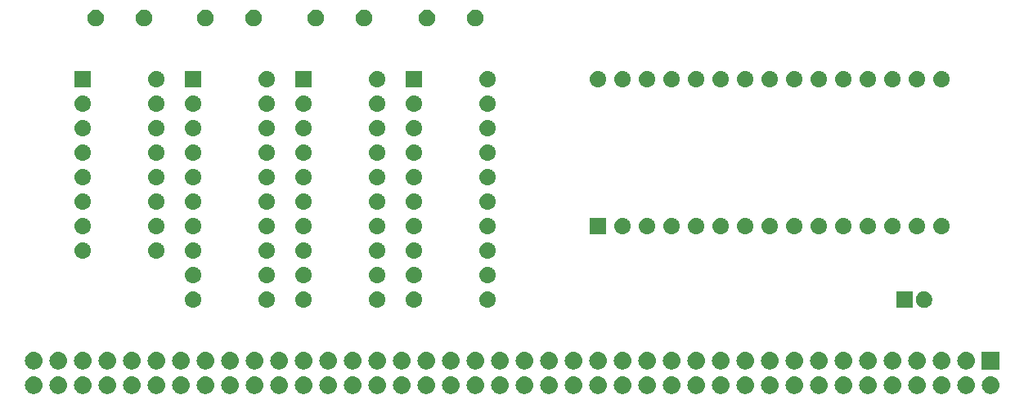
<source format=gbr>
G04 #@! TF.GenerationSoftware,KiCad,Pcbnew,(5.1.0-0)*
G04 #@! TF.CreationDate,2019-12-24T12:01:03-08:00*
G04 #@! TF.ProjectId,SerialCard,53657269-616c-4436-9172-642e6b696361,rev?*
G04 #@! TF.SameCoordinates,Original*
G04 #@! TF.FileFunction,Soldermask,Bot*
G04 #@! TF.FilePolarity,Negative*
%FSLAX46Y46*%
G04 Gerber Fmt 4.6, Leading zero omitted, Abs format (unit mm)*
G04 Created by KiCad (PCBNEW (5.1.0-0)) date 2019-12-24 12:01:03*
%MOMM*%
%LPD*%
G04 APERTURE LIST*
%ADD10C,0.100000*%
G04 APERTURE END LIST*
D10*
G36*
X163940442Y-132455518D02*
G01*
X164006627Y-132462037D01*
X164176466Y-132513557D01*
X164332991Y-132597222D01*
X164368729Y-132626552D01*
X164470186Y-132709814D01*
X164553448Y-132811271D01*
X164582778Y-132847009D01*
X164666443Y-133003534D01*
X164717963Y-133173373D01*
X164735359Y-133350000D01*
X164717963Y-133526627D01*
X164666443Y-133696466D01*
X164582778Y-133852991D01*
X164553448Y-133888729D01*
X164470186Y-133990186D01*
X164368729Y-134073448D01*
X164332991Y-134102778D01*
X164176466Y-134186443D01*
X164006627Y-134237963D01*
X163940443Y-134244481D01*
X163874260Y-134251000D01*
X163785740Y-134251000D01*
X163719557Y-134244481D01*
X163653373Y-134237963D01*
X163483534Y-134186443D01*
X163327009Y-134102778D01*
X163291271Y-134073448D01*
X163189814Y-133990186D01*
X163106552Y-133888729D01*
X163077222Y-133852991D01*
X162993557Y-133696466D01*
X162942037Y-133526627D01*
X162924641Y-133350000D01*
X162942037Y-133173373D01*
X162993557Y-133003534D01*
X163077222Y-132847009D01*
X163106552Y-132811271D01*
X163189814Y-132709814D01*
X163291271Y-132626552D01*
X163327009Y-132597222D01*
X163483534Y-132513557D01*
X163653373Y-132462037D01*
X163719558Y-132455518D01*
X163785740Y-132449000D01*
X163874260Y-132449000D01*
X163940442Y-132455518D01*
X163940442Y-132455518D01*
G37*
G36*
X161400442Y-132455518D02*
G01*
X161466627Y-132462037D01*
X161636466Y-132513557D01*
X161792991Y-132597222D01*
X161828729Y-132626552D01*
X161930186Y-132709814D01*
X162013448Y-132811271D01*
X162042778Y-132847009D01*
X162126443Y-133003534D01*
X162177963Y-133173373D01*
X162195359Y-133350000D01*
X162177963Y-133526627D01*
X162126443Y-133696466D01*
X162042778Y-133852991D01*
X162013448Y-133888729D01*
X161930186Y-133990186D01*
X161828729Y-134073448D01*
X161792991Y-134102778D01*
X161636466Y-134186443D01*
X161466627Y-134237963D01*
X161400443Y-134244481D01*
X161334260Y-134251000D01*
X161245740Y-134251000D01*
X161179557Y-134244481D01*
X161113373Y-134237963D01*
X160943534Y-134186443D01*
X160787009Y-134102778D01*
X160751271Y-134073448D01*
X160649814Y-133990186D01*
X160566552Y-133888729D01*
X160537222Y-133852991D01*
X160453557Y-133696466D01*
X160402037Y-133526627D01*
X160384641Y-133350000D01*
X160402037Y-133173373D01*
X160453557Y-133003534D01*
X160537222Y-132847009D01*
X160566552Y-132811271D01*
X160649814Y-132709814D01*
X160751271Y-132626552D01*
X160787009Y-132597222D01*
X160943534Y-132513557D01*
X161113373Y-132462037D01*
X161179558Y-132455518D01*
X161245740Y-132449000D01*
X161334260Y-132449000D01*
X161400442Y-132455518D01*
X161400442Y-132455518D01*
G37*
G36*
X158860442Y-132455518D02*
G01*
X158926627Y-132462037D01*
X159096466Y-132513557D01*
X159252991Y-132597222D01*
X159288729Y-132626552D01*
X159390186Y-132709814D01*
X159473448Y-132811271D01*
X159502778Y-132847009D01*
X159586443Y-133003534D01*
X159637963Y-133173373D01*
X159655359Y-133350000D01*
X159637963Y-133526627D01*
X159586443Y-133696466D01*
X159502778Y-133852991D01*
X159473448Y-133888729D01*
X159390186Y-133990186D01*
X159288729Y-134073448D01*
X159252991Y-134102778D01*
X159096466Y-134186443D01*
X158926627Y-134237963D01*
X158860443Y-134244481D01*
X158794260Y-134251000D01*
X158705740Y-134251000D01*
X158639557Y-134244481D01*
X158573373Y-134237963D01*
X158403534Y-134186443D01*
X158247009Y-134102778D01*
X158211271Y-134073448D01*
X158109814Y-133990186D01*
X158026552Y-133888729D01*
X157997222Y-133852991D01*
X157913557Y-133696466D01*
X157862037Y-133526627D01*
X157844641Y-133350000D01*
X157862037Y-133173373D01*
X157913557Y-133003534D01*
X157997222Y-132847009D01*
X158026552Y-132811271D01*
X158109814Y-132709814D01*
X158211271Y-132626552D01*
X158247009Y-132597222D01*
X158403534Y-132513557D01*
X158573373Y-132462037D01*
X158639558Y-132455518D01*
X158705740Y-132449000D01*
X158794260Y-132449000D01*
X158860442Y-132455518D01*
X158860442Y-132455518D01*
G37*
G36*
X156320442Y-132455518D02*
G01*
X156386627Y-132462037D01*
X156556466Y-132513557D01*
X156712991Y-132597222D01*
X156748729Y-132626552D01*
X156850186Y-132709814D01*
X156933448Y-132811271D01*
X156962778Y-132847009D01*
X157046443Y-133003534D01*
X157097963Y-133173373D01*
X157115359Y-133350000D01*
X157097963Y-133526627D01*
X157046443Y-133696466D01*
X156962778Y-133852991D01*
X156933448Y-133888729D01*
X156850186Y-133990186D01*
X156748729Y-134073448D01*
X156712991Y-134102778D01*
X156556466Y-134186443D01*
X156386627Y-134237963D01*
X156320443Y-134244481D01*
X156254260Y-134251000D01*
X156165740Y-134251000D01*
X156099557Y-134244481D01*
X156033373Y-134237963D01*
X155863534Y-134186443D01*
X155707009Y-134102778D01*
X155671271Y-134073448D01*
X155569814Y-133990186D01*
X155486552Y-133888729D01*
X155457222Y-133852991D01*
X155373557Y-133696466D01*
X155322037Y-133526627D01*
X155304641Y-133350000D01*
X155322037Y-133173373D01*
X155373557Y-133003534D01*
X155457222Y-132847009D01*
X155486552Y-132811271D01*
X155569814Y-132709814D01*
X155671271Y-132626552D01*
X155707009Y-132597222D01*
X155863534Y-132513557D01*
X156033373Y-132462037D01*
X156099558Y-132455518D01*
X156165740Y-132449000D01*
X156254260Y-132449000D01*
X156320442Y-132455518D01*
X156320442Y-132455518D01*
G37*
G36*
X153780442Y-132455518D02*
G01*
X153846627Y-132462037D01*
X154016466Y-132513557D01*
X154172991Y-132597222D01*
X154208729Y-132626552D01*
X154310186Y-132709814D01*
X154393448Y-132811271D01*
X154422778Y-132847009D01*
X154506443Y-133003534D01*
X154557963Y-133173373D01*
X154575359Y-133350000D01*
X154557963Y-133526627D01*
X154506443Y-133696466D01*
X154422778Y-133852991D01*
X154393448Y-133888729D01*
X154310186Y-133990186D01*
X154208729Y-134073448D01*
X154172991Y-134102778D01*
X154016466Y-134186443D01*
X153846627Y-134237963D01*
X153780443Y-134244481D01*
X153714260Y-134251000D01*
X153625740Y-134251000D01*
X153559557Y-134244481D01*
X153493373Y-134237963D01*
X153323534Y-134186443D01*
X153167009Y-134102778D01*
X153131271Y-134073448D01*
X153029814Y-133990186D01*
X152946552Y-133888729D01*
X152917222Y-133852991D01*
X152833557Y-133696466D01*
X152782037Y-133526627D01*
X152764641Y-133350000D01*
X152782037Y-133173373D01*
X152833557Y-133003534D01*
X152917222Y-132847009D01*
X152946552Y-132811271D01*
X153029814Y-132709814D01*
X153131271Y-132626552D01*
X153167009Y-132597222D01*
X153323534Y-132513557D01*
X153493373Y-132462037D01*
X153559558Y-132455518D01*
X153625740Y-132449000D01*
X153714260Y-132449000D01*
X153780442Y-132455518D01*
X153780442Y-132455518D01*
G37*
G36*
X151240442Y-132455518D02*
G01*
X151306627Y-132462037D01*
X151476466Y-132513557D01*
X151632991Y-132597222D01*
X151668729Y-132626552D01*
X151770186Y-132709814D01*
X151853448Y-132811271D01*
X151882778Y-132847009D01*
X151966443Y-133003534D01*
X152017963Y-133173373D01*
X152035359Y-133350000D01*
X152017963Y-133526627D01*
X151966443Y-133696466D01*
X151882778Y-133852991D01*
X151853448Y-133888729D01*
X151770186Y-133990186D01*
X151668729Y-134073448D01*
X151632991Y-134102778D01*
X151476466Y-134186443D01*
X151306627Y-134237963D01*
X151240443Y-134244481D01*
X151174260Y-134251000D01*
X151085740Y-134251000D01*
X151019557Y-134244481D01*
X150953373Y-134237963D01*
X150783534Y-134186443D01*
X150627009Y-134102778D01*
X150591271Y-134073448D01*
X150489814Y-133990186D01*
X150406552Y-133888729D01*
X150377222Y-133852991D01*
X150293557Y-133696466D01*
X150242037Y-133526627D01*
X150224641Y-133350000D01*
X150242037Y-133173373D01*
X150293557Y-133003534D01*
X150377222Y-132847009D01*
X150406552Y-132811271D01*
X150489814Y-132709814D01*
X150591271Y-132626552D01*
X150627009Y-132597222D01*
X150783534Y-132513557D01*
X150953373Y-132462037D01*
X151019558Y-132455518D01*
X151085740Y-132449000D01*
X151174260Y-132449000D01*
X151240442Y-132455518D01*
X151240442Y-132455518D01*
G37*
G36*
X148700442Y-132455518D02*
G01*
X148766627Y-132462037D01*
X148936466Y-132513557D01*
X149092991Y-132597222D01*
X149128729Y-132626552D01*
X149230186Y-132709814D01*
X149313448Y-132811271D01*
X149342778Y-132847009D01*
X149426443Y-133003534D01*
X149477963Y-133173373D01*
X149495359Y-133350000D01*
X149477963Y-133526627D01*
X149426443Y-133696466D01*
X149342778Y-133852991D01*
X149313448Y-133888729D01*
X149230186Y-133990186D01*
X149128729Y-134073448D01*
X149092991Y-134102778D01*
X148936466Y-134186443D01*
X148766627Y-134237963D01*
X148700443Y-134244481D01*
X148634260Y-134251000D01*
X148545740Y-134251000D01*
X148479557Y-134244481D01*
X148413373Y-134237963D01*
X148243534Y-134186443D01*
X148087009Y-134102778D01*
X148051271Y-134073448D01*
X147949814Y-133990186D01*
X147866552Y-133888729D01*
X147837222Y-133852991D01*
X147753557Y-133696466D01*
X147702037Y-133526627D01*
X147684641Y-133350000D01*
X147702037Y-133173373D01*
X147753557Y-133003534D01*
X147837222Y-132847009D01*
X147866552Y-132811271D01*
X147949814Y-132709814D01*
X148051271Y-132626552D01*
X148087009Y-132597222D01*
X148243534Y-132513557D01*
X148413373Y-132462037D01*
X148479558Y-132455518D01*
X148545740Y-132449000D01*
X148634260Y-132449000D01*
X148700442Y-132455518D01*
X148700442Y-132455518D01*
G37*
G36*
X146160442Y-132455518D02*
G01*
X146226627Y-132462037D01*
X146396466Y-132513557D01*
X146552991Y-132597222D01*
X146588729Y-132626552D01*
X146690186Y-132709814D01*
X146773448Y-132811271D01*
X146802778Y-132847009D01*
X146886443Y-133003534D01*
X146937963Y-133173373D01*
X146955359Y-133350000D01*
X146937963Y-133526627D01*
X146886443Y-133696466D01*
X146802778Y-133852991D01*
X146773448Y-133888729D01*
X146690186Y-133990186D01*
X146588729Y-134073448D01*
X146552991Y-134102778D01*
X146396466Y-134186443D01*
X146226627Y-134237963D01*
X146160443Y-134244481D01*
X146094260Y-134251000D01*
X146005740Y-134251000D01*
X145939557Y-134244481D01*
X145873373Y-134237963D01*
X145703534Y-134186443D01*
X145547009Y-134102778D01*
X145511271Y-134073448D01*
X145409814Y-133990186D01*
X145326552Y-133888729D01*
X145297222Y-133852991D01*
X145213557Y-133696466D01*
X145162037Y-133526627D01*
X145144641Y-133350000D01*
X145162037Y-133173373D01*
X145213557Y-133003534D01*
X145297222Y-132847009D01*
X145326552Y-132811271D01*
X145409814Y-132709814D01*
X145511271Y-132626552D01*
X145547009Y-132597222D01*
X145703534Y-132513557D01*
X145873373Y-132462037D01*
X145939558Y-132455518D01*
X146005740Y-132449000D01*
X146094260Y-132449000D01*
X146160442Y-132455518D01*
X146160442Y-132455518D01*
G37*
G36*
X143620442Y-132455518D02*
G01*
X143686627Y-132462037D01*
X143856466Y-132513557D01*
X144012991Y-132597222D01*
X144048729Y-132626552D01*
X144150186Y-132709814D01*
X144233448Y-132811271D01*
X144262778Y-132847009D01*
X144346443Y-133003534D01*
X144397963Y-133173373D01*
X144415359Y-133350000D01*
X144397963Y-133526627D01*
X144346443Y-133696466D01*
X144262778Y-133852991D01*
X144233448Y-133888729D01*
X144150186Y-133990186D01*
X144048729Y-134073448D01*
X144012991Y-134102778D01*
X143856466Y-134186443D01*
X143686627Y-134237963D01*
X143620443Y-134244481D01*
X143554260Y-134251000D01*
X143465740Y-134251000D01*
X143399557Y-134244481D01*
X143333373Y-134237963D01*
X143163534Y-134186443D01*
X143007009Y-134102778D01*
X142971271Y-134073448D01*
X142869814Y-133990186D01*
X142786552Y-133888729D01*
X142757222Y-133852991D01*
X142673557Y-133696466D01*
X142622037Y-133526627D01*
X142604641Y-133350000D01*
X142622037Y-133173373D01*
X142673557Y-133003534D01*
X142757222Y-132847009D01*
X142786552Y-132811271D01*
X142869814Y-132709814D01*
X142971271Y-132626552D01*
X143007009Y-132597222D01*
X143163534Y-132513557D01*
X143333373Y-132462037D01*
X143399558Y-132455518D01*
X143465740Y-132449000D01*
X143554260Y-132449000D01*
X143620442Y-132455518D01*
X143620442Y-132455518D01*
G37*
G36*
X141080442Y-132455518D02*
G01*
X141146627Y-132462037D01*
X141316466Y-132513557D01*
X141472991Y-132597222D01*
X141508729Y-132626552D01*
X141610186Y-132709814D01*
X141693448Y-132811271D01*
X141722778Y-132847009D01*
X141806443Y-133003534D01*
X141857963Y-133173373D01*
X141875359Y-133350000D01*
X141857963Y-133526627D01*
X141806443Y-133696466D01*
X141722778Y-133852991D01*
X141693448Y-133888729D01*
X141610186Y-133990186D01*
X141508729Y-134073448D01*
X141472991Y-134102778D01*
X141316466Y-134186443D01*
X141146627Y-134237963D01*
X141080443Y-134244481D01*
X141014260Y-134251000D01*
X140925740Y-134251000D01*
X140859557Y-134244481D01*
X140793373Y-134237963D01*
X140623534Y-134186443D01*
X140467009Y-134102778D01*
X140431271Y-134073448D01*
X140329814Y-133990186D01*
X140246552Y-133888729D01*
X140217222Y-133852991D01*
X140133557Y-133696466D01*
X140082037Y-133526627D01*
X140064641Y-133350000D01*
X140082037Y-133173373D01*
X140133557Y-133003534D01*
X140217222Y-132847009D01*
X140246552Y-132811271D01*
X140329814Y-132709814D01*
X140431271Y-132626552D01*
X140467009Y-132597222D01*
X140623534Y-132513557D01*
X140793373Y-132462037D01*
X140859558Y-132455518D01*
X140925740Y-132449000D01*
X141014260Y-132449000D01*
X141080442Y-132455518D01*
X141080442Y-132455518D01*
G37*
G36*
X138540442Y-132455518D02*
G01*
X138606627Y-132462037D01*
X138776466Y-132513557D01*
X138932991Y-132597222D01*
X138968729Y-132626552D01*
X139070186Y-132709814D01*
X139153448Y-132811271D01*
X139182778Y-132847009D01*
X139266443Y-133003534D01*
X139317963Y-133173373D01*
X139335359Y-133350000D01*
X139317963Y-133526627D01*
X139266443Y-133696466D01*
X139182778Y-133852991D01*
X139153448Y-133888729D01*
X139070186Y-133990186D01*
X138968729Y-134073448D01*
X138932991Y-134102778D01*
X138776466Y-134186443D01*
X138606627Y-134237963D01*
X138540443Y-134244481D01*
X138474260Y-134251000D01*
X138385740Y-134251000D01*
X138319557Y-134244481D01*
X138253373Y-134237963D01*
X138083534Y-134186443D01*
X137927009Y-134102778D01*
X137891271Y-134073448D01*
X137789814Y-133990186D01*
X137706552Y-133888729D01*
X137677222Y-133852991D01*
X137593557Y-133696466D01*
X137542037Y-133526627D01*
X137524641Y-133350000D01*
X137542037Y-133173373D01*
X137593557Y-133003534D01*
X137677222Y-132847009D01*
X137706552Y-132811271D01*
X137789814Y-132709814D01*
X137891271Y-132626552D01*
X137927009Y-132597222D01*
X138083534Y-132513557D01*
X138253373Y-132462037D01*
X138319558Y-132455518D01*
X138385740Y-132449000D01*
X138474260Y-132449000D01*
X138540442Y-132455518D01*
X138540442Y-132455518D01*
G37*
G36*
X136000442Y-132455518D02*
G01*
X136066627Y-132462037D01*
X136236466Y-132513557D01*
X136392991Y-132597222D01*
X136428729Y-132626552D01*
X136530186Y-132709814D01*
X136613448Y-132811271D01*
X136642778Y-132847009D01*
X136726443Y-133003534D01*
X136777963Y-133173373D01*
X136795359Y-133350000D01*
X136777963Y-133526627D01*
X136726443Y-133696466D01*
X136642778Y-133852991D01*
X136613448Y-133888729D01*
X136530186Y-133990186D01*
X136428729Y-134073448D01*
X136392991Y-134102778D01*
X136236466Y-134186443D01*
X136066627Y-134237963D01*
X136000443Y-134244481D01*
X135934260Y-134251000D01*
X135845740Y-134251000D01*
X135779557Y-134244481D01*
X135713373Y-134237963D01*
X135543534Y-134186443D01*
X135387009Y-134102778D01*
X135351271Y-134073448D01*
X135249814Y-133990186D01*
X135166552Y-133888729D01*
X135137222Y-133852991D01*
X135053557Y-133696466D01*
X135002037Y-133526627D01*
X134984641Y-133350000D01*
X135002037Y-133173373D01*
X135053557Y-133003534D01*
X135137222Y-132847009D01*
X135166552Y-132811271D01*
X135249814Y-132709814D01*
X135351271Y-132626552D01*
X135387009Y-132597222D01*
X135543534Y-132513557D01*
X135713373Y-132462037D01*
X135779558Y-132455518D01*
X135845740Y-132449000D01*
X135934260Y-132449000D01*
X136000442Y-132455518D01*
X136000442Y-132455518D01*
G37*
G36*
X133460442Y-132455518D02*
G01*
X133526627Y-132462037D01*
X133696466Y-132513557D01*
X133852991Y-132597222D01*
X133888729Y-132626552D01*
X133990186Y-132709814D01*
X134073448Y-132811271D01*
X134102778Y-132847009D01*
X134186443Y-133003534D01*
X134237963Y-133173373D01*
X134255359Y-133350000D01*
X134237963Y-133526627D01*
X134186443Y-133696466D01*
X134102778Y-133852991D01*
X134073448Y-133888729D01*
X133990186Y-133990186D01*
X133888729Y-134073448D01*
X133852991Y-134102778D01*
X133696466Y-134186443D01*
X133526627Y-134237963D01*
X133460443Y-134244481D01*
X133394260Y-134251000D01*
X133305740Y-134251000D01*
X133239557Y-134244481D01*
X133173373Y-134237963D01*
X133003534Y-134186443D01*
X132847009Y-134102778D01*
X132811271Y-134073448D01*
X132709814Y-133990186D01*
X132626552Y-133888729D01*
X132597222Y-133852991D01*
X132513557Y-133696466D01*
X132462037Y-133526627D01*
X132444641Y-133350000D01*
X132462037Y-133173373D01*
X132513557Y-133003534D01*
X132597222Y-132847009D01*
X132626552Y-132811271D01*
X132709814Y-132709814D01*
X132811271Y-132626552D01*
X132847009Y-132597222D01*
X133003534Y-132513557D01*
X133173373Y-132462037D01*
X133239558Y-132455518D01*
X133305740Y-132449000D01*
X133394260Y-132449000D01*
X133460442Y-132455518D01*
X133460442Y-132455518D01*
G37*
G36*
X130920442Y-132455518D02*
G01*
X130986627Y-132462037D01*
X131156466Y-132513557D01*
X131312991Y-132597222D01*
X131348729Y-132626552D01*
X131450186Y-132709814D01*
X131533448Y-132811271D01*
X131562778Y-132847009D01*
X131646443Y-133003534D01*
X131697963Y-133173373D01*
X131715359Y-133350000D01*
X131697963Y-133526627D01*
X131646443Y-133696466D01*
X131562778Y-133852991D01*
X131533448Y-133888729D01*
X131450186Y-133990186D01*
X131348729Y-134073448D01*
X131312991Y-134102778D01*
X131156466Y-134186443D01*
X130986627Y-134237963D01*
X130920443Y-134244481D01*
X130854260Y-134251000D01*
X130765740Y-134251000D01*
X130699557Y-134244481D01*
X130633373Y-134237963D01*
X130463534Y-134186443D01*
X130307009Y-134102778D01*
X130271271Y-134073448D01*
X130169814Y-133990186D01*
X130086552Y-133888729D01*
X130057222Y-133852991D01*
X129973557Y-133696466D01*
X129922037Y-133526627D01*
X129904641Y-133350000D01*
X129922037Y-133173373D01*
X129973557Y-133003534D01*
X130057222Y-132847009D01*
X130086552Y-132811271D01*
X130169814Y-132709814D01*
X130271271Y-132626552D01*
X130307009Y-132597222D01*
X130463534Y-132513557D01*
X130633373Y-132462037D01*
X130699558Y-132455518D01*
X130765740Y-132449000D01*
X130854260Y-132449000D01*
X130920442Y-132455518D01*
X130920442Y-132455518D01*
G37*
G36*
X128380442Y-132455518D02*
G01*
X128446627Y-132462037D01*
X128616466Y-132513557D01*
X128772991Y-132597222D01*
X128808729Y-132626552D01*
X128910186Y-132709814D01*
X128993448Y-132811271D01*
X129022778Y-132847009D01*
X129106443Y-133003534D01*
X129157963Y-133173373D01*
X129175359Y-133350000D01*
X129157963Y-133526627D01*
X129106443Y-133696466D01*
X129022778Y-133852991D01*
X128993448Y-133888729D01*
X128910186Y-133990186D01*
X128808729Y-134073448D01*
X128772991Y-134102778D01*
X128616466Y-134186443D01*
X128446627Y-134237963D01*
X128380443Y-134244481D01*
X128314260Y-134251000D01*
X128225740Y-134251000D01*
X128159557Y-134244481D01*
X128093373Y-134237963D01*
X127923534Y-134186443D01*
X127767009Y-134102778D01*
X127731271Y-134073448D01*
X127629814Y-133990186D01*
X127546552Y-133888729D01*
X127517222Y-133852991D01*
X127433557Y-133696466D01*
X127382037Y-133526627D01*
X127364641Y-133350000D01*
X127382037Y-133173373D01*
X127433557Y-133003534D01*
X127517222Y-132847009D01*
X127546552Y-132811271D01*
X127629814Y-132709814D01*
X127731271Y-132626552D01*
X127767009Y-132597222D01*
X127923534Y-132513557D01*
X128093373Y-132462037D01*
X128159558Y-132455518D01*
X128225740Y-132449000D01*
X128314260Y-132449000D01*
X128380442Y-132455518D01*
X128380442Y-132455518D01*
G37*
G36*
X125840442Y-132455518D02*
G01*
X125906627Y-132462037D01*
X126076466Y-132513557D01*
X126232991Y-132597222D01*
X126268729Y-132626552D01*
X126370186Y-132709814D01*
X126453448Y-132811271D01*
X126482778Y-132847009D01*
X126566443Y-133003534D01*
X126617963Y-133173373D01*
X126635359Y-133350000D01*
X126617963Y-133526627D01*
X126566443Y-133696466D01*
X126482778Y-133852991D01*
X126453448Y-133888729D01*
X126370186Y-133990186D01*
X126268729Y-134073448D01*
X126232991Y-134102778D01*
X126076466Y-134186443D01*
X125906627Y-134237963D01*
X125840443Y-134244481D01*
X125774260Y-134251000D01*
X125685740Y-134251000D01*
X125619557Y-134244481D01*
X125553373Y-134237963D01*
X125383534Y-134186443D01*
X125227009Y-134102778D01*
X125191271Y-134073448D01*
X125089814Y-133990186D01*
X125006552Y-133888729D01*
X124977222Y-133852991D01*
X124893557Y-133696466D01*
X124842037Y-133526627D01*
X124824641Y-133350000D01*
X124842037Y-133173373D01*
X124893557Y-133003534D01*
X124977222Y-132847009D01*
X125006552Y-132811271D01*
X125089814Y-132709814D01*
X125191271Y-132626552D01*
X125227009Y-132597222D01*
X125383534Y-132513557D01*
X125553373Y-132462037D01*
X125619558Y-132455518D01*
X125685740Y-132449000D01*
X125774260Y-132449000D01*
X125840442Y-132455518D01*
X125840442Y-132455518D01*
G37*
G36*
X123300442Y-132455518D02*
G01*
X123366627Y-132462037D01*
X123536466Y-132513557D01*
X123692991Y-132597222D01*
X123728729Y-132626552D01*
X123830186Y-132709814D01*
X123913448Y-132811271D01*
X123942778Y-132847009D01*
X124026443Y-133003534D01*
X124077963Y-133173373D01*
X124095359Y-133350000D01*
X124077963Y-133526627D01*
X124026443Y-133696466D01*
X123942778Y-133852991D01*
X123913448Y-133888729D01*
X123830186Y-133990186D01*
X123728729Y-134073448D01*
X123692991Y-134102778D01*
X123536466Y-134186443D01*
X123366627Y-134237963D01*
X123300443Y-134244481D01*
X123234260Y-134251000D01*
X123145740Y-134251000D01*
X123079557Y-134244481D01*
X123013373Y-134237963D01*
X122843534Y-134186443D01*
X122687009Y-134102778D01*
X122651271Y-134073448D01*
X122549814Y-133990186D01*
X122466552Y-133888729D01*
X122437222Y-133852991D01*
X122353557Y-133696466D01*
X122302037Y-133526627D01*
X122284641Y-133350000D01*
X122302037Y-133173373D01*
X122353557Y-133003534D01*
X122437222Y-132847009D01*
X122466552Y-132811271D01*
X122549814Y-132709814D01*
X122651271Y-132626552D01*
X122687009Y-132597222D01*
X122843534Y-132513557D01*
X123013373Y-132462037D01*
X123079558Y-132455518D01*
X123145740Y-132449000D01*
X123234260Y-132449000D01*
X123300442Y-132455518D01*
X123300442Y-132455518D01*
G37*
G36*
X120760442Y-132455518D02*
G01*
X120826627Y-132462037D01*
X120996466Y-132513557D01*
X121152991Y-132597222D01*
X121188729Y-132626552D01*
X121290186Y-132709814D01*
X121373448Y-132811271D01*
X121402778Y-132847009D01*
X121486443Y-133003534D01*
X121537963Y-133173373D01*
X121555359Y-133350000D01*
X121537963Y-133526627D01*
X121486443Y-133696466D01*
X121402778Y-133852991D01*
X121373448Y-133888729D01*
X121290186Y-133990186D01*
X121188729Y-134073448D01*
X121152991Y-134102778D01*
X120996466Y-134186443D01*
X120826627Y-134237963D01*
X120760443Y-134244481D01*
X120694260Y-134251000D01*
X120605740Y-134251000D01*
X120539557Y-134244481D01*
X120473373Y-134237963D01*
X120303534Y-134186443D01*
X120147009Y-134102778D01*
X120111271Y-134073448D01*
X120009814Y-133990186D01*
X119926552Y-133888729D01*
X119897222Y-133852991D01*
X119813557Y-133696466D01*
X119762037Y-133526627D01*
X119744641Y-133350000D01*
X119762037Y-133173373D01*
X119813557Y-133003534D01*
X119897222Y-132847009D01*
X119926552Y-132811271D01*
X120009814Y-132709814D01*
X120111271Y-132626552D01*
X120147009Y-132597222D01*
X120303534Y-132513557D01*
X120473373Y-132462037D01*
X120539558Y-132455518D01*
X120605740Y-132449000D01*
X120694260Y-132449000D01*
X120760442Y-132455518D01*
X120760442Y-132455518D01*
G37*
G36*
X118220442Y-132455518D02*
G01*
X118286627Y-132462037D01*
X118456466Y-132513557D01*
X118612991Y-132597222D01*
X118648729Y-132626552D01*
X118750186Y-132709814D01*
X118833448Y-132811271D01*
X118862778Y-132847009D01*
X118946443Y-133003534D01*
X118997963Y-133173373D01*
X119015359Y-133350000D01*
X118997963Y-133526627D01*
X118946443Y-133696466D01*
X118862778Y-133852991D01*
X118833448Y-133888729D01*
X118750186Y-133990186D01*
X118648729Y-134073448D01*
X118612991Y-134102778D01*
X118456466Y-134186443D01*
X118286627Y-134237963D01*
X118220443Y-134244481D01*
X118154260Y-134251000D01*
X118065740Y-134251000D01*
X117999557Y-134244481D01*
X117933373Y-134237963D01*
X117763534Y-134186443D01*
X117607009Y-134102778D01*
X117571271Y-134073448D01*
X117469814Y-133990186D01*
X117386552Y-133888729D01*
X117357222Y-133852991D01*
X117273557Y-133696466D01*
X117222037Y-133526627D01*
X117204641Y-133350000D01*
X117222037Y-133173373D01*
X117273557Y-133003534D01*
X117357222Y-132847009D01*
X117386552Y-132811271D01*
X117469814Y-132709814D01*
X117571271Y-132626552D01*
X117607009Y-132597222D01*
X117763534Y-132513557D01*
X117933373Y-132462037D01*
X117999558Y-132455518D01*
X118065740Y-132449000D01*
X118154260Y-132449000D01*
X118220442Y-132455518D01*
X118220442Y-132455518D01*
G37*
G36*
X115680442Y-132455518D02*
G01*
X115746627Y-132462037D01*
X115916466Y-132513557D01*
X116072991Y-132597222D01*
X116108729Y-132626552D01*
X116210186Y-132709814D01*
X116293448Y-132811271D01*
X116322778Y-132847009D01*
X116406443Y-133003534D01*
X116457963Y-133173373D01*
X116475359Y-133350000D01*
X116457963Y-133526627D01*
X116406443Y-133696466D01*
X116322778Y-133852991D01*
X116293448Y-133888729D01*
X116210186Y-133990186D01*
X116108729Y-134073448D01*
X116072991Y-134102778D01*
X115916466Y-134186443D01*
X115746627Y-134237963D01*
X115680443Y-134244481D01*
X115614260Y-134251000D01*
X115525740Y-134251000D01*
X115459557Y-134244481D01*
X115393373Y-134237963D01*
X115223534Y-134186443D01*
X115067009Y-134102778D01*
X115031271Y-134073448D01*
X114929814Y-133990186D01*
X114846552Y-133888729D01*
X114817222Y-133852991D01*
X114733557Y-133696466D01*
X114682037Y-133526627D01*
X114664641Y-133350000D01*
X114682037Y-133173373D01*
X114733557Y-133003534D01*
X114817222Y-132847009D01*
X114846552Y-132811271D01*
X114929814Y-132709814D01*
X115031271Y-132626552D01*
X115067009Y-132597222D01*
X115223534Y-132513557D01*
X115393373Y-132462037D01*
X115459558Y-132455518D01*
X115525740Y-132449000D01*
X115614260Y-132449000D01*
X115680442Y-132455518D01*
X115680442Y-132455518D01*
G37*
G36*
X113140442Y-132455518D02*
G01*
X113206627Y-132462037D01*
X113376466Y-132513557D01*
X113532991Y-132597222D01*
X113568729Y-132626552D01*
X113670186Y-132709814D01*
X113753448Y-132811271D01*
X113782778Y-132847009D01*
X113866443Y-133003534D01*
X113917963Y-133173373D01*
X113935359Y-133350000D01*
X113917963Y-133526627D01*
X113866443Y-133696466D01*
X113782778Y-133852991D01*
X113753448Y-133888729D01*
X113670186Y-133990186D01*
X113568729Y-134073448D01*
X113532991Y-134102778D01*
X113376466Y-134186443D01*
X113206627Y-134237963D01*
X113140443Y-134244481D01*
X113074260Y-134251000D01*
X112985740Y-134251000D01*
X112919557Y-134244481D01*
X112853373Y-134237963D01*
X112683534Y-134186443D01*
X112527009Y-134102778D01*
X112491271Y-134073448D01*
X112389814Y-133990186D01*
X112306552Y-133888729D01*
X112277222Y-133852991D01*
X112193557Y-133696466D01*
X112142037Y-133526627D01*
X112124641Y-133350000D01*
X112142037Y-133173373D01*
X112193557Y-133003534D01*
X112277222Y-132847009D01*
X112306552Y-132811271D01*
X112389814Y-132709814D01*
X112491271Y-132626552D01*
X112527009Y-132597222D01*
X112683534Y-132513557D01*
X112853373Y-132462037D01*
X112919558Y-132455518D01*
X112985740Y-132449000D01*
X113074260Y-132449000D01*
X113140442Y-132455518D01*
X113140442Y-132455518D01*
G37*
G36*
X110600442Y-132455518D02*
G01*
X110666627Y-132462037D01*
X110836466Y-132513557D01*
X110992991Y-132597222D01*
X111028729Y-132626552D01*
X111130186Y-132709814D01*
X111213448Y-132811271D01*
X111242778Y-132847009D01*
X111326443Y-133003534D01*
X111377963Y-133173373D01*
X111395359Y-133350000D01*
X111377963Y-133526627D01*
X111326443Y-133696466D01*
X111242778Y-133852991D01*
X111213448Y-133888729D01*
X111130186Y-133990186D01*
X111028729Y-134073448D01*
X110992991Y-134102778D01*
X110836466Y-134186443D01*
X110666627Y-134237963D01*
X110600443Y-134244481D01*
X110534260Y-134251000D01*
X110445740Y-134251000D01*
X110379557Y-134244481D01*
X110313373Y-134237963D01*
X110143534Y-134186443D01*
X109987009Y-134102778D01*
X109951271Y-134073448D01*
X109849814Y-133990186D01*
X109766552Y-133888729D01*
X109737222Y-133852991D01*
X109653557Y-133696466D01*
X109602037Y-133526627D01*
X109584641Y-133350000D01*
X109602037Y-133173373D01*
X109653557Y-133003534D01*
X109737222Y-132847009D01*
X109766552Y-132811271D01*
X109849814Y-132709814D01*
X109951271Y-132626552D01*
X109987009Y-132597222D01*
X110143534Y-132513557D01*
X110313373Y-132462037D01*
X110379558Y-132455518D01*
X110445740Y-132449000D01*
X110534260Y-132449000D01*
X110600442Y-132455518D01*
X110600442Y-132455518D01*
G37*
G36*
X108060442Y-132455518D02*
G01*
X108126627Y-132462037D01*
X108296466Y-132513557D01*
X108452991Y-132597222D01*
X108488729Y-132626552D01*
X108590186Y-132709814D01*
X108673448Y-132811271D01*
X108702778Y-132847009D01*
X108786443Y-133003534D01*
X108837963Y-133173373D01*
X108855359Y-133350000D01*
X108837963Y-133526627D01*
X108786443Y-133696466D01*
X108702778Y-133852991D01*
X108673448Y-133888729D01*
X108590186Y-133990186D01*
X108488729Y-134073448D01*
X108452991Y-134102778D01*
X108296466Y-134186443D01*
X108126627Y-134237963D01*
X108060443Y-134244481D01*
X107994260Y-134251000D01*
X107905740Y-134251000D01*
X107839557Y-134244481D01*
X107773373Y-134237963D01*
X107603534Y-134186443D01*
X107447009Y-134102778D01*
X107411271Y-134073448D01*
X107309814Y-133990186D01*
X107226552Y-133888729D01*
X107197222Y-133852991D01*
X107113557Y-133696466D01*
X107062037Y-133526627D01*
X107044641Y-133350000D01*
X107062037Y-133173373D01*
X107113557Y-133003534D01*
X107197222Y-132847009D01*
X107226552Y-132811271D01*
X107309814Y-132709814D01*
X107411271Y-132626552D01*
X107447009Y-132597222D01*
X107603534Y-132513557D01*
X107773373Y-132462037D01*
X107839558Y-132455518D01*
X107905740Y-132449000D01*
X107994260Y-132449000D01*
X108060442Y-132455518D01*
X108060442Y-132455518D01*
G37*
G36*
X105520442Y-132455518D02*
G01*
X105586627Y-132462037D01*
X105756466Y-132513557D01*
X105912991Y-132597222D01*
X105948729Y-132626552D01*
X106050186Y-132709814D01*
X106133448Y-132811271D01*
X106162778Y-132847009D01*
X106246443Y-133003534D01*
X106297963Y-133173373D01*
X106315359Y-133350000D01*
X106297963Y-133526627D01*
X106246443Y-133696466D01*
X106162778Y-133852991D01*
X106133448Y-133888729D01*
X106050186Y-133990186D01*
X105948729Y-134073448D01*
X105912991Y-134102778D01*
X105756466Y-134186443D01*
X105586627Y-134237963D01*
X105520443Y-134244481D01*
X105454260Y-134251000D01*
X105365740Y-134251000D01*
X105299557Y-134244481D01*
X105233373Y-134237963D01*
X105063534Y-134186443D01*
X104907009Y-134102778D01*
X104871271Y-134073448D01*
X104769814Y-133990186D01*
X104686552Y-133888729D01*
X104657222Y-133852991D01*
X104573557Y-133696466D01*
X104522037Y-133526627D01*
X104504641Y-133350000D01*
X104522037Y-133173373D01*
X104573557Y-133003534D01*
X104657222Y-132847009D01*
X104686552Y-132811271D01*
X104769814Y-132709814D01*
X104871271Y-132626552D01*
X104907009Y-132597222D01*
X105063534Y-132513557D01*
X105233373Y-132462037D01*
X105299558Y-132455518D01*
X105365740Y-132449000D01*
X105454260Y-132449000D01*
X105520442Y-132455518D01*
X105520442Y-132455518D01*
G37*
G36*
X102980442Y-132455518D02*
G01*
X103046627Y-132462037D01*
X103216466Y-132513557D01*
X103372991Y-132597222D01*
X103408729Y-132626552D01*
X103510186Y-132709814D01*
X103593448Y-132811271D01*
X103622778Y-132847009D01*
X103706443Y-133003534D01*
X103757963Y-133173373D01*
X103775359Y-133350000D01*
X103757963Y-133526627D01*
X103706443Y-133696466D01*
X103622778Y-133852991D01*
X103593448Y-133888729D01*
X103510186Y-133990186D01*
X103408729Y-134073448D01*
X103372991Y-134102778D01*
X103216466Y-134186443D01*
X103046627Y-134237963D01*
X102980443Y-134244481D01*
X102914260Y-134251000D01*
X102825740Y-134251000D01*
X102759557Y-134244481D01*
X102693373Y-134237963D01*
X102523534Y-134186443D01*
X102367009Y-134102778D01*
X102331271Y-134073448D01*
X102229814Y-133990186D01*
X102146552Y-133888729D01*
X102117222Y-133852991D01*
X102033557Y-133696466D01*
X101982037Y-133526627D01*
X101964641Y-133350000D01*
X101982037Y-133173373D01*
X102033557Y-133003534D01*
X102117222Y-132847009D01*
X102146552Y-132811271D01*
X102229814Y-132709814D01*
X102331271Y-132626552D01*
X102367009Y-132597222D01*
X102523534Y-132513557D01*
X102693373Y-132462037D01*
X102759558Y-132455518D01*
X102825740Y-132449000D01*
X102914260Y-132449000D01*
X102980442Y-132455518D01*
X102980442Y-132455518D01*
G37*
G36*
X100440442Y-132455518D02*
G01*
X100506627Y-132462037D01*
X100676466Y-132513557D01*
X100832991Y-132597222D01*
X100868729Y-132626552D01*
X100970186Y-132709814D01*
X101053448Y-132811271D01*
X101082778Y-132847009D01*
X101166443Y-133003534D01*
X101217963Y-133173373D01*
X101235359Y-133350000D01*
X101217963Y-133526627D01*
X101166443Y-133696466D01*
X101082778Y-133852991D01*
X101053448Y-133888729D01*
X100970186Y-133990186D01*
X100868729Y-134073448D01*
X100832991Y-134102778D01*
X100676466Y-134186443D01*
X100506627Y-134237963D01*
X100440443Y-134244481D01*
X100374260Y-134251000D01*
X100285740Y-134251000D01*
X100219557Y-134244481D01*
X100153373Y-134237963D01*
X99983534Y-134186443D01*
X99827009Y-134102778D01*
X99791271Y-134073448D01*
X99689814Y-133990186D01*
X99606552Y-133888729D01*
X99577222Y-133852991D01*
X99493557Y-133696466D01*
X99442037Y-133526627D01*
X99424641Y-133350000D01*
X99442037Y-133173373D01*
X99493557Y-133003534D01*
X99577222Y-132847009D01*
X99606552Y-132811271D01*
X99689814Y-132709814D01*
X99791271Y-132626552D01*
X99827009Y-132597222D01*
X99983534Y-132513557D01*
X100153373Y-132462037D01*
X100219558Y-132455518D01*
X100285740Y-132449000D01*
X100374260Y-132449000D01*
X100440442Y-132455518D01*
X100440442Y-132455518D01*
G37*
G36*
X97900442Y-132455518D02*
G01*
X97966627Y-132462037D01*
X98136466Y-132513557D01*
X98292991Y-132597222D01*
X98328729Y-132626552D01*
X98430186Y-132709814D01*
X98513448Y-132811271D01*
X98542778Y-132847009D01*
X98626443Y-133003534D01*
X98677963Y-133173373D01*
X98695359Y-133350000D01*
X98677963Y-133526627D01*
X98626443Y-133696466D01*
X98542778Y-133852991D01*
X98513448Y-133888729D01*
X98430186Y-133990186D01*
X98328729Y-134073448D01*
X98292991Y-134102778D01*
X98136466Y-134186443D01*
X97966627Y-134237963D01*
X97900443Y-134244481D01*
X97834260Y-134251000D01*
X97745740Y-134251000D01*
X97679557Y-134244481D01*
X97613373Y-134237963D01*
X97443534Y-134186443D01*
X97287009Y-134102778D01*
X97251271Y-134073448D01*
X97149814Y-133990186D01*
X97066552Y-133888729D01*
X97037222Y-133852991D01*
X96953557Y-133696466D01*
X96902037Y-133526627D01*
X96884641Y-133350000D01*
X96902037Y-133173373D01*
X96953557Y-133003534D01*
X97037222Y-132847009D01*
X97066552Y-132811271D01*
X97149814Y-132709814D01*
X97251271Y-132626552D01*
X97287009Y-132597222D01*
X97443534Y-132513557D01*
X97613373Y-132462037D01*
X97679558Y-132455518D01*
X97745740Y-132449000D01*
X97834260Y-132449000D01*
X97900442Y-132455518D01*
X97900442Y-132455518D01*
G37*
G36*
X95360442Y-132455518D02*
G01*
X95426627Y-132462037D01*
X95596466Y-132513557D01*
X95752991Y-132597222D01*
X95788729Y-132626552D01*
X95890186Y-132709814D01*
X95973448Y-132811271D01*
X96002778Y-132847009D01*
X96086443Y-133003534D01*
X96137963Y-133173373D01*
X96155359Y-133350000D01*
X96137963Y-133526627D01*
X96086443Y-133696466D01*
X96002778Y-133852991D01*
X95973448Y-133888729D01*
X95890186Y-133990186D01*
X95788729Y-134073448D01*
X95752991Y-134102778D01*
X95596466Y-134186443D01*
X95426627Y-134237963D01*
X95360443Y-134244481D01*
X95294260Y-134251000D01*
X95205740Y-134251000D01*
X95139557Y-134244481D01*
X95073373Y-134237963D01*
X94903534Y-134186443D01*
X94747009Y-134102778D01*
X94711271Y-134073448D01*
X94609814Y-133990186D01*
X94526552Y-133888729D01*
X94497222Y-133852991D01*
X94413557Y-133696466D01*
X94362037Y-133526627D01*
X94344641Y-133350000D01*
X94362037Y-133173373D01*
X94413557Y-133003534D01*
X94497222Y-132847009D01*
X94526552Y-132811271D01*
X94609814Y-132709814D01*
X94711271Y-132626552D01*
X94747009Y-132597222D01*
X94903534Y-132513557D01*
X95073373Y-132462037D01*
X95139558Y-132455518D01*
X95205740Y-132449000D01*
X95294260Y-132449000D01*
X95360442Y-132455518D01*
X95360442Y-132455518D01*
G37*
G36*
X92820442Y-132455518D02*
G01*
X92886627Y-132462037D01*
X93056466Y-132513557D01*
X93212991Y-132597222D01*
X93248729Y-132626552D01*
X93350186Y-132709814D01*
X93433448Y-132811271D01*
X93462778Y-132847009D01*
X93546443Y-133003534D01*
X93597963Y-133173373D01*
X93615359Y-133350000D01*
X93597963Y-133526627D01*
X93546443Y-133696466D01*
X93462778Y-133852991D01*
X93433448Y-133888729D01*
X93350186Y-133990186D01*
X93248729Y-134073448D01*
X93212991Y-134102778D01*
X93056466Y-134186443D01*
X92886627Y-134237963D01*
X92820443Y-134244481D01*
X92754260Y-134251000D01*
X92665740Y-134251000D01*
X92599557Y-134244481D01*
X92533373Y-134237963D01*
X92363534Y-134186443D01*
X92207009Y-134102778D01*
X92171271Y-134073448D01*
X92069814Y-133990186D01*
X91986552Y-133888729D01*
X91957222Y-133852991D01*
X91873557Y-133696466D01*
X91822037Y-133526627D01*
X91804641Y-133350000D01*
X91822037Y-133173373D01*
X91873557Y-133003534D01*
X91957222Y-132847009D01*
X91986552Y-132811271D01*
X92069814Y-132709814D01*
X92171271Y-132626552D01*
X92207009Y-132597222D01*
X92363534Y-132513557D01*
X92533373Y-132462037D01*
X92599558Y-132455518D01*
X92665740Y-132449000D01*
X92754260Y-132449000D01*
X92820442Y-132455518D01*
X92820442Y-132455518D01*
G37*
G36*
X90280442Y-132455518D02*
G01*
X90346627Y-132462037D01*
X90516466Y-132513557D01*
X90672991Y-132597222D01*
X90708729Y-132626552D01*
X90810186Y-132709814D01*
X90893448Y-132811271D01*
X90922778Y-132847009D01*
X91006443Y-133003534D01*
X91057963Y-133173373D01*
X91075359Y-133350000D01*
X91057963Y-133526627D01*
X91006443Y-133696466D01*
X90922778Y-133852991D01*
X90893448Y-133888729D01*
X90810186Y-133990186D01*
X90708729Y-134073448D01*
X90672991Y-134102778D01*
X90516466Y-134186443D01*
X90346627Y-134237963D01*
X90280443Y-134244481D01*
X90214260Y-134251000D01*
X90125740Y-134251000D01*
X90059557Y-134244481D01*
X89993373Y-134237963D01*
X89823534Y-134186443D01*
X89667009Y-134102778D01*
X89631271Y-134073448D01*
X89529814Y-133990186D01*
X89446552Y-133888729D01*
X89417222Y-133852991D01*
X89333557Y-133696466D01*
X89282037Y-133526627D01*
X89264641Y-133350000D01*
X89282037Y-133173373D01*
X89333557Y-133003534D01*
X89417222Y-132847009D01*
X89446552Y-132811271D01*
X89529814Y-132709814D01*
X89631271Y-132626552D01*
X89667009Y-132597222D01*
X89823534Y-132513557D01*
X89993373Y-132462037D01*
X90059558Y-132455518D01*
X90125740Y-132449000D01*
X90214260Y-132449000D01*
X90280442Y-132455518D01*
X90280442Y-132455518D01*
G37*
G36*
X87740442Y-132455518D02*
G01*
X87806627Y-132462037D01*
X87976466Y-132513557D01*
X88132991Y-132597222D01*
X88168729Y-132626552D01*
X88270186Y-132709814D01*
X88353448Y-132811271D01*
X88382778Y-132847009D01*
X88466443Y-133003534D01*
X88517963Y-133173373D01*
X88535359Y-133350000D01*
X88517963Y-133526627D01*
X88466443Y-133696466D01*
X88382778Y-133852991D01*
X88353448Y-133888729D01*
X88270186Y-133990186D01*
X88168729Y-134073448D01*
X88132991Y-134102778D01*
X87976466Y-134186443D01*
X87806627Y-134237963D01*
X87740443Y-134244481D01*
X87674260Y-134251000D01*
X87585740Y-134251000D01*
X87519557Y-134244481D01*
X87453373Y-134237963D01*
X87283534Y-134186443D01*
X87127009Y-134102778D01*
X87091271Y-134073448D01*
X86989814Y-133990186D01*
X86906552Y-133888729D01*
X86877222Y-133852991D01*
X86793557Y-133696466D01*
X86742037Y-133526627D01*
X86724641Y-133350000D01*
X86742037Y-133173373D01*
X86793557Y-133003534D01*
X86877222Y-132847009D01*
X86906552Y-132811271D01*
X86989814Y-132709814D01*
X87091271Y-132626552D01*
X87127009Y-132597222D01*
X87283534Y-132513557D01*
X87453373Y-132462037D01*
X87519558Y-132455518D01*
X87585740Y-132449000D01*
X87674260Y-132449000D01*
X87740442Y-132455518D01*
X87740442Y-132455518D01*
G37*
G36*
X85200442Y-132455518D02*
G01*
X85266627Y-132462037D01*
X85436466Y-132513557D01*
X85592991Y-132597222D01*
X85628729Y-132626552D01*
X85730186Y-132709814D01*
X85813448Y-132811271D01*
X85842778Y-132847009D01*
X85926443Y-133003534D01*
X85977963Y-133173373D01*
X85995359Y-133350000D01*
X85977963Y-133526627D01*
X85926443Y-133696466D01*
X85842778Y-133852991D01*
X85813448Y-133888729D01*
X85730186Y-133990186D01*
X85628729Y-134073448D01*
X85592991Y-134102778D01*
X85436466Y-134186443D01*
X85266627Y-134237963D01*
X85200443Y-134244481D01*
X85134260Y-134251000D01*
X85045740Y-134251000D01*
X84979557Y-134244481D01*
X84913373Y-134237963D01*
X84743534Y-134186443D01*
X84587009Y-134102778D01*
X84551271Y-134073448D01*
X84449814Y-133990186D01*
X84366552Y-133888729D01*
X84337222Y-133852991D01*
X84253557Y-133696466D01*
X84202037Y-133526627D01*
X84184641Y-133350000D01*
X84202037Y-133173373D01*
X84253557Y-133003534D01*
X84337222Y-132847009D01*
X84366552Y-132811271D01*
X84449814Y-132709814D01*
X84551271Y-132626552D01*
X84587009Y-132597222D01*
X84743534Y-132513557D01*
X84913373Y-132462037D01*
X84979558Y-132455518D01*
X85045740Y-132449000D01*
X85134260Y-132449000D01*
X85200442Y-132455518D01*
X85200442Y-132455518D01*
G37*
G36*
X82660442Y-132455518D02*
G01*
X82726627Y-132462037D01*
X82896466Y-132513557D01*
X83052991Y-132597222D01*
X83088729Y-132626552D01*
X83190186Y-132709814D01*
X83273448Y-132811271D01*
X83302778Y-132847009D01*
X83386443Y-133003534D01*
X83437963Y-133173373D01*
X83455359Y-133350000D01*
X83437963Y-133526627D01*
X83386443Y-133696466D01*
X83302778Y-133852991D01*
X83273448Y-133888729D01*
X83190186Y-133990186D01*
X83088729Y-134073448D01*
X83052991Y-134102778D01*
X82896466Y-134186443D01*
X82726627Y-134237963D01*
X82660443Y-134244481D01*
X82594260Y-134251000D01*
X82505740Y-134251000D01*
X82439557Y-134244481D01*
X82373373Y-134237963D01*
X82203534Y-134186443D01*
X82047009Y-134102778D01*
X82011271Y-134073448D01*
X81909814Y-133990186D01*
X81826552Y-133888729D01*
X81797222Y-133852991D01*
X81713557Y-133696466D01*
X81662037Y-133526627D01*
X81644641Y-133350000D01*
X81662037Y-133173373D01*
X81713557Y-133003534D01*
X81797222Y-132847009D01*
X81826552Y-132811271D01*
X81909814Y-132709814D01*
X82011271Y-132626552D01*
X82047009Y-132597222D01*
X82203534Y-132513557D01*
X82373373Y-132462037D01*
X82439558Y-132455518D01*
X82505740Y-132449000D01*
X82594260Y-132449000D01*
X82660442Y-132455518D01*
X82660442Y-132455518D01*
G37*
G36*
X80120442Y-132455518D02*
G01*
X80186627Y-132462037D01*
X80356466Y-132513557D01*
X80512991Y-132597222D01*
X80548729Y-132626552D01*
X80650186Y-132709814D01*
X80733448Y-132811271D01*
X80762778Y-132847009D01*
X80846443Y-133003534D01*
X80897963Y-133173373D01*
X80915359Y-133350000D01*
X80897963Y-133526627D01*
X80846443Y-133696466D01*
X80762778Y-133852991D01*
X80733448Y-133888729D01*
X80650186Y-133990186D01*
X80548729Y-134073448D01*
X80512991Y-134102778D01*
X80356466Y-134186443D01*
X80186627Y-134237963D01*
X80120443Y-134244481D01*
X80054260Y-134251000D01*
X79965740Y-134251000D01*
X79899557Y-134244481D01*
X79833373Y-134237963D01*
X79663534Y-134186443D01*
X79507009Y-134102778D01*
X79471271Y-134073448D01*
X79369814Y-133990186D01*
X79286552Y-133888729D01*
X79257222Y-133852991D01*
X79173557Y-133696466D01*
X79122037Y-133526627D01*
X79104641Y-133350000D01*
X79122037Y-133173373D01*
X79173557Y-133003534D01*
X79257222Y-132847009D01*
X79286552Y-132811271D01*
X79369814Y-132709814D01*
X79471271Y-132626552D01*
X79507009Y-132597222D01*
X79663534Y-132513557D01*
X79833373Y-132462037D01*
X79899558Y-132455518D01*
X79965740Y-132449000D01*
X80054260Y-132449000D01*
X80120442Y-132455518D01*
X80120442Y-132455518D01*
G37*
G36*
X77580442Y-132455518D02*
G01*
X77646627Y-132462037D01*
X77816466Y-132513557D01*
X77972991Y-132597222D01*
X78008729Y-132626552D01*
X78110186Y-132709814D01*
X78193448Y-132811271D01*
X78222778Y-132847009D01*
X78306443Y-133003534D01*
X78357963Y-133173373D01*
X78375359Y-133350000D01*
X78357963Y-133526627D01*
X78306443Y-133696466D01*
X78222778Y-133852991D01*
X78193448Y-133888729D01*
X78110186Y-133990186D01*
X78008729Y-134073448D01*
X77972991Y-134102778D01*
X77816466Y-134186443D01*
X77646627Y-134237963D01*
X77580443Y-134244481D01*
X77514260Y-134251000D01*
X77425740Y-134251000D01*
X77359557Y-134244481D01*
X77293373Y-134237963D01*
X77123534Y-134186443D01*
X76967009Y-134102778D01*
X76931271Y-134073448D01*
X76829814Y-133990186D01*
X76746552Y-133888729D01*
X76717222Y-133852991D01*
X76633557Y-133696466D01*
X76582037Y-133526627D01*
X76564641Y-133350000D01*
X76582037Y-133173373D01*
X76633557Y-133003534D01*
X76717222Y-132847009D01*
X76746552Y-132811271D01*
X76829814Y-132709814D01*
X76931271Y-132626552D01*
X76967009Y-132597222D01*
X77123534Y-132513557D01*
X77293373Y-132462037D01*
X77359558Y-132455518D01*
X77425740Y-132449000D01*
X77514260Y-132449000D01*
X77580442Y-132455518D01*
X77580442Y-132455518D01*
G37*
G36*
X75040442Y-132455518D02*
G01*
X75106627Y-132462037D01*
X75276466Y-132513557D01*
X75432991Y-132597222D01*
X75468729Y-132626552D01*
X75570186Y-132709814D01*
X75653448Y-132811271D01*
X75682778Y-132847009D01*
X75766443Y-133003534D01*
X75817963Y-133173373D01*
X75835359Y-133350000D01*
X75817963Y-133526627D01*
X75766443Y-133696466D01*
X75682778Y-133852991D01*
X75653448Y-133888729D01*
X75570186Y-133990186D01*
X75468729Y-134073448D01*
X75432991Y-134102778D01*
X75276466Y-134186443D01*
X75106627Y-134237963D01*
X75040443Y-134244481D01*
X74974260Y-134251000D01*
X74885740Y-134251000D01*
X74819557Y-134244481D01*
X74753373Y-134237963D01*
X74583534Y-134186443D01*
X74427009Y-134102778D01*
X74391271Y-134073448D01*
X74289814Y-133990186D01*
X74206552Y-133888729D01*
X74177222Y-133852991D01*
X74093557Y-133696466D01*
X74042037Y-133526627D01*
X74024641Y-133350000D01*
X74042037Y-133173373D01*
X74093557Y-133003534D01*
X74177222Y-132847009D01*
X74206552Y-132811271D01*
X74289814Y-132709814D01*
X74391271Y-132626552D01*
X74427009Y-132597222D01*
X74583534Y-132513557D01*
X74753373Y-132462037D01*
X74819558Y-132455518D01*
X74885740Y-132449000D01*
X74974260Y-132449000D01*
X75040442Y-132455518D01*
X75040442Y-132455518D01*
G37*
G36*
X72500442Y-132455518D02*
G01*
X72566627Y-132462037D01*
X72736466Y-132513557D01*
X72892991Y-132597222D01*
X72928729Y-132626552D01*
X73030186Y-132709814D01*
X73113448Y-132811271D01*
X73142778Y-132847009D01*
X73226443Y-133003534D01*
X73277963Y-133173373D01*
X73295359Y-133350000D01*
X73277963Y-133526627D01*
X73226443Y-133696466D01*
X73142778Y-133852991D01*
X73113448Y-133888729D01*
X73030186Y-133990186D01*
X72928729Y-134073448D01*
X72892991Y-134102778D01*
X72736466Y-134186443D01*
X72566627Y-134237963D01*
X72500443Y-134244481D01*
X72434260Y-134251000D01*
X72345740Y-134251000D01*
X72279557Y-134244481D01*
X72213373Y-134237963D01*
X72043534Y-134186443D01*
X71887009Y-134102778D01*
X71851271Y-134073448D01*
X71749814Y-133990186D01*
X71666552Y-133888729D01*
X71637222Y-133852991D01*
X71553557Y-133696466D01*
X71502037Y-133526627D01*
X71484641Y-133350000D01*
X71502037Y-133173373D01*
X71553557Y-133003534D01*
X71637222Y-132847009D01*
X71666552Y-132811271D01*
X71749814Y-132709814D01*
X71851271Y-132626552D01*
X71887009Y-132597222D01*
X72043534Y-132513557D01*
X72213373Y-132462037D01*
X72279558Y-132455518D01*
X72345740Y-132449000D01*
X72434260Y-132449000D01*
X72500442Y-132455518D01*
X72500442Y-132455518D01*
G37*
G36*
X69960442Y-132455518D02*
G01*
X70026627Y-132462037D01*
X70196466Y-132513557D01*
X70352991Y-132597222D01*
X70388729Y-132626552D01*
X70490186Y-132709814D01*
X70573448Y-132811271D01*
X70602778Y-132847009D01*
X70686443Y-133003534D01*
X70737963Y-133173373D01*
X70755359Y-133350000D01*
X70737963Y-133526627D01*
X70686443Y-133696466D01*
X70602778Y-133852991D01*
X70573448Y-133888729D01*
X70490186Y-133990186D01*
X70388729Y-134073448D01*
X70352991Y-134102778D01*
X70196466Y-134186443D01*
X70026627Y-134237963D01*
X69960443Y-134244481D01*
X69894260Y-134251000D01*
X69805740Y-134251000D01*
X69739557Y-134244481D01*
X69673373Y-134237963D01*
X69503534Y-134186443D01*
X69347009Y-134102778D01*
X69311271Y-134073448D01*
X69209814Y-133990186D01*
X69126552Y-133888729D01*
X69097222Y-133852991D01*
X69013557Y-133696466D01*
X68962037Y-133526627D01*
X68944641Y-133350000D01*
X68962037Y-133173373D01*
X69013557Y-133003534D01*
X69097222Y-132847009D01*
X69126552Y-132811271D01*
X69209814Y-132709814D01*
X69311271Y-132626552D01*
X69347009Y-132597222D01*
X69503534Y-132513557D01*
X69673373Y-132462037D01*
X69739558Y-132455518D01*
X69805740Y-132449000D01*
X69894260Y-132449000D01*
X69960442Y-132455518D01*
X69960442Y-132455518D01*
G37*
G36*
X67420442Y-132455518D02*
G01*
X67486627Y-132462037D01*
X67656466Y-132513557D01*
X67812991Y-132597222D01*
X67848729Y-132626552D01*
X67950186Y-132709814D01*
X68033448Y-132811271D01*
X68062778Y-132847009D01*
X68146443Y-133003534D01*
X68197963Y-133173373D01*
X68215359Y-133350000D01*
X68197963Y-133526627D01*
X68146443Y-133696466D01*
X68062778Y-133852991D01*
X68033448Y-133888729D01*
X67950186Y-133990186D01*
X67848729Y-134073448D01*
X67812991Y-134102778D01*
X67656466Y-134186443D01*
X67486627Y-134237963D01*
X67420443Y-134244481D01*
X67354260Y-134251000D01*
X67265740Y-134251000D01*
X67199557Y-134244481D01*
X67133373Y-134237963D01*
X66963534Y-134186443D01*
X66807009Y-134102778D01*
X66771271Y-134073448D01*
X66669814Y-133990186D01*
X66586552Y-133888729D01*
X66557222Y-133852991D01*
X66473557Y-133696466D01*
X66422037Y-133526627D01*
X66404641Y-133350000D01*
X66422037Y-133173373D01*
X66473557Y-133003534D01*
X66557222Y-132847009D01*
X66586552Y-132811271D01*
X66669814Y-132709814D01*
X66771271Y-132626552D01*
X66807009Y-132597222D01*
X66963534Y-132513557D01*
X67133373Y-132462037D01*
X67199558Y-132455518D01*
X67265740Y-132449000D01*
X67354260Y-132449000D01*
X67420442Y-132455518D01*
X67420442Y-132455518D01*
G37*
G36*
X64880442Y-132455518D02*
G01*
X64946627Y-132462037D01*
X65116466Y-132513557D01*
X65272991Y-132597222D01*
X65308729Y-132626552D01*
X65410186Y-132709814D01*
X65493448Y-132811271D01*
X65522778Y-132847009D01*
X65606443Y-133003534D01*
X65657963Y-133173373D01*
X65675359Y-133350000D01*
X65657963Y-133526627D01*
X65606443Y-133696466D01*
X65522778Y-133852991D01*
X65493448Y-133888729D01*
X65410186Y-133990186D01*
X65308729Y-134073448D01*
X65272991Y-134102778D01*
X65116466Y-134186443D01*
X64946627Y-134237963D01*
X64880443Y-134244481D01*
X64814260Y-134251000D01*
X64725740Y-134251000D01*
X64659557Y-134244481D01*
X64593373Y-134237963D01*
X64423534Y-134186443D01*
X64267009Y-134102778D01*
X64231271Y-134073448D01*
X64129814Y-133990186D01*
X64046552Y-133888729D01*
X64017222Y-133852991D01*
X63933557Y-133696466D01*
X63882037Y-133526627D01*
X63864641Y-133350000D01*
X63882037Y-133173373D01*
X63933557Y-133003534D01*
X64017222Y-132847009D01*
X64046552Y-132811271D01*
X64129814Y-132709814D01*
X64231271Y-132626552D01*
X64267009Y-132597222D01*
X64423534Y-132513557D01*
X64593373Y-132462037D01*
X64659558Y-132455518D01*
X64725740Y-132449000D01*
X64814260Y-132449000D01*
X64880442Y-132455518D01*
X64880442Y-132455518D01*
G37*
G36*
X115680442Y-129915518D02*
G01*
X115746627Y-129922037D01*
X115916466Y-129973557D01*
X116072991Y-130057222D01*
X116108729Y-130086552D01*
X116210186Y-130169814D01*
X116293448Y-130271271D01*
X116322778Y-130307009D01*
X116406443Y-130463534D01*
X116457963Y-130633373D01*
X116475359Y-130810000D01*
X116457963Y-130986627D01*
X116406443Y-131156466D01*
X116322778Y-131312991D01*
X116293448Y-131348729D01*
X116210186Y-131450186D01*
X116108729Y-131533448D01*
X116072991Y-131562778D01*
X115916466Y-131646443D01*
X115746627Y-131697963D01*
X115680443Y-131704481D01*
X115614260Y-131711000D01*
X115525740Y-131711000D01*
X115459557Y-131704481D01*
X115393373Y-131697963D01*
X115223534Y-131646443D01*
X115067009Y-131562778D01*
X115031271Y-131533448D01*
X114929814Y-131450186D01*
X114846552Y-131348729D01*
X114817222Y-131312991D01*
X114733557Y-131156466D01*
X114682037Y-130986627D01*
X114664641Y-130810000D01*
X114682037Y-130633373D01*
X114733557Y-130463534D01*
X114817222Y-130307009D01*
X114846552Y-130271271D01*
X114929814Y-130169814D01*
X115031271Y-130086552D01*
X115067009Y-130057222D01*
X115223534Y-129973557D01*
X115393373Y-129922037D01*
X115459558Y-129915518D01*
X115525740Y-129909000D01*
X115614260Y-129909000D01*
X115680442Y-129915518D01*
X115680442Y-129915518D01*
G37*
G36*
X164731000Y-131711000D02*
G01*
X162929000Y-131711000D01*
X162929000Y-129909000D01*
X164731000Y-129909000D01*
X164731000Y-131711000D01*
X164731000Y-131711000D01*
G37*
G36*
X161400442Y-129915518D02*
G01*
X161466627Y-129922037D01*
X161636466Y-129973557D01*
X161792991Y-130057222D01*
X161828729Y-130086552D01*
X161930186Y-130169814D01*
X162013448Y-130271271D01*
X162042778Y-130307009D01*
X162126443Y-130463534D01*
X162177963Y-130633373D01*
X162195359Y-130810000D01*
X162177963Y-130986627D01*
X162126443Y-131156466D01*
X162042778Y-131312991D01*
X162013448Y-131348729D01*
X161930186Y-131450186D01*
X161828729Y-131533448D01*
X161792991Y-131562778D01*
X161636466Y-131646443D01*
X161466627Y-131697963D01*
X161400443Y-131704481D01*
X161334260Y-131711000D01*
X161245740Y-131711000D01*
X161179557Y-131704481D01*
X161113373Y-131697963D01*
X160943534Y-131646443D01*
X160787009Y-131562778D01*
X160751271Y-131533448D01*
X160649814Y-131450186D01*
X160566552Y-131348729D01*
X160537222Y-131312991D01*
X160453557Y-131156466D01*
X160402037Y-130986627D01*
X160384641Y-130810000D01*
X160402037Y-130633373D01*
X160453557Y-130463534D01*
X160537222Y-130307009D01*
X160566552Y-130271271D01*
X160649814Y-130169814D01*
X160751271Y-130086552D01*
X160787009Y-130057222D01*
X160943534Y-129973557D01*
X161113373Y-129922037D01*
X161179558Y-129915518D01*
X161245740Y-129909000D01*
X161334260Y-129909000D01*
X161400442Y-129915518D01*
X161400442Y-129915518D01*
G37*
G36*
X158860442Y-129915518D02*
G01*
X158926627Y-129922037D01*
X159096466Y-129973557D01*
X159252991Y-130057222D01*
X159288729Y-130086552D01*
X159390186Y-130169814D01*
X159473448Y-130271271D01*
X159502778Y-130307009D01*
X159586443Y-130463534D01*
X159637963Y-130633373D01*
X159655359Y-130810000D01*
X159637963Y-130986627D01*
X159586443Y-131156466D01*
X159502778Y-131312991D01*
X159473448Y-131348729D01*
X159390186Y-131450186D01*
X159288729Y-131533448D01*
X159252991Y-131562778D01*
X159096466Y-131646443D01*
X158926627Y-131697963D01*
X158860443Y-131704481D01*
X158794260Y-131711000D01*
X158705740Y-131711000D01*
X158639557Y-131704481D01*
X158573373Y-131697963D01*
X158403534Y-131646443D01*
X158247009Y-131562778D01*
X158211271Y-131533448D01*
X158109814Y-131450186D01*
X158026552Y-131348729D01*
X157997222Y-131312991D01*
X157913557Y-131156466D01*
X157862037Y-130986627D01*
X157844641Y-130810000D01*
X157862037Y-130633373D01*
X157913557Y-130463534D01*
X157997222Y-130307009D01*
X158026552Y-130271271D01*
X158109814Y-130169814D01*
X158211271Y-130086552D01*
X158247009Y-130057222D01*
X158403534Y-129973557D01*
X158573373Y-129922037D01*
X158639558Y-129915518D01*
X158705740Y-129909000D01*
X158794260Y-129909000D01*
X158860442Y-129915518D01*
X158860442Y-129915518D01*
G37*
G36*
X156320442Y-129915518D02*
G01*
X156386627Y-129922037D01*
X156556466Y-129973557D01*
X156712991Y-130057222D01*
X156748729Y-130086552D01*
X156850186Y-130169814D01*
X156933448Y-130271271D01*
X156962778Y-130307009D01*
X157046443Y-130463534D01*
X157097963Y-130633373D01*
X157115359Y-130810000D01*
X157097963Y-130986627D01*
X157046443Y-131156466D01*
X156962778Y-131312991D01*
X156933448Y-131348729D01*
X156850186Y-131450186D01*
X156748729Y-131533448D01*
X156712991Y-131562778D01*
X156556466Y-131646443D01*
X156386627Y-131697963D01*
X156320443Y-131704481D01*
X156254260Y-131711000D01*
X156165740Y-131711000D01*
X156099557Y-131704481D01*
X156033373Y-131697963D01*
X155863534Y-131646443D01*
X155707009Y-131562778D01*
X155671271Y-131533448D01*
X155569814Y-131450186D01*
X155486552Y-131348729D01*
X155457222Y-131312991D01*
X155373557Y-131156466D01*
X155322037Y-130986627D01*
X155304641Y-130810000D01*
X155322037Y-130633373D01*
X155373557Y-130463534D01*
X155457222Y-130307009D01*
X155486552Y-130271271D01*
X155569814Y-130169814D01*
X155671271Y-130086552D01*
X155707009Y-130057222D01*
X155863534Y-129973557D01*
X156033373Y-129922037D01*
X156099558Y-129915518D01*
X156165740Y-129909000D01*
X156254260Y-129909000D01*
X156320442Y-129915518D01*
X156320442Y-129915518D01*
G37*
G36*
X153780442Y-129915518D02*
G01*
X153846627Y-129922037D01*
X154016466Y-129973557D01*
X154172991Y-130057222D01*
X154208729Y-130086552D01*
X154310186Y-130169814D01*
X154393448Y-130271271D01*
X154422778Y-130307009D01*
X154506443Y-130463534D01*
X154557963Y-130633373D01*
X154575359Y-130810000D01*
X154557963Y-130986627D01*
X154506443Y-131156466D01*
X154422778Y-131312991D01*
X154393448Y-131348729D01*
X154310186Y-131450186D01*
X154208729Y-131533448D01*
X154172991Y-131562778D01*
X154016466Y-131646443D01*
X153846627Y-131697963D01*
X153780443Y-131704481D01*
X153714260Y-131711000D01*
X153625740Y-131711000D01*
X153559557Y-131704481D01*
X153493373Y-131697963D01*
X153323534Y-131646443D01*
X153167009Y-131562778D01*
X153131271Y-131533448D01*
X153029814Y-131450186D01*
X152946552Y-131348729D01*
X152917222Y-131312991D01*
X152833557Y-131156466D01*
X152782037Y-130986627D01*
X152764641Y-130810000D01*
X152782037Y-130633373D01*
X152833557Y-130463534D01*
X152917222Y-130307009D01*
X152946552Y-130271271D01*
X153029814Y-130169814D01*
X153131271Y-130086552D01*
X153167009Y-130057222D01*
X153323534Y-129973557D01*
X153493373Y-129922037D01*
X153559558Y-129915518D01*
X153625740Y-129909000D01*
X153714260Y-129909000D01*
X153780442Y-129915518D01*
X153780442Y-129915518D01*
G37*
G36*
X151240442Y-129915518D02*
G01*
X151306627Y-129922037D01*
X151476466Y-129973557D01*
X151632991Y-130057222D01*
X151668729Y-130086552D01*
X151770186Y-130169814D01*
X151853448Y-130271271D01*
X151882778Y-130307009D01*
X151966443Y-130463534D01*
X152017963Y-130633373D01*
X152035359Y-130810000D01*
X152017963Y-130986627D01*
X151966443Y-131156466D01*
X151882778Y-131312991D01*
X151853448Y-131348729D01*
X151770186Y-131450186D01*
X151668729Y-131533448D01*
X151632991Y-131562778D01*
X151476466Y-131646443D01*
X151306627Y-131697963D01*
X151240443Y-131704481D01*
X151174260Y-131711000D01*
X151085740Y-131711000D01*
X151019557Y-131704481D01*
X150953373Y-131697963D01*
X150783534Y-131646443D01*
X150627009Y-131562778D01*
X150591271Y-131533448D01*
X150489814Y-131450186D01*
X150406552Y-131348729D01*
X150377222Y-131312991D01*
X150293557Y-131156466D01*
X150242037Y-130986627D01*
X150224641Y-130810000D01*
X150242037Y-130633373D01*
X150293557Y-130463534D01*
X150377222Y-130307009D01*
X150406552Y-130271271D01*
X150489814Y-130169814D01*
X150591271Y-130086552D01*
X150627009Y-130057222D01*
X150783534Y-129973557D01*
X150953373Y-129922037D01*
X151019558Y-129915518D01*
X151085740Y-129909000D01*
X151174260Y-129909000D01*
X151240442Y-129915518D01*
X151240442Y-129915518D01*
G37*
G36*
X148700442Y-129915518D02*
G01*
X148766627Y-129922037D01*
X148936466Y-129973557D01*
X149092991Y-130057222D01*
X149128729Y-130086552D01*
X149230186Y-130169814D01*
X149313448Y-130271271D01*
X149342778Y-130307009D01*
X149426443Y-130463534D01*
X149477963Y-130633373D01*
X149495359Y-130810000D01*
X149477963Y-130986627D01*
X149426443Y-131156466D01*
X149342778Y-131312991D01*
X149313448Y-131348729D01*
X149230186Y-131450186D01*
X149128729Y-131533448D01*
X149092991Y-131562778D01*
X148936466Y-131646443D01*
X148766627Y-131697963D01*
X148700443Y-131704481D01*
X148634260Y-131711000D01*
X148545740Y-131711000D01*
X148479557Y-131704481D01*
X148413373Y-131697963D01*
X148243534Y-131646443D01*
X148087009Y-131562778D01*
X148051271Y-131533448D01*
X147949814Y-131450186D01*
X147866552Y-131348729D01*
X147837222Y-131312991D01*
X147753557Y-131156466D01*
X147702037Y-130986627D01*
X147684641Y-130810000D01*
X147702037Y-130633373D01*
X147753557Y-130463534D01*
X147837222Y-130307009D01*
X147866552Y-130271271D01*
X147949814Y-130169814D01*
X148051271Y-130086552D01*
X148087009Y-130057222D01*
X148243534Y-129973557D01*
X148413373Y-129922037D01*
X148479558Y-129915518D01*
X148545740Y-129909000D01*
X148634260Y-129909000D01*
X148700442Y-129915518D01*
X148700442Y-129915518D01*
G37*
G36*
X146160442Y-129915518D02*
G01*
X146226627Y-129922037D01*
X146396466Y-129973557D01*
X146552991Y-130057222D01*
X146588729Y-130086552D01*
X146690186Y-130169814D01*
X146773448Y-130271271D01*
X146802778Y-130307009D01*
X146886443Y-130463534D01*
X146937963Y-130633373D01*
X146955359Y-130810000D01*
X146937963Y-130986627D01*
X146886443Y-131156466D01*
X146802778Y-131312991D01*
X146773448Y-131348729D01*
X146690186Y-131450186D01*
X146588729Y-131533448D01*
X146552991Y-131562778D01*
X146396466Y-131646443D01*
X146226627Y-131697963D01*
X146160443Y-131704481D01*
X146094260Y-131711000D01*
X146005740Y-131711000D01*
X145939557Y-131704481D01*
X145873373Y-131697963D01*
X145703534Y-131646443D01*
X145547009Y-131562778D01*
X145511271Y-131533448D01*
X145409814Y-131450186D01*
X145326552Y-131348729D01*
X145297222Y-131312991D01*
X145213557Y-131156466D01*
X145162037Y-130986627D01*
X145144641Y-130810000D01*
X145162037Y-130633373D01*
X145213557Y-130463534D01*
X145297222Y-130307009D01*
X145326552Y-130271271D01*
X145409814Y-130169814D01*
X145511271Y-130086552D01*
X145547009Y-130057222D01*
X145703534Y-129973557D01*
X145873373Y-129922037D01*
X145939558Y-129915518D01*
X146005740Y-129909000D01*
X146094260Y-129909000D01*
X146160442Y-129915518D01*
X146160442Y-129915518D01*
G37*
G36*
X143620442Y-129915518D02*
G01*
X143686627Y-129922037D01*
X143856466Y-129973557D01*
X144012991Y-130057222D01*
X144048729Y-130086552D01*
X144150186Y-130169814D01*
X144233448Y-130271271D01*
X144262778Y-130307009D01*
X144346443Y-130463534D01*
X144397963Y-130633373D01*
X144415359Y-130810000D01*
X144397963Y-130986627D01*
X144346443Y-131156466D01*
X144262778Y-131312991D01*
X144233448Y-131348729D01*
X144150186Y-131450186D01*
X144048729Y-131533448D01*
X144012991Y-131562778D01*
X143856466Y-131646443D01*
X143686627Y-131697963D01*
X143620443Y-131704481D01*
X143554260Y-131711000D01*
X143465740Y-131711000D01*
X143399557Y-131704481D01*
X143333373Y-131697963D01*
X143163534Y-131646443D01*
X143007009Y-131562778D01*
X142971271Y-131533448D01*
X142869814Y-131450186D01*
X142786552Y-131348729D01*
X142757222Y-131312991D01*
X142673557Y-131156466D01*
X142622037Y-130986627D01*
X142604641Y-130810000D01*
X142622037Y-130633373D01*
X142673557Y-130463534D01*
X142757222Y-130307009D01*
X142786552Y-130271271D01*
X142869814Y-130169814D01*
X142971271Y-130086552D01*
X143007009Y-130057222D01*
X143163534Y-129973557D01*
X143333373Y-129922037D01*
X143399558Y-129915518D01*
X143465740Y-129909000D01*
X143554260Y-129909000D01*
X143620442Y-129915518D01*
X143620442Y-129915518D01*
G37*
G36*
X141080442Y-129915518D02*
G01*
X141146627Y-129922037D01*
X141316466Y-129973557D01*
X141472991Y-130057222D01*
X141508729Y-130086552D01*
X141610186Y-130169814D01*
X141693448Y-130271271D01*
X141722778Y-130307009D01*
X141806443Y-130463534D01*
X141857963Y-130633373D01*
X141875359Y-130810000D01*
X141857963Y-130986627D01*
X141806443Y-131156466D01*
X141722778Y-131312991D01*
X141693448Y-131348729D01*
X141610186Y-131450186D01*
X141508729Y-131533448D01*
X141472991Y-131562778D01*
X141316466Y-131646443D01*
X141146627Y-131697963D01*
X141080443Y-131704481D01*
X141014260Y-131711000D01*
X140925740Y-131711000D01*
X140859557Y-131704481D01*
X140793373Y-131697963D01*
X140623534Y-131646443D01*
X140467009Y-131562778D01*
X140431271Y-131533448D01*
X140329814Y-131450186D01*
X140246552Y-131348729D01*
X140217222Y-131312991D01*
X140133557Y-131156466D01*
X140082037Y-130986627D01*
X140064641Y-130810000D01*
X140082037Y-130633373D01*
X140133557Y-130463534D01*
X140217222Y-130307009D01*
X140246552Y-130271271D01*
X140329814Y-130169814D01*
X140431271Y-130086552D01*
X140467009Y-130057222D01*
X140623534Y-129973557D01*
X140793373Y-129922037D01*
X140859558Y-129915518D01*
X140925740Y-129909000D01*
X141014260Y-129909000D01*
X141080442Y-129915518D01*
X141080442Y-129915518D01*
G37*
G36*
X138540442Y-129915518D02*
G01*
X138606627Y-129922037D01*
X138776466Y-129973557D01*
X138932991Y-130057222D01*
X138968729Y-130086552D01*
X139070186Y-130169814D01*
X139153448Y-130271271D01*
X139182778Y-130307009D01*
X139266443Y-130463534D01*
X139317963Y-130633373D01*
X139335359Y-130810000D01*
X139317963Y-130986627D01*
X139266443Y-131156466D01*
X139182778Y-131312991D01*
X139153448Y-131348729D01*
X139070186Y-131450186D01*
X138968729Y-131533448D01*
X138932991Y-131562778D01*
X138776466Y-131646443D01*
X138606627Y-131697963D01*
X138540443Y-131704481D01*
X138474260Y-131711000D01*
X138385740Y-131711000D01*
X138319557Y-131704481D01*
X138253373Y-131697963D01*
X138083534Y-131646443D01*
X137927009Y-131562778D01*
X137891271Y-131533448D01*
X137789814Y-131450186D01*
X137706552Y-131348729D01*
X137677222Y-131312991D01*
X137593557Y-131156466D01*
X137542037Y-130986627D01*
X137524641Y-130810000D01*
X137542037Y-130633373D01*
X137593557Y-130463534D01*
X137677222Y-130307009D01*
X137706552Y-130271271D01*
X137789814Y-130169814D01*
X137891271Y-130086552D01*
X137927009Y-130057222D01*
X138083534Y-129973557D01*
X138253373Y-129922037D01*
X138319558Y-129915518D01*
X138385740Y-129909000D01*
X138474260Y-129909000D01*
X138540442Y-129915518D01*
X138540442Y-129915518D01*
G37*
G36*
X136000442Y-129915518D02*
G01*
X136066627Y-129922037D01*
X136236466Y-129973557D01*
X136392991Y-130057222D01*
X136428729Y-130086552D01*
X136530186Y-130169814D01*
X136613448Y-130271271D01*
X136642778Y-130307009D01*
X136726443Y-130463534D01*
X136777963Y-130633373D01*
X136795359Y-130810000D01*
X136777963Y-130986627D01*
X136726443Y-131156466D01*
X136642778Y-131312991D01*
X136613448Y-131348729D01*
X136530186Y-131450186D01*
X136428729Y-131533448D01*
X136392991Y-131562778D01*
X136236466Y-131646443D01*
X136066627Y-131697963D01*
X136000443Y-131704481D01*
X135934260Y-131711000D01*
X135845740Y-131711000D01*
X135779557Y-131704481D01*
X135713373Y-131697963D01*
X135543534Y-131646443D01*
X135387009Y-131562778D01*
X135351271Y-131533448D01*
X135249814Y-131450186D01*
X135166552Y-131348729D01*
X135137222Y-131312991D01*
X135053557Y-131156466D01*
X135002037Y-130986627D01*
X134984641Y-130810000D01*
X135002037Y-130633373D01*
X135053557Y-130463534D01*
X135137222Y-130307009D01*
X135166552Y-130271271D01*
X135249814Y-130169814D01*
X135351271Y-130086552D01*
X135387009Y-130057222D01*
X135543534Y-129973557D01*
X135713373Y-129922037D01*
X135779558Y-129915518D01*
X135845740Y-129909000D01*
X135934260Y-129909000D01*
X136000442Y-129915518D01*
X136000442Y-129915518D01*
G37*
G36*
X133460442Y-129915518D02*
G01*
X133526627Y-129922037D01*
X133696466Y-129973557D01*
X133852991Y-130057222D01*
X133888729Y-130086552D01*
X133990186Y-130169814D01*
X134073448Y-130271271D01*
X134102778Y-130307009D01*
X134186443Y-130463534D01*
X134237963Y-130633373D01*
X134255359Y-130810000D01*
X134237963Y-130986627D01*
X134186443Y-131156466D01*
X134102778Y-131312991D01*
X134073448Y-131348729D01*
X133990186Y-131450186D01*
X133888729Y-131533448D01*
X133852991Y-131562778D01*
X133696466Y-131646443D01*
X133526627Y-131697963D01*
X133460443Y-131704481D01*
X133394260Y-131711000D01*
X133305740Y-131711000D01*
X133239557Y-131704481D01*
X133173373Y-131697963D01*
X133003534Y-131646443D01*
X132847009Y-131562778D01*
X132811271Y-131533448D01*
X132709814Y-131450186D01*
X132626552Y-131348729D01*
X132597222Y-131312991D01*
X132513557Y-131156466D01*
X132462037Y-130986627D01*
X132444641Y-130810000D01*
X132462037Y-130633373D01*
X132513557Y-130463534D01*
X132597222Y-130307009D01*
X132626552Y-130271271D01*
X132709814Y-130169814D01*
X132811271Y-130086552D01*
X132847009Y-130057222D01*
X133003534Y-129973557D01*
X133173373Y-129922037D01*
X133239558Y-129915518D01*
X133305740Y-129909000D01*
X133394260Y-129909000D01*
X133460442Y-129915518D01*
X133460442Y-129915518D01*
G37*
G36*
X130920442Y-129915518D02*
G01*
X130986627Y-129922037D01*
X131156466Y-129973557D01*
X131312991Y-130057222D01*
X131348729Y-130086552D01*
X131450186Y-130169814D01*
X131533448Y-130271271D01*
X131562778Y-130307009D01*
X131646443Y-130463534D01*
X131697963Y-130633373D01*
X131715359Y-130810000D01*
X131697963Y-130986627D01*
X131646443Y-131156466D01*
X131562778Y-131312991D01*
X131533448Y-131348729D01*
X131450186Y-131450186D01*
X131348729Y-131533448D01*
X131312991Y-131562778D01*
X131156466Y-131646443D01*
X130986627Y-131697963D01*
X130920443Y-131704481D01*
X130854260Y-131711000D01*
X130765740Y-131711000D01*
X130699557Y-131704481D01*
X130633373Y-131697963D01*
X130463534Y-131646443D01*
X130307009Y-131562778D01*
X130271271Y-131533448D01*
X130169814Y-131450186D01*
X130086552Y-131348729D01*
X130057222Y-131312991D01*
X129973557Y-131156466D01*
X129922037Y-130986627D01*
X129904641Y-130810000D01*
X129922037Y-130633373D01*
X129973557Y-130463534D01*
X130057222Y-130307009D01*
X130086552Y-130271271D01*
X130169814Y-130169814D01*
X130271271Y-130086552D01*
X130307009Y-130057222D01*
X130463534Y-129973557D01*
X130633373Y-129922037D01*
X130699558Y-129915518D01*
X130765740Y-129909000D01*
X130854260Y-129909000D01*
X130920442Y-129915518D01*
X130920442Y-129915518D01*
G37*
G36*
X128380442Y-129915518D02*
G01*
X128446627Y-129922037D01*
X128616466Y-129973557D01*
X128772991Y-130057222D01*
X128808729Y-130086552D01*
X128910186Y-130169814D01*
X128993448Y-130271271D01*
X129022778Y-130307009D01*
X129106443Y-130463534D01*
X129157963Y-130633373D01*
X129175359Y-130810000D01*
X129157963Y-130986627D01*
X129106443Y-131156466D01*
X129022778Y-131312991D01*
X128993448Y-131348729D01*
X128910186Y-131450186D01*
X128808729Y-131533448D01*
X128772991Y-131562778D01*
X128616466Y-131646443D01*
X128446627Y-131697963D01*
X128380443Y-131704481D01*
X128314260Y-131711000D01*
X128225740Y-131711000D01*
X128159557Y-131704481D01*
X128093373Y-131697963D01*
X127923534Y-131646443D01*
X127767009Y-131562778D01*
X127731271Y-131533448D01*
X127629814Y-131450186D01*
X127546552Y-131348729D01*
X127517222Y-131312991D01*
X127433557Y-131156466D01*
X127382037Y-130986627D01*
X127364641Y-130810000D01*
X127382037Y-130633373D01*
X127433557Y-130463534D01*
X127517222Y-130307009D01*
X127546552Y-130271271D01*
X127629814Y-130169814D01*
X127731271Y-130086552D01*
X127767009Y-130057222D01*
X127923534Y-129973557D01*
X128093373Y-129922037D01*
X128159558Y-129915518D01*
X128225740Y-129909000D01*
X128314260Y-129909000D01*
X128380442Y-129915518D01*
X128380442Y-129915518D01*
G37*
G36*
X125840442Y-129915518D02*
G01*
X125906627Y-129922037D01*
X126076466Y-129973557D01*
X126232991Y-130057222D01*
X126268729Y-130086552D01*
X126370186Y-130169814D01*
X126453448Y-130271271D01*
X126482778Y-130307009D01*
X126566443Y-130463534D01*
X126617963Y-130633373D01*
X126635359Y-130810000D01*
X126617963Y-130986627D01*
X126566443Y-131156466D01*
X126482778Y-131312991D01*
X126453448Y-131348729D01*
X126370186Y-131450186D01*
X126268729Y-131533448D01*
X126232991Y-131562778D01*
X126076466Y-131646443D01*
X125906627Y-131697963D01*
X125840443Y-131704481D01*
X125774260Y-131711000D01*
X125685740Y-131711000D01*
X125619557Y-131704481D01*
X125553373Y-131697963D01*
X125383534Y-131646443D01*
X125227009Y-131562778D01*
X125191271Y-131533448D01*
X125089814Y-131450186D01*
X125006552Y-131348729D01*
X124977222Y-131312991D01*
X124893557Y-131156466D01*
X124842037Y-130986627D01*
X124824641Y-130810000D01*
X124842037Y-130633373D01*
X124893557Y-130463534D01*
X124977222Y-130307009D01*
X125006552Y-130271271D01*
X125089814Y-130169814D01*
X125191271Y-130086552D01*
X125227009Y-130057222D01*
X125383534Y-129973557D01*
X125553373Y-129922037D01*
X125619558Y-129915518D01*
X125685740Y-129909000D01*
X125774260Y-129909000D01*
X125840442Y-129915518D01*
X125840442Y-129915518D01*
G37*
G36*
X123300442Y-129915518D02*
G01*
X123366627Y-129922037D01*
X123536466Y-129973557D01*
X123692991Y-130057222D01*
X123728729Y-130086552D01*
X123830186Y-130169814D01*
X123913448Y-130271271D01*
X123942778Y-130307009D01*
X124026443Y-130463534D01*
X124077963Y-130633373D01*
X124095359Y-130810000D01*
X124077963Y-130986627D01*
X124026443Y-131156466D01*
X123942778Y-131312991D01*
X123913448Y-131348729D01*
X123830186Y-131450186D01*
X123728729Y-131533448D01*
X123692991Y-131562778D01*
X123536466Y-131646443D01*
X123366627Y-131697963D01*
X123300443Y-131704481D01*
X123234260Y-131711000D01*
X123145740Y-131711000D01*
X123079557Y-131704481D01*
X123013373Y-131697963D01*
X122843534Y-131646443D01*
X122687009Y-131562778D01*
X122651271Y-131533448D01*
X122549814Y-131450186D01*
X122466552Y-131348729D01*
X122437222Y-131312991D01*
X122353557Y-131156466D01*
X122302037Y-130986627D01*
X122284641Y-130810000D01*
X122302037Y-130633373D01*
X122353557Y-130463534D01*
X122437222Y-130307009D01*
X122466552Y-130271271D01*
X122549814Y-130169814D01*
X122651271Y-130086552D01*
X122687009Y-130057222D01*
X122843534Y-129973557D01*
X123013373Y-129922037D01*
X123079558Y-129915518D01*
X123145740Y-129909000D01*
X123234260Y-129909000D01*
X123300442Y-129915518D01*
X123300442Y-129915518D01*
G37*
G36*
X120760442Y-129915518D02*
G01*
X120826627Y-129922037D01*
X120996466Y-129973557D01*
X121152991Y-130057222D01*
X121188729Y-130086552D01*
X121290186Y-130169814D01*
X121373448Y-130271271D01*
X121402778Y-130307009D01*
X121486443Y-130463534D01*
X121537963Y-130633373D01*
X121555359Y-130810000D01*
X121537963Y-130986627D01*
X121486443Y-131156466D01*
X121402778Y-131312991D01*
X121373448Y-131348729D01*
X121290186Y-131450186D01*
X121188729Y-131533448D01*
X121152991Y-131562778D01*
X120996466Y-131646443D01*
X120826627Y-131697963D01*
X120760443Y-131704481D01*
X120694260Y-131711000D01*
X120605740Y-131711000D01*
X120539557Y-131704481D01*
X120473373Y-131697963D01*
X120303534Y-131646443D01*
X120147009Y-131562778D01*
X120111271Y-131533448D01*
X120009814Y-131450186D01*
X119926552Y-131348729D01*
X119897222Y-131312991D01*
X119813557Y-131156466D01*
X119762037Y-130986627D01*
X119744641Y-130810000D01*
X119762037Y-130633373D01*
X119813557Y-130463534D01*
X119897222Y-130307009D01*
X119926552Y-130271271D01*
X120009814Y-130169814D01*
X120111271Y-130086552D01*
X120147009Y-130057222D01*
X120303534Y-129973557D01*
X120473373Y-129922037D01*
X120539558Y-129915518D01*
X120605740Y-129909000D01*
X120694260Y-129909000D01*
X120760442Y-129915518D01*
X120760442Y-129915518D01*
G37*
G36*
X118220442Y-129915518D02*
G01*
X118286627Y-129922037D01*
X118456466Y-129973557D01*
X118612991Y-130057222D01*
X118648729Y-130086552D01*
X118750186Y-130169814D01*
X118833448Y-130271271D01*
X118862778Y-130307009D01*
X118946443Y-130463534D01*
X118997963Y-130633373D01*
X119015359Y-130810000D01*
X118997963Y-130986627D01*
X118946443Y-131156466D01*
X118862778Y-131312991D01*
X118833448Y-131348729D01*
X118750186Y-131450186D01*
X118648729Y-131533448D01*
X118612991Y-131562778D01*
X118456466Y-131646443D01*
X118286627Y-131697963D01*
X118220443Y-131704481D01*
X118154260Y-131711000D01*
X118065740Y-131711000D01*
X117999557Y-131704481D01*
X117933373Y-131697963D01*
X117763534Y-131646443D01*
X117607009Y-131562778D01*
X117571271Y-131533448D01*
X117469814Y-131450186D01*
X117386552Y-131348729D01*
X117357222Y-131312991D01*
X117273557Y-131156466D01*
X117222037Y-130986627D01*
X117204641Y-130810000D01*
X117222037Y-130633373D01*
X117273557Y-130463534D01*
X117357222Y-130307009D01*
X117386552Y-130271271D01*
X117469814Y-130169814D01*
X117571271Y-130086552D01*
X117607009Y-130057222D01*
X117763534Y-129973557D01*
X117933373Y-129922037D01*
X117999558Y-129915518D01*
X118065740Y-129909000D01*
X118154260Y-129909000D01*
X118220442Y-129915518D01*
X118220442Y-129915518D01*
G37*
G36*
X113140442Y-129915518D02*
G01*
X113206627Y-129922037D01*
X113376466Y-129973557D01*
X113532991Y-130057222D01*
X113568729Y-130086552D01*
X113670186Y-130169814D01*
X113753448Y-130271271D01*
X113782778Y-130307009D01*
X113866443Y-130463534D01*
X113917963Y-130633373D01*
X113935359Y-130810000D01*
X113917963Y-130986627D01*
X113866443Y-131156466D01*
X113782778Y-131312991D01*
X113753448Y-131348729D01*
X113670186Y-131450186D01*
X113568729Y-131533448D01*
X113532991Y-131562778D01*
X113376466Y-131646443D01*
X113206627Y-131697963D01*
X113140443Y-131704481D01*
X113074260Y-131711000D01*
X112985740Y-131711000D01*
X112919557Y-131704481D01*
X112853373Y-131697963D01*
X112683534Y-131646443D01*
X112527009Y-131562778D01*
X112491271Y-131533448D01*
X112389814Y-131450186D01*
X112306552Y-131348729D01*
X112277222Y-131312991D01*
X112193557Y-131156466D01*
X112142037Y-130986627D01*
X112124641Y-130810000D01*
X112142037Y-130633373D01*
X112193557Y-130463534D01*
X112277222Y-130307009D01*
X112306552Y-130271271D01*
X112389814Y-130169814D01*
X112491271Y-130086552D01*
X112527009Y-130057222D01*
X112683534Y-129973557D01*
X112853373Y-129922037D01*
X112919558Y-129915518D01*
X112985740Y-129909000D01*
X113074260Y-129909000D01*
X113140442Y-129915518D01*
X113140442Y-129915518D01*
G37*
G36*
X110600442Y-129915518D02*
G01*
X110666627Y-129922037D01*
X110836466Y-129973557D01*
X110992991Y-130057222D01*
X111028729Y-130086552D01*
X111130186Y-130169814D01*
X111213448Y-130271271D01*
X111242778Y-130307009D01*
X111326443Y-130463534D01*
X111377963Y-130633373D01*
X111395359Y-130810000D01*
X111377963Y-130986627D01*
X111326443Y-131156466D01*
X111242778Y-131312991D01*
X111213448Y-131348729D01*
X111130186Y-131450186D01*
X111028729Y-131533448D01*
X110992991Y-131562778D01*
X110836466Y-131646443D01*
X110666627Y-131697963D01*
X110600443Y-131704481D01*
X110534260Y-131711000D01*
X110445740Y-131711000D01*
X110379557Y-131704481D01*
X110313373Y-131697963D01*
X110143534Y-131646443D01*
X109987009Y-131562778D01*
X109951271Y-131533448D01*
X109849814Y-131450186D01*
X109766552Y-131348729D01*
X109737222Y-131312991D01*
X109653557Y-131156466D01*
X109602037Y-130986627D01*
X109584641Y-130810000D01*
X109602037Y-130633373D01*
X109653557Y-130463534D01*
X109737222Y-130307009D01*
X109766552Y-130271271D01*
X109849814Y-130169814D01*
X109951271Y-130086552D01*
X109987009Y-130057222D01*
X110143534Y-129973557D01*
X110313373Y-129922037D01*
X110379558Y-129915518D01*
X110445740Y-129909000D01*
X110534260Y-129909000D01*
X110600442Y-129915518D01*
X110600442Y-129915518D01*
G37*
G36*
X108060442Y-129915518D02*
G01*
X108126627Y-129922037D01*
X108296466Y-129973557D01*
X108452991Y-130057222D01*
X108488729Y-130086552D01*
X108590186Y-130169814D01*
X108673448Y-130271271D01*
X108702778Y-130307009D01*
X108786443Y-130463534D01*
X108837963Y-130633373D01*
X108855359Y-130810000D01*
X108837963Y-130986627D01*
X108786443Y-131156466D01*
X108702778Y-131312991D01*
X108673448Y-131348729D01*
X108590186Y-131450186D01*
X108488729Y-131533448D01*
X108452991Y-131562778D01*
X108296466Y-131646443D01*
X108126627Y-131697963D01*
X108060443Y-131704481D01*
X107994260Y-131711000D01*
X107905740Y-131711000D01*
X107839557Y-131704481D01*
X107773373Y-131697963D01*
X107603534Y-131646443D01*
X107447009Y-131562778D01*
X107411271Y-131533448D01*
X107309814Y-131450186D01*
X107226552Y-131348729D01*
X107197222Y-131312991D01*
X107113557Y-131156466D01*
X107062037Y-130986627D01*
X107044641Y-130810000D01*
X107062037Y-130633373D01*
X107113557Y-130463534D01*
X107197222Y-130307009D01*
X107226552Y-130271271D01*
X107309814Y-130169814D01*
X107411271Y-130086552D01*
X107447009Y-130057222D01*
X107603534Y-129973557D01*
X107773373Y-129922037D01*
X107839558Y-129915518D01*
X107905740Y-129909000D01*
X107994260Y-129909000D01*
X108060442Y-129915518D01*
X108060442Y-129915518D01*
G37*
G36*
X105520442Y-129915518D02*
G01*
X105586627Y-129922037D01*
X105756466Y-129973557D01*
X105912991Y-130057222D01*
X105948729Y-130086552D01*
X106050186Y-130169814D01*
X106133448Y-130271271D01*
X106162778Y-130307009D01*
X106246443Y-130463534D01*
X106297963Y-130633373D01*
X106315359Y-130810000D01*
X106297963Y-130986627D01*
X106246443Y-131156466D01*
X106162778Y-131312991D01*
X106133448Y-131348729D01*
X106050186Y-131450186D01*
X105948729Y-131533448D01*
X105912991Y-131562778D01*
X105756466Y-131646443D01*
X105586627Y-131697963D01*
X105520443Y-131704481D01*
X105454260Y-131711000D01*
X105365740Y-131711000D01*
X105299557Y-131704481D01*
X105233373Y-131697963D01*
X105063534Y-131646443D01*
X104907009Y-131562778D01*
X104871271Y-131533448D01*
X104769814Y-131450186D01*
X104686552Y-131348729D01*
X104657222Y-131312991D01*
X104573557Y-131156466D01*
X104522037Y-130986627D01*
X104504641Y-130810000D01*
X104522037Y-130633373D01*
X104573557Y-130463534D01*
X104657222Y-130307009D01*
X104686552Y-130271271D01*
X104769814Y-130169814D01*
X104871271Y-130086552D01*
X104907009Y-130057222D01*
X105063534Y-129973557D01*
X105233373Y-129922037D01*
X105299558Y-129915518D01*
X105365740Y-129909000D01*
X105454260Y-129909000D01*
X105520442Y-129915518D01*
X105520442Y-129915518D01*
G37*
G36*
X102980442Y-129915518D02*
G01*
X103046627Y-129922037D01*
X103216466Y-129973557D01*
X103372991Y-130057222D01*
X103408729Y-130086552D01*
X103510186Y-130169814D01*
X103593448Y-130271271D01*
X103622778Y-130307009D01*
X103706443Y-130463534D01*
X103757963Y-130633373D01*
X103775359Y-130810000D01*
X103757963Y-130986627D01*
X103706443Y-131156466D01*
X103622778Y-131312991D01*
X103593448Y-131348729D01*
X103510186Y-131450186D01*
X103408729Y-131533448D01*
X103372991Y-131562778D01*
X103216466Y-131646443D01*
X103046627Y-131697963D01*
X102980443Y-131704481D01*
X102914260Y-131711000D01*
X102825740Y-131711000D01*
X102759557Y-131704481D01*
X102693373Y-131697963D01*
X102523534Y-131646443D01*
X102367009Y-131562778D01*
X102331271Y-131533448D01*
X102229814Y-131450186D01*
X102146552Y-131348729D01*
X102117222Y-131312991D01*
X102033557Y-131156466D01*
X101982037Y-130986627D01*
X101964641Y-130810000D01*
X101982037Y-130633373D01*
X102033557Y-130463534D01*
X102117222Y-130307009D01*
X102146552Y-130271271D01*
X102229814Y-130169814D01*
X102331271Y-130086552D01*
X102367009Y-130057222D01*
X102523534Y-129973557D01*
X102693373Y-129922037D01*
X102759558Y-129915518D01*
X102825740Y-129909000D01*
X102914260Y-129909000D01*
X102980442Y-129915518D01*
X102980442Y-129915518D01*
G37*
G36*
X100440442Y-129915518D02*
G01*
X100506627Y-129922037D01*
X100676466Y-129973557D01*
X100832991Y-130057222D01*
X100868729Y-130086552D01*
X100970186Y-130169814D01*
X101053448Y-130271271D01*
X101082778Y-130307009D01*
X101166443Y-130463534D01*
X101217963Y-130633373D01*
X101235359Y-130810000D01*
X101217963Y-130986627D01*
X101166443Y-131156466D01*
X101082778Y-131312991D01*
X101053448Y-131348729D01*
X100970186Y-131450186D01*
X100868729Y-131533448D01*
X100832991Y-131562778D01*
X100676466Y-131646443D01*
X100506627Y-131697963D01*
X100440443Y-131704481D01*
X100374260Y-131711000D01*
X100285740Y-131711000D01*
X100219557Y-131704481D01*
X100153373Y-131697963D01*
X99983534Y-131646443D01*
X99827009Y-131562778D01*
X99791271Y-131533448D01*
X99689814Y-131450186D01*
X99606552Y-131348729D01*
X99577222Y-131312991D01*
X99493557Y-131156466D01*
X99442037Y-130986627D01*
X99424641Y-130810000D01*
X99442037Y-130633373D01*
X99493557Y-130463534D01*
X99577222Y-130307009D01*
X99606552Y-130271271D01*
X99689814Y-130169814D01*
X99791271Y-130086552D01*
X99827009Y-130057222D01*
X99983534Y-129973557D01*
X100153373Y-129922037D01*
X100219558Y-129915518D01*
X100285740Y-129909000D01*
X100374260Y-129909000D01*
X100440442Y-129915518D01*
X100440442Y-129915518D01*
G37*
G36*
X97900442Y-129915518D02*
G01*
X97966627Y-129922037D01*
X98136466Y-129973557D01*
X98292991Y-130057222D01*
X98328729Y-130086552D01*
X98430186Y-130169814D01*
X98513448Y-130271271D01*
X98542778Y-130307009D01*
X98626443Y-130463534D01*
X98677963Y-130633373D01*
X98695359Y-130810000D01*
X98677963Y-130986627D01*
X98626443Y-131156466D01*
X98542778Y-131312991D01*
X98513448Y-131348729D01*
X98430186Y-131450186D01*
X98328729Y-131533448D01*
X98292991Y-131562778D01*
X98136466Y-131646443D01*
X97966627Y-131697963D01*
X97900443Y-131704481D01*
X97834260Y-131711000D01*
X97745740Y-131711000D01*
X97679557Y-131704481D01*
X97613373Y-131697963D01*
X97443534Y-131646443D01*
X97287009Y-131562778D01*
X97251271Y-131533448D01*
X97149814Y-131450186D01*
X97066552Y-131348729D01*
X97037222Y-131312991D01*
X96953557Y-131156466D01*
X96902037Y-130986627D01*
X96884641Y-130810000D01*
X96902037Y-130633373D01*
X96953557Y-130463534D01*
X97037222Y-130307009D01*
X97066552Y-130271271D01*
X97149814Y-130169814D01*
X97251271Y-130086552D01*
X97287009Y-130057222D01*
X97443534Y-129973557D01*
X97613373Y-129922037D01*
X97679558Y-129915518D01*
X97745740Y-129909000D01*
X97834260Y-129909000D01*
X97900442Y-129915518D01*
X97900442Y-129915518D01*
G37*
G36*
X95360442Y-129915518D02*
G01*
X95426627Y-129922037D01*
X95596466Y-129973557D01*
X95752991Y-130057222D01*
X95788729Y-130086552D01*
X95890186Y-130169814D01*
X95973448Y-130271271D01*
X96002778Y-130307009D01*
X96086443Y-130463534D01*
X96137963Y-130633373D01*
X96155359Y-130810000D01*
X96137963Y-130986627D01*
X96086443Y-131156466D01*
X96002778Y-131312991D01*
X95973448Y-131348729D01*
X95890186Y-131450186D01*
X95788729Y-131533448D01*
X95752991Y-131562778D01*
X95596466Y-131646443D01*
X95426627Y-131697963D01*
X95360443Y-131704481D01*
X95294260Y-131711000D01*
X95205740Y-131711000D01*
X95139557Y-131704481D01*
X95073373Y-131697963D01*
X94903534Y-131646443D01*
X94747009Y-131562778D01*
X94711271Y-131533448D01*
X94609814Y-131450186D01*
X94526552Y-131348729D01*
X94497222Y-131312991D01*
X94413557Y-131156466D01*
X94362037Y-130986627D01*
X94344641Y-130810000D01*
X94362037Y-130633373D01*
X94413557Y-130463534D01*
X94497222Y-130307009D01*
X94526552Y-130271271D01*
X94609814Y-130169814D01*
X94711271Y-130086552D01*
X94747009Y-130057222D01*
X94903534Y-129973557D01*
X95073373Y-129922037D01*
X95139558Y-129915518D01*
X95205740Y-129909000D01*
X95294260Y-129909000D01*
X95360442Y-129915518D01*
X95360442Y-129915518D01*
G37*
G36*
X92820442Y-129915518D02*
G01*
X92886627Y-129922037D01*
X93056466Y-129973557D01*
X93212991Y-130057222D01*
X93248729Y-130086552D01*
X93350186Y-130169814D01*
X93433448Y-130271271D01*
X93462778Y-130307009D01*
X93546443Y-130463534D01*
X93597963Y-130633373D01*
X93615359Y-130810000D01*
X93597963Y-130986627D01*
X93546443Y-131156466D01*
X93462778Y-131312991D01*
X93433448Y-131348729D01*
X93350186Y-131450186D01*
X93248729Y-131533448D01*
X93212991Y-131562778D01*
X93056466Y-131646443D01*
X92886627Y-131697963D01*
X92820443Y-131704481D01*
X92754260Y-131711000D01*
X92665740Y-131711000D01*
X92599557Y-131704481D01*
X92533373Y-131697963D01*
X92363534Y-131646443D01*
X92207009Y-131562778D01*
X92171271Y-131533448D01*
X92069814Y-131450186D01*
X91986552Y-131348729D01*
X91957222Y-131312991D01*
X91873557Y-131156466D01*
X91822037Y-130986627D01*
X91804641Y-130810000D01*
X91822037Y-130633373D01*
X91873557Y-130463534D01*
X91957222Y-130307009D01*
X91986552Y-130271271D01*
X92069814Y-130169814D01*
X92171271Y-130086552D01*
X92207009Y-130057222D01*
X92363534Y-129973557D01*
X92533373Y-129922037D01*
X92599558Y-129915518D01*
X92665740Y-129909000D01*
X92754260Y-129909000D01*
X92820442Y-129915518D01*
X92820442Y-129915518D01*
G37*
G36*
X90280442Y-129915518D02*
G01*
X90346627Y-129922037D01*
X90516466Y-129973557D01*
X90672991Y-130057222D01*
X90708729Y-130086552D01*
X90810186Y-130169814D01*
X90893448Y-130271271D01*
X90922778Y-130307009D01*
X91006443Y-130463534D01*
X91057963Y-130633373D01*
X91075359Y-130810000D01*
X91057963Y-130986627D01*
X91006443Y-131156466D01*
X90922778Y-131312991D01*
X90893448Y-131348729D01*
X90810186Y-131450186D01*
X90708729Y-131533448D01*
X90672991Y-131562778D01*
X90516466Y-131646443D01*
X90346627Y-131697963D01*
X90280443Y-131704481D01*
X90214260Y-131711000D01*
X90125740Y-131711000D01*
X90059557Y-131704481D01*
X89993373Y-131697963D01*
X89823534Y-131646443D01*
X89667009Y-131562778D01*
X89631271Y-131533448D01*
X89529814Y-131450186D01*
X89446552Y-131348729D01*
X89417222Y-131312991D01*
X89333557Y-131156466D01*
X89282037Y-130986627D01*
X89264641Y-130810000D01*
X89282037Y-130633373D01*
X89333557Y-130463534D01*
X89417222Y-130307009D01*
X89446552Y-130271271D01*
X89529814Y-130169814D01*
X89631271Y-130086552D01*
X89667009Y-130057222D01*
X89823534Y-129973557D01*
X89993373Y-129922037D01*
X90059558Y-129915518D01*
X90125740Y-129909000D01*
X90214260Y-129909000D01*
X90280442Y-129915518D01*
X90280442Y-129915518D01*
G37*
G36*
X87740442Y-129915518D02*
G01*
X87806627Y-129922037D01*
X87976466Y-129973557D01*
X88132991Y-130057222D01*
X88168729Y-130086552D01*
X88270186Y-130169814D01*
X88353448Y-130271271D01*
X88382778Y-130307009D01*
X88466443Y-130463534D01*
X88517963Y-130633373D01*
X88535359Y-130810000D01*
X88517963Y-130986627D01*
X88466443Y-131156466D01*
X88382778Y-131312991D01*
X88353448Y-131348729D01*
X88270186Y-131450186D01*
X88168729Y-131533448D01*
X88132991Y-131562778D01*
X87976466Y-131646443D01*
X87806627Y-131697963D01*
X87740443Y-131704481D01*
X87674260Y-131711000D01*
X87585740Y-131711000D01*
X87519557Y-131704481D01*
X87453373Y-131697963D01*
X87283534Y-131646443D01*
X87127009Y-131562778D01*
X87091271Y-131533448D01*
X86989814Y-131450186D01*
X86906552Y-131348729D01*
X86877222Y-131312991D01*
X86793557Y-131156466D01*
X86742037Y-130986627D01*
X86724641Y-130810000D01*
X86742037Y-130633373D01*
X86793557Y-130463534D01*
X86877222Y-130307009D01*
X86906552Y-130271271D01*
X86989814Y-130169814D01*
X87091271Y-130086552D01*
X87127009Y-130057222D01*
X87283534Y-129973557D01*
X87453373Y-129922037D01*
X87519558Y-129915518D01*
X87585740Y-129909000D01*
X87674260Y-129909000D01*
X87740442Y-129915518D01*
X87740442Y-129915518D01*
G37*
G36*
X85200442Y-129915518D02*
G01*
X85266627Y-129922037D01*
X85436466Y-129973557D01*
X85592991Y-130057222D01*
X85628729Y-130086552D01*
X85730186Y-130169814D01*
X85813448Y-130271271D01*
X85842778Y-130307009D01*
X85926443Y-130463534D01*
X85977963Y-130633373D01*
X85995359Y-130810000D01*
X85977963Y-130986627D01*
X85926443Y-131156466D01*
X85842778Y-131312991D01*
X85813448Y-131348729D01*
X85730186Y-131450186D01*
X85628729Y-131533448D01*
X85592991Y-131562778D01*
X85436466Y-131646443D01*
X85266627Y-131697963D01*
X85200443Y-131704481D01*
X85134260Y-131711000D01*
X85045740Y-131711000D01*
X84979557Y-131704481D01*
X84913373Y-131697963D01*
X84743534Y-131646443D01*
X84587009Y-131562778D01*
X84551271Y-131533448D01*
X84449814Y-131450186D01*
X84366552Y-131348729D01*
X84337222Y-131312991D01*
X84253557Y-131156466D01*
X84202037Y-130986627D01*
X84184641Y-130810000D01*
X84202037Y-130633373D01*
X84253557Y-130463534D01*
X84337222Y-130307009D01*
X84366552Y-130271271D01*
X84449814Y-130169814D01*
X84551271Y-130086552D01*
X84587009Y-130057222D01*
X84743534Y-129973557D01*
X84913373Y-129922037D01*
X84979558Y-129915518D01*
X85045740Y-129909000D01*
X85134260Y-129909000D01*
X85200442Y-129915518D01*
X85200442Y-129915518D01*
G37*
G36*
X82660442Y-129915518D02*
G01*
X82726627Y-129922037D01*
X82896466Y-129973557D01*
X83052991Y-130057222D01*
X83088729Y-130086552D01*
X83190186Y-130169814D01*
X83273448Y-130271271D01*
X83302778Y-130307009D01*
X83386443Y-130463534D01*
X83437963Y-130633373D01*
X83455359Y-130810000D01*
X83437963Y-130986627D01*
X83386443Y-131156466D01*
X83302778Y-131312991D01*
X83273448Y-131348729D01*
X83190186Y-131450186D01*
X83088729Y-131533448D01*
X83052991Y-131562778D01*
X82896466Y-131646443D01*
X82726627Y-131697963D01*
X82660443Y-131704481D01*
X82594260Y-131711000D01*
X82505740Y-131711000D01*
X82439557Y-131704481D01*
X82373373Y-131697963D01*
X82203534Y-131646443D01*
X82047009Y-131562778D01*
X82011271Y-131533448D01*
X81909814Y-131450186D01*
X81826552Y-131348729D01*
X81797222Y-131312991D01*
X81713557Y-131156466D01*
X81662037Y-130986627D01*
X81644641Y-130810000D01*
X81662037Y-130633373D01*
X81713557Y-130463534D01*
X81797222Y-130307009D01*
X81826552Y-130271271D01*
X81909814Y-130169814D01*
X82011271Y-130086552D01*
X82047009Y-130057222D01*
X82203534Y-129973557D01*
X82373373Y-129922037D01*
X82439558Y-129915518D01*
X82505740Y-129909000D01*
X82594260Y-129909000D01*
X82660442Y-129915518D01*
X82660442Y-129915518D01*
G37*
G36*
X80120442Y-129915518D02*
G01*
X80186627Y-129922037D01*
X80356466Y-129973557D01*
X80512991Y-130057222D01*
X80548729Y-130086552D01*
X80650186Y-130169814D01*
X80733448Y-130271271D01*
X80762778Y-130307009D01*
X80846443Y-130463534D01*
X80897963Y-130633373D01*
X80915359Y-130810000D01*
X80897963Y-130986627D01*
X80846443Y-131156466D01*
X80762778Y-131312991D01*
X80733448Y-131348729D01*
X80650186Y-131450186D01*
X80548729Y-131533448D01*
X80512991Y-131562778D01*
X80356466Y-131646443D01*
X80186627Y-131697963D01*
X80120443Y-131704481D01*
X80054260Y-131711000D01*
X79965740Y-131711000D01*
X79899557Y-131704481D01*
X79833373Y-131697963D01*
X79663534Y-131646443D01*
X79507009Y-131562778D01*
X79471271Y-131533448D01*
X79369814Y-131450186D01*
X79286552Y-131348729D01*
X79257222Y-131312991D01*
X79173557Y-131156466D01*
X79122037Y-130986627D01*
X79104641Y-130810000D01*
X79122037Y-130633373D01*
X79173557Y-130463534D01*
X79257222Y-130307009D01*
X79286552Y-130271271D01*
X79369814Y-130169814D01*
X79471271Y-130086552D01*
X79507009Y-130057222D01*
X79663534Y-129973557D01*
X79833373Y-129922037D01*
X79899558Y-129915518D01*
X79965740Y-129909000D01*
X80054260Y-129909000D01*
X80120442Y-129915518D01*
X80120442Y-129915518D01*
G37*
G36*
X77580442Y-129915518D02*
G01*
X77646627Y-129922037D01*
X77816466Y-129973557D01*
X77972991Y-130057222D01*
X78008729Y-130086552D01*
X78110186Y-130169814D01*
X78193448Y-130271271D01*
X78222778Y-130307009D01*
X78306443Y-130463534D01*
X78357963Y-130633373D01*
X78375359Y-130810000D01*
X78357963Y-130986627D01*
X78306443Y-131156466D01*
X78222778Y-131312991D01*
X78193448Y-131348729D01*
X78110186Y-131450186D01*
X78008729Y-131533448D01*
X77972991Y-131562778D01*
X77816466Y-131646443D01*
X77646627Y-131697963D01*
X77580443Y-131704481D01*
X77514260Y-131711000D01*
X77425740Y-131711000D01*
X77359557Y-131704481D01*
X77293373Y-131697963D01*
X77123534Y-131646443D01*
X76967009Y-131562778D01*
X76931271Y-131533448D01*
X76829814Y-131450186D01*
X76746552Y-131348729D01*
X76717222Y-131312991D01*
X76633557Y-131156466D01*
X76582037Y-130986627D01*
X76564641Y-130810000D01*
X76582037Y-130633373D01*
X76633557Y-130463534D01*
X76717222Y-130307009D01*
X76746552Y-130271271D01*
X76829814Y-130169814D01*
X76931271Y-130086552D01*
X76967009Y-130057222D01*
X77123534Y-129973557D01*
X77293373Y-129922037D01*
X77359558Y-129915518D01*
X77425740Y-129909000D01*
X77514260Y-129909000D01*
X77580442Y-129915518D01*
X77580442Y-129915518D01*
G37*
G36*
X75040442Y-129915518D02*
G01*
X75106627Y-129922037D01*
X75276466Y-129973557D01*
X75432991Y-130057222D01*
X75468729Y-130086552D01*
X75570186Y-130169814D01*
X75653448Y-130271271D01*
X75682778Y-130307009D01*
X75766443Y-130463534D01*
X75817963Y-130633373D01*
X75835359Y-130810000D01*
X75817963Y-130986627D01*
X75766443Y-131156466D01*
X75682778Y-131312991D01*
X75653448Y-131348729D01*
X75570186Y-131450186D01*
X75468729Y-131533448D01*
X75432991Y-131562778D01*
X75276466Y-131646443D01*
X75106627Y-131697963D01*
X75040443Y-131704481D01*
X74974260Y-131711000D01*
X74885740Y-131711000D01*
X74819557Y-131704481D01*
X74753373Y-131697963D01*
X74583534Y-131646443D01*
X74427009Y-131562778D01*
X74391271Y-131533448D01*
X74289814Y-131450186D01*
X74206552Y-131348729D01*
X74177222Y-131312991D01*
X74093557Y-131156466D01*
X74042037Y-130986627D01*
X74024641Y-130810000D01*
X74042037Y-130633373D01*
X74093557Y-130463534D01*
X74177222Y-130307009D01*
X74206552Y-130271271D01*
X74289814Y-130169814D01*
X74391271Y-130086552D01*
X74427009Y-130057222D01*
X74583534Y-129973557D01*
X74753373Y-129922037D01*
X74819558Y-129915518D01*
X74885740Y-129909000D01*
X74974260Y-129909000D01*
X75040442Y-129915518D01*
X75040442Y-129915518D01*
G37*
G36*
X72500442Y-129915518D02*
G01*
X72566627Y-129922037D01*
X72736466Y-129973557D01*
X72892991Y-130057222D01*
X72928729Y-130086552D01*
X73030186Y-130169814D01*
X73113448Y-130271271D01*
X73142778Y-130307009D01*
X73226443Y-130463534D01*
X73277963Y-130633373D01*
X73295359Y-130810000D01*
X73277963Y-130986627D01*
X73226443Y-131156466D01*
X73142778Y-131312991D01*
X73113448Y-131348729D01*
X73030186Y-131450186D01*
X72928729Y-131533448D01*
X72892991Y-131562778D01*
X72736466Y-131646443D01*
X72566627Y-131697963D01*
X72500443Y-131704481D01*
X72434260Y-131711000D01*
X72345740Y-131711000D01*
X72279557Y-131704481D01*
X72213373Y-131697963D01*
X72043534Y-131646443D01*
X71887009Y-131562778D01*
X71851271Y-131533448D01*
X71749814Y-131450186D01*
X71666552Y-131348729D01*
X71637222Y-131312991D01*
X71553557Y-131156466D01*
X71502037Y-130986627D01*
X71484641Y-130810000D01*
X71502037Y-130633373D01*
X71553557Y-130463534D01*
X71637222Y-130307009D01*
X71666552Y-130271271D01*
X71749814Y-130169814D01*
X71851271Y-130086552D01*
X71887009Y-130057222D01*
X72043534Y-129973557D01*
X72213373Y-129922037D01*
X72279558Y-129915518D01*
X72345740Y-129909000D01*
X72434260Y-129909000D01*
X72500442Y-129915518D01*
X72500442Y-129915518D01*
G37*
G36*
X69960442Y-129915518D02*
G01*
X70026627Y-129922037D01*
X70196466Y-129973557D01*
X70352991Y-130057222D01*
X70388729Y-130086552D01*
X70490186Y-130169814D01*
X70573448Y-130271271D01*
X70602778Y-130307009D01*
X70686443Y-130463534D01*
X70737963Y-130633373D01*
X70755359Y-130810000D01*
X70737963Y-130986627D01*
X70686443Y-131156466D01*
X70602778Y-131312991D01*
X70573448Y-131348729D01*
X70490186Y-131450186D01*
X70388729Y-131533448D01*
X70352991Y-131562778D01*
X70196466Y-131646443D01*
X70026627Y-131697963D01*
X69960443Y-131704481D01*
X69894260Y-131711000D01*
X69805740Y-131711000D01*
X69739557Y-131704481D01*
X69673373Y-131697963D01*
X69503534Y-131646443D01*
X69347009Y-131562778D01*
X69311271Y-131533448D01*
X69209814Y-131450186D01*
X69126552Y-131348729D01*
X69097222Y-131312991D01*
X69013557Y-131156466D01*
X68962037Y-130986627D01*
X68944641Y-130810000D01*
X68962037Y-130633373D01*
X69013557Y-130463534D01*
X69097222Y-130307009D01*
X69126552Y-130271271D01*
X69209814Y-130169814D01*
X69311271Y-130086552D01*
X69347009Y-130057222D01*
X69503534Y-129973557D01*
X69673373Y-129922037D01*
X69739558Y-129915518D01*
X69805740Y-129909000D01*
X69894260Y-129909000D01*
X69960442Y-129915518D01*
X69960442Y-129915518D01*
G37*
G36*
X67420442Y-129915518D02*
G01*
X67486627Y-129922037D01*
X67656466Y-129973557D01*
X67812991Y-130057222D01*
X67848729Y-130086552D01*
X67950186Y-130169814D01*
X68033448Y-130271271D01*
X68062778Y-130307009D01*
X68146443Y-130463534D01*
X68197963Y-130633373D01*
X68215359Y-130810000D01*
X68197963Y-130986627D01*
X68146443Y-131156466D01*
X68062778Y-131312991D01*
X68033448Y-131348729D01*
X67950186Y-131450186D01*
X67848729Y-131533448D01*
X67812991Y-131562778D01*
X67656466Y-131646443D01*
X67486627Y-131697963D01*
X67420443Y-131704481D01*
X67354260Y-131711000D01*
X67265740Y-131711000D01*
X67199557Y-131704481D01*
X67133373Y-131697963D01*
X66963534Y-131646443D01*
X66807009Y-131562778D01*
X66771271Y-131533448D01*
X66669814Y-131450186D01*
X66586552Y-131348729D01*
X66557222Y-131312991D01*
X66473557Y-131156466D01*
X66422037Y-130986627D01*
X66404641Y-130810000D01*
X66422037Y-130633373D01*
X66473557Y-130463534D01*
X66557222Y-130307009D01*
X66586552Y-130271271D01*
X66669814Y-130169814D01*
X66771271Y-130086552D01*
X66807009Y-130057222D01*
X66963534Y-129973557D01*
X67133373Y-129922037D01*
X67199558Y-129915518D01*
X67265740Y-129909000D01*
X67354260Y-129909000D01*
X67420442Y-129915518D01*
X67420442Y-129915518D01*
G37*
G36*
X64880442Y-129915518D02*
G01*
X64946627Y-129922037D01*
X65116466Y-129973557D01*
X65272991Y-130057222D01*
X65308729Y-130086552D01*
X65410186Y-130169814D01*
X65493448Y-130271271D01*
X65522778Y-130307009D01*
X65606443Y-130463534D01*
X65657963Y-130633373D01*
X65675359Y-130810000D01*
X65657963Y-130986627D01*
X65606443Y-131156466D01*
X65522778Y-131312991D01*
X65493448Y-131348729D01*
X65410186Y-131450186D01*
X65308729Y-131533448D01*
X65272991Y-131562778D01*
X65116466Y-131646443D01*
X64946627Y-131697963D01*
X64880443Y-131704481D01*
X64814260Y-131711000D01*
X64725740Y-131711000D01*
X64659557Y-131704481D01*
X64593373Y-131697963D01*
X64423534Y-131646443D01*
X64267009Y-131562778D01*
X64231271Y-131533448D01*
X64129814Y-131450186D01*
X64046552Y-131348729D01*
X64017222Y-131312991D01*
X63933557Y-131156466D01*
X63882037Y-130986627D01*
X63864641Y-130810000D01*
X63882037Y-130633373D01*
X63933557Y-130463534D01*
X64017222Y-130307009D01*
X64046552Y-130271271D01*
X64129814Y-130169814D01*
X64231271Y-130086552D01*
X64267009Y-130057222D01*
X64423534Y-129973557D01*
X64593373Y-129922037D01*
X64659558Y-129915518D01*
X64725740Y-129909000D01*
X64814260Y-129909000D01*
X64880442Y-129915518D01*
X64880442Y-129915518D01*
G37*
G36*
X157188228Y-123641703D02*
G01*
X157343100Y-123705853D01*
X157482481Y-123798985D01*
X157601015Y-123917519D01*
X157694147Y-124056900D01*
X157758297Y-124211772D01*
X157791000Y-124376184D01*
X157791000Y-124543816D01*
X157758297Y-124708228D01*
X157694147Y-124863100D01*
X157601015Y-125002481D01*
X157482481Y-125121015D01*
X157343100Y-125214147D01*
X157188228Y-125278297D01*
X157023816Y-125311000D01*
X156856184Y-125311000D01*
X156691772Y-125278297D01*
X156536900Y-125214147D01*
X156397519Y-125121015D01*
X156278985Y-125002481D01*
X156185853Y-124863100D01*
X156121703Y-124708228D01*
X156089000Y-124543816D01*
X156089000Y-124376184D01*
X156121703Y-124211772D01*
X156185853Y-124056900D01*
X156278985Y-123917519D01*
X156397519Y-123798985D01*
X156536900Y-123705853D01*
X156691772Y-123641703D01*
X156856184Y-123609000D01*
X157023816Y-123609000D01*
X157188228Y-123641703D01*
X157188228Y-123641703D01*
G37*
G36*
X89066823Y-123621313D02*
G01*
X89227242Y-123669976D01*
X89294361Y-123705852D01*
X89375078Y-123748996D01*
X89504659Y-123855341D01*
X89611004Y-123984922D01*
X89611005Y-123984924D01*
X89690024Y-124132758D01*
X89738687Y-124293177D01*
X89755117Y-124460000D01*
X89738687Y-124626823D01*
X89690024Y-124787242D01*
X89649477Y-124863100D01*
X89611004Y-124935078D01*
X89504659Y-125064659D01*
X89375078Y-125171004D01*
X89375076Y-125171005D01*
X89227242Y-125250024D01*
X89066823Y-125298687D01*
X88941804Y-125311000D01*
X88858196Y-125311000D01*
X88733177Y-125298687D01*
X88572758Y-125250024D01*
X88424924Y-125171005D01*
X88424922Y-125171004D01*
X88295341Y-125064659D01*
X88188996Y-124935078D01*
X88150523Y-124863100D01*
X88109976Y-124787242D01*
X88061313Y-124626823D01*
X88044883Y-124460000D01*
X88061313Y-124293177D01*
X88109976Y-124132758D01*
X88188995Y-123984924D01*
X88188996Y-123984922D01*
X88295341Y-123855341D01*
X88424922Y-123748996D01*
X88505639Y-123705852D01*
X88572758Y-123669976D01*
X88733177Y-123621313D01*
X88858196Y-123609000D01*
X88941804Y-123609000D01*
X89066823Y-123621313D01*
X89066823Y-123621313D01*
G37*
G36*
X100496823Y-123621313D02*
G01*
X100657242Y-123669976D01*
X100724361Y-123705852D01*
X100805078Y-123748996D01*
X100934659Y-123855341D01*
X101041004Y-123984922D01*
X101041005Y-123984924D01*
X101120024Y-124132758D01*
X101168687Y-124293177D01*
X101185117Y-124460000D01*
X101168687Y-124626823D01*
X101120024Y-124787242D01*
X101079477Y-124863100D01*
X101041004Y-124935078D01*
X100934659Y-125064659D01*
X100805078Y-125171004D01*
X100805076Y-125171005D01*
X100657242Y-125250024D01*
X100496823Y-125298687D01*
X100371804Y-125311000D01*
X100288196Y-125311000D01*
X100163177Y-125298687D01*
X100002758Y-125250024D01*
X99854924Y-125171005D01*
X99854922Y-125171004D01*
X99725341Y-125064659D01*
X99618996Y-124935078D01*
X99580523Y-124863100D01*
X99539976Y-124787242D01*
X99491313Y-124626823D01*
X99474883Y-124460000D01*
X99491313Y-124293177D01*
X99539976Y-124132758D01*
X99618995Y-123984924D01*
X99618996Y-123984922D01*
X99725341Y-123855341D01*
X99854922Y-123748996D01*
X99935639Y-123705852D01*
X100002758Y-123669976D01*
X100163177Y-123621313D01*
X100288196Y-123609000D01*
X100371804Y-123609000D01*
X100496823Y-123621313D01*
X100496823Y-123621313D01*
G37*
G36*
X81446823Y-123621313D02*
G01*
X81607242Y-123669976D01*
X81674361Y-123705852D01*
X81755078Y-123748996D01*
X81884659Y-123855341D01*
X81991004Y-123984922D01*
X81991005Y-123984924D01*
X82070024Y-124132758D01*
X82118687Y-124293177D01*
X82135117Y-124460000D01*
X82118687Y-124626823D01*
X82070024Y-124787242D01*
X82029477Y-124863100D01*
X81991004Y-124935078D01*
X81884659Y-125064659D01*
X81755078Y-125171004D01*
X81755076Y-125171005D01*
X81607242Y-125250024D01*
X81446823Y-125298687D01*
X81321804Y-125311000D01*
X81238196Y-125311000D01*
X81113177Y-125298687D01*
X80952758Y-125250024D01*
X80804924Y-125171005D01*
X80804922Y-125171004D01*
X80675341Y-125064659D01*
X80568996Y-124935078D01*
X80530523Y-124863100D01*
X80489976Y-124787242D01*
X80441313Y-124626823D01*
X80424883Y-124460000D01*
X80441313Y-124293177D01*
X80489976Y-124132758D01*
X80568995Y-123984924D01*
X80568996Y-123984922D01*
X80675341Y-123855341D01*
X80804922Y-123748996D01*
X80885639Y-123705852D01*
X80952758Y-123669976D01*
X81113177Y-123621313D01*
X81238196Y-123609000D01*
X81321804Y-123609000D01*
X81446823Y-123621313D01*
X81446823Y-123621313D01*
G37*
G36*
X92876823Y-123621313D02*
G01*
X93037242Y-123669976D01*
X93104361Y-123705852D01*
X93185078Y-123748996D01*
X93314659Y-123855341D01*
X93421004Y-123984922D01*
X93421005Y-123984924D01*
X93500024Y-124132758D01*
X93548687Y-124293177D01*
X93565117Y-124460000D01*
X93548687Y-124626823D01*
X93500024Y-124787242D01*
X93459477Y-124863100D01*
X93421004Y-124935078D01*
X93314659Y-125064659D01*
X93185078Y-125171004D01*
X93185076Y-125171005D01*
X93037242Y-125250024D01*
X92876823Y-125298687D01*
X92751804Y-125311000D01*
X92668196Y-125311000D01*
X92543177Y-125298687D01*
X92382758Y-125250024D01*
X92234924Y-125171005D01*
X92234922Y-125171004D01*
X92105341Y-125064659D01*
X91998996Y-124935078D01*
X91960523Y-124863100D01*
X91919976Y-124787242D01*
X91871313Y-124626823D01*
X91854883Y-124460000D01*
X91871313Y-124293177D01*
X91919976Y-124132758D01*
X91998995Y-123984924D01*
X91998996Y-123984922D01*
X92105341Y-123855341D01*
X92234922Y-123748996D01*
X92315639Y-123705852D01*
X92382758Y-123669976D01*
X92543177Y-123621313D01*
X92668196Y-123609000D01*
X92751804Y-123609000D01*
X92876823Y-123621313D01*
X92876823Y-123621313D01*
G37*
G36*
X111926823Y-123621313D02*
G01*
X112087242Y-123669976D01*
X112154361Y-123705852D01*
X112235078Y-123748996D01*
X112364659Y-123855341D01*
X112471004Y-123984922D01*
X112471005Y-123984924D01*
X112550024Y-124132758D01*
X112598687Y-124293177D01*
X112615117Y-124460000D01*
X112598687Y-124626823D01*
X112550024Y-124787242D01*
X112509477Y-124863100D01*
X112471004Y-124935078D01*
X112364659Y-125064659D01*
X112235078Y-125171004D01*
X112235076Y-125171005D01*
X112087242Y-125250024D01*
X111926823Y-125298687D01*
X111801804Y-125311000D01*
X111718196Y-125311000D01*
X111593177Y-125298687D01*
X111432758Y-125250024D01*
X111284924Y-125171005D01*
X111284922Y-125171004D01*
X111155341Y-125064659D01*
X111048996Y-124935078D01*
X111010523Y-124863100D01*
X110969976Y-124787242D01*
X110921313Y-124626823D01*
X110904883Y-124460000D01*
X110921313Y-124293177D01*
X110969976Y-124132758D01*
X111048995Y-123984924D01*
X111048996Y-123984922D01*
X111155341Y-123855341D01*
X111284922Y-123748996D01*
X111365639Y-123705852D01*
X111432758Y-123669976D01*
X111593177Y-123621313D01*
X111718196Y-123609000D01*
X111801804Y-123609000D01*
X111926823Y-123621313D01*
X111926823Y-123621313D01*
G37*
G36*
X104306823Y-123621313D02*
G01*
X104467242Y-123669976D01*
X104534361Y-123705852D01*
X104615078Y-123748996D01*
X104744659Y-123855341D01*
X104851004Y-123984922D01*
X104851005Y-123984924D01*
X104930024Y-124132758D01*
X104978687Y-124293177D01*
X104995117Y-124460000D01*
X104978687Y-124626823D01*
X104930024Y-124787242D01*
X104889477Y-124863100D01*
X104851004Y-124935078D01*
X104744659Y-125064659D01*
X104615078Y-125171004D01*
X104615076Y-125171005D01*
X104467242Y-125250024D01*
X104306823Y-125298687D01*
X104181804Y-125311000D01*
X104098196Y-125311000D01*
X103973177Y-125298687D01*
X103812758Y-125250024D01*
X103664924Y-125171005D01*
X103664922Y-125171004D01*
X103535341Y-125064659D01*
X103428996Y-124935078D01*
X103390523Y-124863100D01*
X103349976Y-124787242D01*
X103301313Y-124626823D01*
X103284883Y-124460000D01*
X103301313Y-124293177D01*
X103349976Y-124132758D01*
X103428995Y-123984924D01*
X103428996Y-123984922D01*
X103535341Y-123855341D01*
X103664922Y-123748996D01*
X103745639Y-123705852D01*
X103812758Y-123669976D01*
X103973177Y-123621313D01*
X104098196Y-123609000D01*
X104181804Y-123609000D01*
X104306823Y-123621313D01*
X104306823Y-123621313D01*
G37*
G36*
X155791000Y-125311000D02*
G01*
X154089000Y-125311000D01*
X154089000Y-123609000D01*
X155791000Y-123609000D01*
X155791000Y-125311000D01*
X155791000Y-125311000D01*
G37*
G36*
X104306823Y-121081313D02*
G01*
X104467242Y-121129976D01*
X104599906Y-121200886D01*
X104615078Y-121208996D01*
X104744659Y-121315341D01*
X104851004Y-121444922D01*
X104851005Y-121444924D01*
X104930024Y-121592758D01*
X104978687Y-121753177D01*
X104995117Y-121920000D01*
X104978687Y-122086823D01*
X104930024Y-122247242D01*
X104859114Y-122379906D01*
X104851004Y-122395078D01*
X104744659Y-122524659D01*
X104615078Y-122631004D01*
X104615076Y-122631005D01*
X104467242Y-122710024D01*
X104306823Y-122758687D01*
X104181804Y-122771000D01*
X104098196Y-122771000D01*
X103973177Y-122758687D01*
X103812758Y-122710024D01*
X103664924Y-122631005D01*
X103664922Y-122631004D01*
X103535341Y-122524659D01*
X103428996Y-122395078D01*
X103420886Y-122379906D01*
X103349976Y-122247242D01*
X103301313Y-122086823D01*
X103284883Y-121920000D01*
X103301313Y-121753177D01*
X103349976Y-121592758D01*
X103428995Y-121444924D01*
X103428996Y-121444922D01*
X103535341Y-121315341D01*
X103664922Y-121208996D01*
X103680094Y-121200886D01*
X103812758Y-121129976D01*
X103973177Y-121081313D01*
X104098196Y-121069000D01*
X104181804Y-121069000D01*
X104306823Y-121081313D01*
X104306823Y-121081313D01*
G37*
G36*
X111926823Y-121081313D02*
G01*
X112087242Y-121129976D01*
X112219906Y-121200886D01*
X112235078Y-121208996D01*
X112364659Y-121315341D01*
X112471004Y-121444922D01*
X112471005Y-121444924D01*
X112550024Y-121592758D01*
X112598687Y-121753177D01*
X112615117Y-121920000D01*
X112598687Y-122086823D01*
X112550024Y-122247242D01*
X112479114Y-122379906D01*
X112471004Y-122395078D01*
X112364659Y-122524659D01*
X112235078Y-122631004D01*
X112235076Y-122631005D01*
X112087242Y-122710024D01*
X111926823Y-122758687D01*
X111801804Y-122771000D01*
X111718196Y-122771000D01*
X111593177Y-122758687D01*
X111432758Y-122710024D01*
X111284924Y-122631005D01*
X111284922Y-122631004D01*
X111155341Y-122524659D01*
X111048996Y-122395078D01*
X111040886Y-122379906D01*
X110969976Y-122247242D01*
X110921313Y-122086823D01*
X110904883Y-121920000D01*
X110921313Y-121753177D01*
X110969976Y-121592758D01*
X111048995Y-121444924D01*
X111048996Y-121444922D01*
X111155341Y-121315341D01*
X111284922Y-121208996D01*
X111300094Y-121200886D01*
X111432758Y-121129976D01*
X111593177Y-121081313D01*
X111718196Y-121069000D01*
X111801804Y-121069000D01*
X111926823Y-121081313D01*
X111926823Y-121081313D01*
G37*
G36*
X92876823Y-121081313D02*
G01*
X93037242Y-121129976D01*
X93169906Y-121200886D01*
X93185078Y-121208996D01*
X93314659Y-121315341D01*
X93421004Y-121444922D01*
X93421005Y-121444924D01*
X93500024Y-121592758D01*
X93548687Y-121753177D01*
X93565117Y-121920000D01*
X93548687Y-122086823D01*
X93500024Y-122247242D01*
X93429114Y-122379906D01*
X93421004Y-122395078D01*
X93314659Y-122524659D01*
X93185078Y-122631004D01*
X93185076Y-122631005D01*
X93037242Y-122710024D01*
X92876823Y-122758687D01*
X92751804Y-122771000D01*
X92668196Y-122771000D01*
X92543177Y-122758687D01*
X92382758Y-122710024D01*
X92234924Y-122631005D01*
X92234922Y-122631004D01*
X92105341Y-122524659D01*
X91998996Y-122395078D01*
X91990886Y-122379906D01*
X91919976Y-122247242D01*
X91871313Y-122086823D01*
X91854883Y-121920000D01*
X91871313Y-121753177D01*
X91919976Y-121592758D01*
X91998995Y-121444924D01*
X91998996Y-121444922D01*
X92105341Y-121315341D01*
X92234922Y-121208996D01*
X92250094Y-121200886D01*
X92382758Y-121129976D01*
X92543177Y-121081313D01*
X92668196Y-121069000D01*
X92751804Y-121069000D01*
X92876823Y-121081313D01*
X92876823Y-121081313D01*
G37*
G36*
X81446823Y-121081313D02*
G01*
X81607242Y-121129976D01*
X81739906Y-121200886D01*
X81755078Y-121208996D01*
X81884659Y-121315341D01*
X81991004Y-121444922D01*
X81991005Y-121444924D01*
X82070024Y-121592758D01*
X82118687Y-121753177D01*
X82135117Y-121920000D01*
X82118687Y-122086823D01*
X82070024Y-122247242D01*
X81999114Y-122379906D01*
X81991004Y-122395078D01*
X81884659Y-122524659D01*
X81755078Y-122631004D01*
X81755076Y-122631005D01*
X81607242Y-122710024D01*
X81446823Y-122758687D01*
X81321804Y-122771000D01*
X81238196Y-122771000D01*
X81113177Y-122758687D01*
X80952758Y-122710024D01*
X80804924Y-122631005D01*
X80804922Y-122631004D01*
X80675341Y-122524659D01*
X80568996Y-122395078D01*
X80560886Y-122379906D01*
X80489976Y-122247242D01*
X80441313Y-122086823D01*
X80424883Y-121920000D01*
X80441313Y-121753177D01*
X80489976Y-121592758D01*
X80568995Y-121444924D01*
X80568996Y-121444922D01*
X80675341Y-121315341D01*
X80804922Y-121208996D01*
X80820094Y-121200886D01*
X80952758Y-121129976D01*
X81113177Y-121081313D01*
X81238196Y-121069000D01*
X81321804Y-121069000D01*
X81446823Y-121081313D01*
X81446823Y-121081313D01*
G37*
G36*
X100496823Y-121081313D02*
G01*
X100657242Y-121129976D01*
X100789906Y-121200886D01*
X100805078Y-121208996D01*
X100934659Y-121315341D01*
X101041004Y-121444922D01*
X101041005Y-121444924D01*
X101120024Y-121592758D01*
X101168687Y-121753177D01*
X101185117Y-121920000D01*
X101168687Y-122086823D01*
X101120024Y-122247242D01*
X101049114Y-122379906D01*
X101041004Y-122395078D01*
X100934659Y-122524659D01*
X100805078Y-122631004D01*
X100805076Y-122631005D01*
X100657242Y-122710024D01*
X100496823Y-122758687D01*
X100371804Y-122771000D01*
X100288196Y-122771000D01*
X100163177Y-122758687D01*
X100002758Y-122710024D01*
X99854924Y-122631005D01*
X99854922Y-122631004D01*
X99725341Y-122524659D01*
X99618996Y-122395078D01*
X99610886Y-122379906D01*
X99539976Y-122247242D01*
X99491313Y-122086823D01*
X99474883Y-121920000D01*
X99491313Y-121753177D01*
X99539976Y-121592758D01*
X99618995Y-121444924D01*
X99618996Y-121444922D01*
X99725341Y-121315341D01*
X99854922Y-121208996D01*
X99870094Y-121200886D01*
X100002758Y-121129976D01*
X100163177Y-121081313D01*
X100288196Y-121069000D01*
X100371804Y-121069000D01*
X100496823Y-121081313D01*
X100496823Y-121081313D01*
G37*
G36*
X89066823Y-121081313D02*
G01*
X89227242Y-121129976D01*
X89359906Y-121200886D01*
X89375078Y-121208996D01*
X89504659Y-121315341D01*
X89611004Y-121444922D01*
X89611005Y-121444924D01*
X89690024Y-121592758D01*
X89738687Y-121753177D01*
X89755117Y-121920000D01*
X89738687Y-122086823D01*
X89690024Y-122247242D01*
X89619114Y-122379906D01*
X89611004Y-122395078D01*
X89504659Y-122524659D01*
X89375078Y-122631004D01*
X89375076Y-122631005D01*
X89227242Y-122710024D01*
X89066823Y-122758687D01*
X88941804Y-122771000D01*
X88858196Y-122771000D01*
X88733177Y-122758687D01*
X88572758Y-122710024D01*
X88424924Y-122631005D01*
X88424922Y-122631004D01*
X88295341Y-122524659D01*
X88188996Y-122395078D01*
X88180886Y-122379906D01*
X88109976Y-122247242D01*
X88061313Y-122086823D01*
X88044883Y-121920000D01*
X88061313Y-121753177D01*
X88109976Y-121592758D01*
X88188995Y-121444924D01*
X88188996Y-121444922D01*
X88295341Y-121315341D01*
X88424922Y-121208996D01*
X88440094Y-121200886D01*
X88572758Y-121129976D01*
X88733177Y-121081313D01*
X88858196Y-121069000D01*
X88941804Y-121069000D01*
X89066823Y-121081313D01*
X89066823Y-121081313D01*
G37*
G36*
X104306823Y-118541313D02*
G01*
X104467242Y-118589976D01*
X104599906Y-118660886D01*
X104615078Y-118668996D01*
X104744659Y-118775341D01*
X104851004Y-118904922D01*
X104851005Y-118904924D01*
X104930024Y-119052758D01*
X104978687Y-119213177D01*
X104995117Y-119380000D01*
X104978687Y-119546823D01*
X104930024Y-119707242D01*
X104859114Y-119839906D01*
X104851004Y-119855078D01*
X104744659Y-119984659D01*
X104615078Y-120091004D01*
X104615076Y-120091005D01*
X104467242Y-120170024D01*
X104306823Y-120218687D01*
X104181804Y-120231000D01*
X104098196Y-120231000D01*
X103973177Y-120218687D01*
X103812758Y-120170024D01*
X103664924Y-120091005D01*
X103664922Y-120091004D01*
X103535341Y-119984659D01*
X103428996Y-119855078D01*
X103420886Y-119839906D01*
X103349976Y-119707242D01*
X103301313Y-119546823D01*
X103284883Y-119380000D01*
X103301313Y-119213177D01*
X103349976Y-119052758D01*
X103428995Y-118904924D01*
X103428996Y-118904922D01*
X103535341Y-118775341D01*
X103664922Y-118668996D01*
X103680094Y-118660886D01*
X103812758Y-118589976D01*
X103973177Y-118541313D01*
X104098196Y-118529000D01*
X104181804Y-118529000D01*
X104306823Y-118541313D01*
X104306823Y-118541313D01*
G37*
G36*
X77636823Y-118541313D02*
G01*
X77797242Y-118589976D01*
X77929906Y-118660886D01*
X77945078Y-118668996D01*
X78074659Y-118775341D01*
X78181004Y-118904922D01*
X78181005Y-118904924D01*
X78260024Y-119052758D01*
X78308687Y-119213177D01*
X78325117Y-119380000D01*
X78308687Y-119546823D01*
X78260024Y-119707242D01*
X78189114Y-119839906D01*
X78181004Y-119855078D01*
X78074659Y-119984659D01*
X77945078Y-120091004D01*
X77945076Y-120091005D01*
X77797242Y-120170024D01*
X77636823Y-120218687D01*
X77511804Y-120231000D01*
X77428196Y-120231000D01*
X77303177Y-120218687D01*
X77142758Y-120170024D01*
X76994924Y-120091005D01*
X76994922Y-120091004D01*
X76865341Y-119984659D01*
X76758996Y-119855078D01*
X76750886Y-119839906D01*
X76679976Y-119707242D01*
X76631313Y-119546823D01*
X76614883Y-119380000D01*
X76631313Y-119213177D01*
X76679976Y-119052758D01*
X76758995Y-118904924D01*
X76758996Y-118904922D01*
X76865341Y-118775341D01*
X76994922Y-118668996D01*
X77010094Y-118660886D01*
X77142758Y-118589976D01*
X77303177Y-118541313D01*
X77428196Y-118529000D01*
X77511804Y-118529000D01*
X77636823Y-118541313D01*
X77636823Y-118541313D01*
G37*
G36*
X111926823Y-118541313D02*
G01*
X112087242Y-118589976D01*
X112219906Y-118660886D01*
X112235078Y-118668996D01*
X112364659Y-118775341D01*
X112471004Y-118904922D01*
X112471005Y-118904924D01*
X112550024Y-119052758D01*
X112598687Y-119213177D01*
X112615117Y-119380000D01*
X112598687Y-119546823D01*
X112550024Y-119707242D01*
X112479114Y-119839906D01*
X112471004Y-119855078D01*
X112364659Y-119984659D01*
X112235078Y-120091004D01*
X112235076Y-120091005D01*
X112087242Y-120170024D01*
X111926823Y-120218687D01*
X111801804Y-120231000D01*
X111718196Y-120231000D01*
X111593177Y-120218687D01*
X111432758Y-120170024D01*
X111284924Y-120091005D01*
X111284922Y-120091004D01*
X111155341Y-119984659D01*
X111048996Y-119855078D01*
X111040886Y-119839906D01*
X110969976Y-119707242D01*
X110921313Y-119546823D01*
X110904883Y-119380000D01*
X110921313Y-119213177D01*
X110969976Y-119052758D01*
X111048995Y-118904924D01*
X111048996Y-118904922D01*
X111155341Y-118775341D01*
X111284922Y-118668996D01*
X111300094Y-118660886D01*
X111432758Y-118589976D01*
X111593177Y-118541313D01*
X111718196Y-118529000D01*
X111801804Y-118529000D01*
X111926823Y-118541313D01*
X111926823Y-118541313D01*
G37*
G36*
X92876823Y-118541313D02*
G01*
X93037242Y-118589976D01*
X93169906Y-118660886D01*
X93185078Y-118668996D01*
X93314659Y-118775341D01*
X93421004Y-118904922D01*
X93421005Y-118904924D01*
X93500024Y-119052758D01*
X93548687Y-119213177D01*
X93565117Y-119380000D01*
X93548687Y-119546823D01*
X93500024Y-119707242D01*
X93429114Y-119839906D01*
X93421004Y-119855078D01*
X93314659Y-119984659D01*
X93185078Y-120091004D01*
X93185076Y-120091005D01*
X93037242Y-120170024D01*
X92876823Y-120218687D01*
X92751804Y-120231000D01*
X92668196Y-120231000D01*
X92543177Y-120218687D01*
X92382758Y-120170024D01*
X92234924Y-120091005D01*
X92234922Y-120091004D01*
X92105341Y-119984659D01*
X91998996Y-119855078D01*
X91990886Y-119839906D01*
X91919976Y-119707242D01*
X91871313Y-119546823D01*
X91854883Y-119380000D01*
X91871313Y-119213177D01*
X91919976Y-119052758D01*
X91998995Y-118904924D01*
X91998996Y-118904922D01*
X92105341Y-118775341D01*
X92234922Y-118668996D01*
X92250094Y-118660886D01*
X92382758Y-118589976D01*
X92543177Y-118541313D01*
X92668196Y-118529000D01*
X92751804Y-118529000D01*
X92876823Y-118541313D01*
X92876823Y-118541313D01*
G37*
G36*
X81446823Y-118541313D02*
G01*
X81607242Y-118589976D01*
X81739906Y-118660886D01*
X81755078Y-118668996D01*
X81884659Y-118775341D01*
X81991004Y-118904922D01*
X81991005Y-118904924D01*
X82070024Y-119052758D01*
X82118687Y-119213177D01*
X82135117Y-119380000D01*
X82118687Y-119546823D01*
X82070024Y-119707242D01*
X81999114Y-119839906D01*
X81991004Y-119855078D01*
X81884659Y-119984659D01*
X81755078Y-120091004D01*
X81755076Y-120091005D01*
X81607242Y-120170024D01*
X81446823Y-120218687D01*
X81321804Y-120231000D01*
X81238196Y-120231000D01*
X81113177Y-120218687D01*
X80952758Y-120170024D01*
X80804924Y-120091005D01*
X80804922Y-120091004D01*
X80675341Y-119984659D01*
X80568996Y-119855078D01*
X80560886Y-119839906D01*
X80489976Y-119707242D01*
X80441313Y-119546823D01*
X80424883Y-119380000D01*
X80441313Y-119213177D01*
X80489976Y-119052758D01*
X80568995Y-118904924D01*
X80568996Y-118904922D01*
X80675341Y-118775341D01*
X80804922Y-118668996D01*
X80820094Y-118660886D01*
X80952758Y-118589976D01*
X81113177Y-118541313D01*
X81238196Y-118529000D01*
X81321804Y-118529000D01*
X81446823Y-118541313D01*
X81446823Y-118541313D01*
G37*
G36*
X89066823Y-118541313D02*
G01*
X89227242Y-118589976D01*
X89359906Y-118660886D01*
X89375078Y-118668996D01*
X89504659Y-118775341D01*
X89611004Y-118904922D01*
X89611005Y-118904924D01*
X89690024Y-119052758D01*
X89738687Y-119213177D01*
X89755117Y-119380000D01*
X89738687Y-119546823D01*
X89690024Y-119707242D01*
X89619114Y-119839906D01*
X89611004Y-119855078D01*
X89504659Y-119984659D01*
X89375078Y-120091004D01*
X89375076Y-120091005D01*
X89227242Y-120170024D01*
X89066823Y-120218687D01*
X88941804Y-120231000D01*
X88858196Y-120231000D01*
X88733177Y-120218687D01*
X88572758Y-120170024D01*
X88424924Y-120091005D01*
X88424922Y-120091004D01*
X88295341Y-119984659D01*
X88188996Y-119855078D01*
X88180886Y-119839906D01*
X88109976Y-119707242D01*
X88061313Y-119546823D01*
X88044883Y-119380000D01*
X88061313Y-119213177D01*
X88109976Y-119052758D01*
X88188995Y-118904924D01*
X88188996Y-118904922D01*
X88295341Y-118775341D01*
X88424922Y-118668996D01*
X88440094Y-118660886D01*
X88572758Y-118589976D01*
X88733177Y-118541313D01*
X88858196Y-118529000D01*
X88941804Y-118529000D01*
X89066823Y-118541313D01*
X89066823Y-118541313D01*
G37*
G36*
X70016823Y-118541313D02*
G01*
X70177242Y-118589976D01*
X70309906Y-118660886D01*
X70325078Y-118668996D01*
X70454659Y-118775341D01*
X70561004Y-118904922D01*
X70561005Y-118904924D01*
X70640024Y-119052758D01*
X70688687Y-119213177D01*
X70705117Y-119380000D01*
X70688687Y-119546823D01*
X70640024Y-119707242D01*
X70569114Y-119839906D01*
X70561004Y-119855078D01*
X70454659Y-119984659D01*
X70325078Y-120091004D01*
X70325076Y-120091005D01*
X70177242Y-120170024D01*
X70016823Y-120218687D01*
X69891804Y-120231000D01*
X69808196Y-120231000D01*
X69683177Y-120218687D01*
X69522758Y-120170024D01*
X69374924Y-120091005D01*
X69374922Y-120091004D01*
X69245341Y-119984659D01*
X69138996Y-119855078D01*
X69130886Y-119839906D01*
X69059976Y-119707242D01*
X69011313Y-119546823D01*
X68994883Y-119380000D01*
X69011313Y-119213177D01*
X69059976Y-119052758D01*
X69138995Y-118904924D01*
X69138996Y-118904922D01*
X69245341Y-118775341D01*
X69374922Y-118668996D01*
X69390094Y-118660886D01*
X69522758Y-118589976D01*
X69683177Y-118541313D01*
X69808196Y-118529000D01*
X69891804Y-118529000D01*
X70016823Y-118541313D01*
X70016823Y-118541313D01*
G37*
G36*
X100496823Y-118541313D02*
G01*
X100657242Y-118589976D01*
X100789906Y-118660886D01*
X100805078Y-118668996D01*
X100934659Y-118775341D01*
X101041004Y-118904922D01*
X101041005Y-118904924D01*
X101120024Y-119052758D01*
X101168687Y-119213177D01*
X101185117Y-119380000D01*
X101168687Y-119546823D01*
X101120024Y-119707242D01*
X101049114Y-119839906D01*
X101041004Y-119855078D01*
X100934659Y-119984659D01*
X100805078Y-120091004D01*
X100805076Y-120091005D01*
X100657242Y-120170024D01*
X100496823Y-120218687D01*
X100371804Y-120231000D01*
X100288196Y-120231000D01*
X100163177Y-120218687D01*
X100002758Y-120170024D01*
X99854924Y-120091005D01*
X99854922Y-120091004D01*
X99725341Y-119984659D01*
X99618996Y-119855078D01*
X99610886Y-119839906D01*
X99539976Y-119707242D01*
X99491313Y-119546823D01*
X99474883Y-119380000D01*
X99491313Y-119213177D01*
X99539976Y-119052758D01*
X99618995Y-118904924D01*
X99618996Y-118904922D01*
X99725341Y-118775341D01*
X99854922Y-118668996D01*
X99870094Y-118660886D01*
X100002758Y-118589976D01*
X100163177Y-118541313D01*
X100288196Y-118529000D01*
X100371804Y-118529000D01*
X100496823Y-118541313D01*
X100496823Y-118541313D01*
G37*
G36*
X124041000Y-117691000D02*
G01*
X122339000Y-117691000D01*
X122339000Y-115989000D01*
X124041000Y-115989000D01*
X124041000Y-117691000D01*
X124041000Y-117691000D01*
G37*
G36*
X100496823Y-116001313D02*
G01*
X100657242Y-116049976D01*
X100789906Y-116120886D01*
X100805078Y-116128996D01*
X100934659Y-116235341D01*
X101041004Y-116364922D01*
X101041005Y-116364924D01*
X101120024Y-116512758D01*
X101168687Y-116673177D01*
X101185117Y-116840000D01*
X101168687Y-117006823D01*
X101120024Y-117167242D01*
X101049114Y-117299906D01*
X101041004Y-117315078D01*
X100934659Y-117444659D01*
X100805078Y-117551004D01*
X100805076Y-117551005D01*
X100657242Y-117630024D01*
X100496823Y-117678687D01*
X100371804Y-117691000D01*
X100288196Y-117691000D01*
X100163177Y-117678687D01*
X100002758Y-117630024D01*
X99854924Y-117551005D01*
X99854922Y-117551004D01*
X99725341Y-117444659D01*
X99618996Y-117315078D01*
X99610886Y-117299906D01*
X99539976Y-117167242D01*
X99491313Y-117006823D01*
X99474883Y-116840000D01*
X99491313Y-116673177D01*
X99539976Y-116512758D01*
X99618995Y-116364924D01*
X99618996Y-116364922D01*
X99725341Y-116235341D01*
X99854922Y-116128996D01*
X99870094Y-116120886D01*
X100002758Y-116049976D01*
X100163177Y-116001313D01*
X100288196Y-115989000D01*
X100371804Y-115989000D01*
X100496823Y-116001313D01*
X100496823Y-116001313D01*
G37*
G36*
X125896823Y-116001313D02*
G01*
X126057242Y-116049976D01*
X126189906Y-116120886D01*
X126205078Y-116128996D01*
X126334659Y-116235341D01*
X126441004Y-116364922D01*
X126441005Y-116364924D01*
X126520024Y-116512758D01*
X126568687Y-116673177D01*
X126585117Y-116840000D01*
X126568687Y-117006823D01*
X126520024Y-117167242D01*
X126449114Y-117299906D01*
X126441004Y-117315078D01*
X126334659Y-117444659D01*
X126205078Y-117551004D01*
X126205076Y-117551005D01*
X126057242Y-117630024D01*
X125896823Y-117678687D01*
X125771804Y-117691000D01*
X125688196Y-117691000D01*
X125563177Y-117678687D01*
X125402758Y-117630024D01*
X125254924Y-117551005D01*
X125254922Y-117551004D01*
X125125341Y-117444659D01*
X125018996Y-117315078D01*
X125010886Y-117299906D01*
X124939976Y-117167242D01*
X124891313Y-117006823D01*
X124874883Y-116840000D01*
X124891313Y-116673177D01*
X124939976Y-116512758D01*
X125018995Y-116364924D01*
X125018996Y-116364922D01*
X125125341Y-116235341D01*
X125254922Y-116128996D01*
X125270094Y-116120886D01*
X125402758Y-116049976D01*
X125563177Y-116001313D01*
X125688196Y-115989000D01*
X125771804Y-115989000D01*
X125896823Y-116001313D01*
X125896823Y-116001313D01*
G37*
G36*
X138596823Y-116001313D02*
G01*
X138757242Y-116049976D01*
X138889906Y-116120886D01*
X138905078Y-116128996D01*
X139034659Y-116235341D01*
X139141004Y-116364922D01*
X139141005Y-116364924D01*
X139220024Y-116512758D01*
X139268687Y-116673177D01*
X139285117Y-116840000D01*
X139268687Y-117006823D01*
X139220024Y-117167242D01*
X139149114Y-117299906D01*
X139141004Y-117315078D01*
X139034659Y-117444659D01*
X138905078Y-117551004D01*
X138905076Y-117551005D01*
X138757242Y-117630024D01*
X138596823Y-117678687D01*
X138471804Y-117691000D01*
X138388196Y-117691000D01*
X138263177Y-117678687D01*
X138102758Y-117630024D01*
X137954924Y-117551005D01*
X137954922Y-117551004D01*
X137825341Y-117444659D01*
X137718996Y-117315078D01*
X137710886Y-117299906D01*
X137639976Y-117167242D01*
X137591313Y-117006823D01*
X137574883Y-116840000D01*
X137591313Y-116673177D01*
X137639976Y-116512758D01*
X137718995Y-116364924D01*
X137718996Y-116364922D01*
X137825341Y-116235341D01*
X137954922Y-116128996D01*
X137970094Y-116120886D01*
X138102758Y-116049976D01*
X138263177Y-116001313D01*
X138388196Y-115989000D01*
X138471804Y-115989000D01*
X138596823Y-116001313D01*
X138596823Y-116001313D01*
G37*
G36*
X141136823Y-116001313D02*
G01*
X141297242Y-116049976D01*
X141429906Y-116120886D01*
X141445078Y-116128996D01*
X141574659Y-116235341D01*
X141681004Y-116364922D01*
X141681005Y-116364924D01*
X141760024Y-116512758D01*
X141808687Y-116673177D01*
X141825117Y-116840000D01*
X141808687Y-117006823D01*
X141760024Y-117167242D01*
X141689114Y-117299906D01*
X141681004Y-117315078D01*
X141574659Y-117444659D01*
X141445078Y-117551004D01*
X141445076Y-117551005D01*
X141297242Y-117630024D01*
X141136823Y-117678687D01*
X141011804Y-117691000D01*
X140928196Y-117691000D01*
X140803177Y-117678687D01*
X140642758Y-117630024D01*
X140494924Y-117551005D01*
X140494922Y-117551004D01*
X140365341Y-117444659D01*
X140258996Y-117315078D01*
X140250886Y-117299906D01*
X140179976Y-117167242D01*
X140131313Y-117006823D01*
X140114883Y-116840000D01*
X140131313Y-116673177D01*
X140179976Y-116512758D01*
X140258995Y-116364924D01*
X140258996Y-116364922D01*
X140365341Y-116235341D01*
X140494922Y-116128996D01*
X140510094Y-116120886D01*
X140642758Y-116049976D01*
X140803177Y-116001313D01*
X140928196Y-115989000D01*
X141011804Y-115989000D01*
X141136823Y-116001313D01*
X141136823Y-116001313D01*
G37*
G36*
X136056823Y-116001313D02*
G01*
X136217242Y-116049976D01*
X136349906Y-116120886D01*
X136365078Y-116128996D01*
X136494659Y-116235341D01*
X136601004Y-116364922D01*
X136601005Y-116364924D01*
X136680024Y-116512758D01*
X136728687Y-116673177D01*
X136745117Y-116840000D01*
X136728687Y-117006823D01*
X136680024Y-117167242D01*
X136609114Y-117299906D01*
X136601004Y-117315078D01*
X136494659Y-117444659D01*
X136365078Y-117551004D01*
X136365076Y-117551005D01*
X136217242Y-117630024D01*
X136056823Y-117678687D01*
X135931804Y-117691000D01*
X135848196Y-117691000D01*
X135723177Y-117678687D01*
X135562758Y-117630024D01*
X135414924Y-117551005D01*
X135414922Y-117551004D01*
X135285341Y-117444659D01*
X135178996Y-117315078D01*
X135170886Y-117299906D01*
X135099976Y-117167242D01*
X135051313Y-117006823D01*
X135034883Y-116840000D01*
X135051313Y-116673177D01*
X135099976Y-116512758D01*
X135178995Y-116364924D01*
X135178996Y-116364922D01*
X135285341Y-116235341D01*
X135414922Y-116128996D01*
X135430094Y-116120886D01*
X135562758Y-116049976D01*
X135723177Y-116001313D01*
X135848196Y-115989000D01*
X135931804Y-115989000D01*
X136056823Y-116001313D01*
X136056823Y-116001313D01*
G37*
G36*
X143676823Y-116001313D02*
G01*
X143837242Y-116049976D01*
X143969906Y-116120886D01*
X143985078Y-116128996D01*
X144114659Y-116235341D01*
X144221004Y-116364922D01*
X144221005Y-116364924D01*
X144300024Y-116512758D01*
X144348687Y-116673177D01*
X144365117Y-116840000D01*
X144348687Y-117006823D01*
X144300024Y-117167242D01*
X144229114Y-117299906D01*
X144221004Y-117315078D01*
X144114659Y-117444659D01*
X143985078Y-117551004D01*
X143985076Y-117551005D01*
X143837242Y-117630024D01*
X143676823Y-117678687D01*
X143551804Y-117691000D01*
X143468196Y-117691000D01*
X143343177Y-117678687D01*
X143182758Y-117630024D01*
X143034924Y-117551005D01*
X143034922Y-117551004D01*
X142905341Y-117444659D01*
X142798996Y-117315078D01*
X142790886Y-117299906D01*
X142719976Y-117167242D01*
X142671313Y-117006823D01*
X142654883Y-116840000D01*
X142671313Y-116673177D01*
X142719976Y-116512758D01*
X142798995Y-116364924D01*
X142798996Y-116364922D01*
X142905341Y-116235341D01*
X143034922Y-116128996D01*
X143050094Y-116120886D01*
X143182758Y-116049976D01*
X143343177Y-116001313D01*
X143468196Y-115989000D01*
X143551804Y-115989000D01*
X143676823Y-116001313D01*
X143676823Y-116001313D01*
G37*
G36*
X146216823Y-116001313D02*
G01*
X146377242Y-116049976D01*
X146509906Y-116120886D01*
X146525078Y-116128996D01*
X146654659Y-116235341D01*
X146761004Y-116364922D01*
X146761005Y-116364924D01*
X146840024Y-116512758D01*
X146888687Y-116673177D01*
X146905117Y-116840000D01*
X146888687Y-117006823D01*
X146840024Y-117167242D01*
X146769114Y-117299906D01*
X146761004Y-117315078D01*
X146654659Y-117444659D01*
X146525078Y-117551004D01*
X146525076Y-117551005D01*
X146377242Y-117630024D01*
X146216823Y-117678687D01*
X146091804Y-117691000D01*
X146008196Y-117691000D01*
X145883177Y-117678687D01*
X145722758Y-117630024D01*
X145574924Y-117551005D01*
X145574922Y-117551004D01*
X145445341Y-117444659D01*
X145338996Y-117315078D01*
X145330886Y-117299906D01*
X145259976Y-117167242D01*
X145211313Y-117006823D01*
X145194883Y-116840000D01*
X145211313Y-116673177D01*
X145259976Y-116512758D01*
X145338995Y-116364924D01*
X145338996Y-116364922D01*
X145445341Y-116235341D01*
X145574922Y-116128996D01*
X145590094Y-116120886D01*
X145722758Y-116049976D01*
X145883177Y-116001313D01*
X146008196Y-115989000D01*
X146091804Y-115989000D01*
X146216823Y-116001313D01*
X146216823Y-116001313D01*
G37*
G36*
X148756823Y-116001313D02*
G01*
X148917242Y-116049976D01*
X149049906Y-116120886D01*
X149065078Y-116128996D01*
X149194659Y-116235341D01*
X149301004Y-116364922D01*
X149301005Y-116364924D01*
X149380024Y-116512758D01*
X149428687Y-116673177D01*
X149445117Y-116840000D01*
X149428687Y-117006823D01*
X149380024Y-117167242D01*
X149309114Y-117299906D01*
X149301004Y-117315078D01*
X149194659Y-117444659D01*
X149065078Y-117551004D01*
X149065076Y-117551005D01*
X148917242Y-117630024D01*
X148756823Y-117678687D01*
X148631804Y-117691000D01*
X148548196Y-117691000D01*
X148423177Y-117678687D01*
X148262758Y-117630024D01*
X148114924Y-117551005D01*
X148114922Y-117551004D01*
X147985341Y-117444659D01*
X147878996Y-117315078D01*
X147870886Y-117299906D01*
X147799976Y-117167242D01*
X147751313Y-117006823D01*
X147734883Y-116840000D01*
X147751313Y-116673177D01*
X147799976Y-116512758D01*
X147878995Y-116364924D01*
X147878996Y-116364922D01*
X147985341Y-116235341D01*
X148114922Y-116128996D01*
X148130094Y-116120886D01*
X148262758Y-116049976D01*
X148423177Y-116001313D01*
X148548196Y-115989000D01*
X148631804Y-115989000D01*
X148756823Y-116001313D01*
X148756823Y-116001313D01*
G37*
G36*
X133516823Y-116001313D02*
G01*
X133677242Y-116049976D01*
X133809906Y-116120886D01*
X133825078Y-116128996D01*
X133954659Y-116235341D01*
X134061004Y-116364922D01*
X134061005Y-116364924D01*
X134140024Y-116512758D01*
X134188687Y-116673177D01*
X134205117Y-116840000D01*
X134188687Y-117006823D01*
X134140024Y-117167242D01*
X134069114Y-117299906D01*
X134061004Y-117315078D01*
X133954659Y-117444659D01*
X133825078Y-117551004D01*
X133825076Y-117551005D01*
X133677242Y-117630024D01*
X133516823Y-117678687D01*
X133391804Y-117691000D01*
X133308196Y-117691000D01*
X133183177Y-117678687D01*
X133022758Y-117630024D01*
X132874924Y-117551005D01*
X132874922Y-117551004D01*
X132745341Y-117444659D01*
X132638996Y-117315078D01*
X132630886Y-117299906D01*
X132559976Y-117167242D01*
X132511313Y-117006823D01*
X132494883Y-116840000D01*
X132511313Y-116673177D01*
X132559976Y-116512758D01*
X132638995Y-116364924D01*
X132638996Y-116364922D01*
X132745341Y-116235341D01*
X132874922Y-116128996D01*
X132890094Y-116120886D01*
X133022758Y-116049976D01*
X133183177Y-116001313D01*
X133308196Y-115989000D01*
X133391804Y-115989000D01*
X133516823Y-116001313D01*
X133516823Y-116001313D01*
G37*
G36*
X151296823Y-116001313D02*
G01*
X151457242Y-116049976D01*
X151589906Y-116120886D01*
X151605078Y-116128996D01*
X151734659Y-116235341D01*
X151841004Y-116364922D01*
X151841005Y-116364924D01*
X151920024Y-116512758D01*
X151968687Y-116673177D01*
X151985117Y-116840000D01*
X151968687Y-117006823D01*
X151920024Y-117167242D01*
X151849114Y-117299906D01*
X151841004Y-117315078D01*
X151734659Y-117444659D01*
X151605078Y-117551004D01*
X151605076Y-117551005D01*
X151457242Y-117630024D01*
X151296823Y-117678687D01*
X151171804Y-117691000D01*
X151088196Y-117691000D01*
X150963177Y-117678687D01*
X150802758Y-117630024D01*
X150654924Y-117551005D01*
X150654922Y-117551004D01*
X150525341Y-117444659D01*
X150418996Y-117315078D01*
X150410886Y-117299906D01*
X150339976Y-117167242D01*
X150291313Y-117006823D01*
X150274883Y-116840000D01*
X150291313Y-116673177D01*
X150339976Y-116512758D01*
X150418995Y-116364924D01*
X150418996Y-116364922D01*
X150525341Y-116235341D01*
X150654922Y-116128996D01*
X150670094Y-116120886D01*
X150802758Y-116049976D01*
X150963177Y-116001313D01*
X151088196Y-115989000D01*
X151171804Y-115989000D01*
X151296823Y-116001313D01*
X151296823Y-116001313D01*
G37*
G36*
X111926823Y-116001313D02*
G01*
X112087242Y-116049976D01*
X112219906Y-116120886D01*
X112235078Y-116128996D01*
X112364659Y-116235341D01*
X112471004Y-116364922D01*
X112471005Y-116364924D01*
X112550024Y-116512758D01*
X112598687Y-116673177D01*
X112615117Y-116840000D01*
X112598687Y-117006823D01*
X112550024Y-117167242D01*
X112479114Y-117299906D01*
X112471004Y-117315078D01*
X112364659Y-117444659D01*
X112235078Y-117551004D01*
X112235076Y-117551005D01*
X112087242Y-117630024D01*
X111926823Y-117678687D01*
X111801804Y-117691000D01*
X111718196Y-117691000D01*
X111593177Y-117678687D01*
X111432758Y-117630024D01*
X111284924Y-117551005D01*
X111284922Y-117551004D01*
X111155341Y-117444659D01*
X111048996Y-117315078D01*
X111040886Y-117299906D01*
X110969976Y-117167242D01*
X110921313Y-117006823D01*
X110904883Y-116840000D01*
X110921313Y-116673177D01*
X110969976Y-116512758D01*
X111048995Y-116364924D01*
X111048996Y-116364922D01*
X111155341Y-116235341D01*
X111284922Y-116128996D01*
X111300094Y-116120886D01*
X111432758Y-116049976D01*
X111593177Y-116001313D01*
X111718196Y-115989000D01*
X111801804Y-115989000D01*
X111926823Y-116001313D01*
X111926823Y-116001313D01*
G37*
G36*
X104306823Y-116001313D02*
G01*
X104467242Y-116049976D01*
X104599906Y-116120886D01*
X104615078Y-116128996D01*
X104744659Y-116235341D01*
X104851004Y-116364922D01*
X104851005Y-116364924D01*
X104930024Y-116512758D01*
X104978687Y-116673177D01*
X104995117Y-116840000D01*
X104978687Y-117006823D01*
X104930024Y-117167242D01*
X104859114Y-117299906D01*
X104851004Y-117315078D01*
X104744659Y-117444659D01*
X104615078Y-117551004D01*
X104615076Y-117551005D01*
X104467242Y-117630024D01*
X104306823Y-117678687D01*
X104181804Y-117691000D01*
X104098196Y-117691000D01*
X103973177Y-117678687D01*
X103812758Y-117630024D01*
X103664924Y-117551005D01*
X103664922Y-117551004D01*
X103535341Y-117444659D01*
X103428996Y-117315078D01*
X103420886Y-117299906D01*
X103349976Y-117167242D01*
X103301313Y-117006823D01*
X103284883Y-116840000D01*
X103301313Y-116673177D01*
X103349976Y-116512758D01*
X103428995Y-116364924D01*
X103428996Y-116364922D01*
X103535341Y-116235341D01*
X103664922Y-116128996D01*
X103680094Y-116120886D01*
X103812758Y-116049976D01*
X103973177Y-116001313D01*
X104098196Y-115989000D01*
X104181804Y-115989000D01*
X104306823Y-116001313D01*
X104306823Y-116001313D01*
G37*
G36*
X153836823Y-116001313D02*
G01*
X153997242Y-116049976D01*
X154129906Y-116120886D01*
X154145078Y-116128996D01*
X154274659Y-116235341D01*
X154381004Y-116364922D01*
X154381005Y-116364924D01*
X154460024Y-116512758D01*
X154508687Y-116673177D01*
X154525117Y-116840000D01*
X154508687Y-117006823D01*
X154460024Y-117167242D01*
X154389114Y-117299906D01*
X154381004Y-117315078D01*
X154274659Y-117444659D01*
X154145078Y-117551004D01*
X154145076Y-117551005D01*
X153997242Y-117630024D01*
X153836823Y-117678687D01*
X153711804Y-117691000D01*
X153628196Y-117691000D01*
X153503177Y-117678687D01*
X153342758Y-117630024D01*
X153194924Y-117551005D01*
X153194922Y-117551004D01*
X153065341Y-117444659D01*
X152958996Y-117315078D01*
X152950886Y-117299906D01*
X152879976Y-117167242D01*
X152831313Y-117006823D01*
X152814883Y-116840000D01*
X152831313Y-116673177D01*
X152879976Y-116512758D01*
X152958995Y-116364924D01*
X152958996Y-116364922D01*
X153065341Y-116235341D01*
X153194922Y-116128996D01*
X153210094Y-116120886D01*
X153342758Y-116049976D01*
X153503177Y-116001313D01*
X153628196Y-115989000D01*
X153711804Y-115989000D01*
X153836823Y-116001313D01*
X153836823Y-116001313D01*
G37*
G36*
X130976823Y-116001313D02*
G01*
X131137242Y-116049976D01*
X131269906Y-116120886D01*
X131285078Y-116128996D01*
X131414659Y-116235341D01*
X131521004Y-116364922D01*
X131521005Y-116364924D01*
X131600024Y-116512758D01*
X131648687Y-116673177D01*
X131665117Y-116840000D01*
X131648687Y-117006823D01*
X131600024Y-117167242D01*
X131529114Y-117299906D01*
X131521004Y-117315078D01*
X131414659Y-117444659D01*
X131285078Y-117551004D01*
X131285076Y-117551005D01*
X131137242Y-117630024D01*
X130976823Y-117678687D01*
X130851804Y-117691000D01*
X130768196Y-117691000D01*
X130643177Y-117678687D01*
X130482758Y-117630024D01*
X130334924Y-117551005D01*
X130334922Y-117551004D01*
X130205341Y-117444659D01*
X130098996Y-117315078D01*
X130090886Y-117299906D01*
X130019976Y-117167242D01*
X129971313Y-117006823D01*
X129954883Y-116840000D01*
X129971313Y-116673177D01*
X130019976Y-116512758D01*
X130098995Y-116364924D01*
X130098996Y-116364922D01*
X130205341Y-116235341D01*
X130334922Y-116128996D01*
X130350094Y-116120886D01*
X130482758Y-116049976D01*
X130643177Y-116001313D01*
X130768196Y-115989000D01*
X130851804Y-115989000D01*
X130976823Y-116001313D01*
X130976823Y-116001313D01*
G37*
G36*
X156376823Y-116001313D02*
G01*
X156537242Y-116049976D01*
X156669906Y-116120886D01*
X156685078Y-116128996D01*
X156814659Y-116235341D01*
X156921004Y-116364922D01*
X156921005Y-116364924D01*
X157000024Y-116512758D01*
X157048687Y-116673177D01*
X157065117Y-116840000D01*
X157048687Y-117006823D01*
X157000024Y-117167242D01*
X156929114Y-117299906D01*
X156921004Y-117315078D01*
X156814659Y-117444659D01*
X156685078Y-117551004D01*
X156685076Y-117551005D01*
X156537242Y-117630024D01*
X156376823Y-117678687D01*
X156251804Y-117691000D01*
X156168196Y-117691000D01*
X156043177Y-117678687D01*
X155882758Y-117630024D01*
X155734924Y-117551005D01*
X155734922Y-117551004D01*
X155605341Y-117444659D01*
X155498996Y-117315078D01*
X155490886Y-117299906D01*
X155419976Y-117167242D01*
X155371313Y-117006823D01*
X155354883Y-116840000D01*
X155371313Y-116673177D01*
X155419976Y-116512758D01*
X155498995Y-116364924D01*
X155498996Y-116364922D01*
X155605341Y-116235341D01*
X155734922Y-116128996D01*
X155750094Y-116120886D01*
X155882758Y-116049976D01*
X156043177Y-116001313D01*
X156168196Y-115989000D01*
X156251804Y-115989000D01*
X156376823Y-116001313D01*
X156376823Y-116001313D01*
G37*
G36*
X158916823Y-116001313D02*
G01*
X159077242Y-116049976D01*
X159209906Y-116120886D01*
X159225078Y-116128996D01*
X159354659Y-116235341D01*
X159461004Y-116364922D01*
X159461005Y-116364924D01*
X159540024Y-116512758D01*
X159588687Y-116673177D01*
X159605117Y-116840000D01*
X159588687Y-117006823D01*
X159540024Y-117167242D01*
X159469114Y-117299906D01*
X159461004Y-117315078D01*
X159354659Y-117444659D01*
X159225078Y-117551004D01*
X159225076Y-117551005D01*
X159077242Y-117630024D01*
X158916823Y-117678687D01*
X158791804Y-117691000D01*
X158708196Y-117691000D01*
X158583177Y-117678687D01*
X158422758Y-117630024D01*
X158274924Y-117551005D01*
X158274922Y-117551004D01*
X158145341Y-117444659D01*
X158038996Y-117315078D01*
X158030886Y-117299906D01*
X157959976Y-117167242D01*
X157911313Y-117006823D01*
X157894883Y-116840000D01*
X157911313Y-116673177D01*
X157959976Y-116512758D01*
X158038995Y-116364924D01*
X158038996Y-116364922D01*
X158145341Y-116235341D01*
X158274922Y-116128996D01*
X158290094Y-116120886D01*
X158422758Y-116049976D01*
X158583177Y-116001313D01*
X158708196Y-115989000D01*
X158791804Y-115989000D01*
X158916823Y-116001313D01*
X158916823Y-116001313D01*
G37*
G36*
X92876823Y-116001313D02*
G01*
X93037242Y-116049976D01*
X93169906Y-116120886D01*
X93185078Y-116128996D01*
X93314659Y-116235341D01*
X93421004Y-116364922D01*
X93421005Y-116364924D01*
X93500024Y-116512758D01*
X93548687Y-116673177D01*
X93565117Y-116840000D01*
X93548687Y-117006823D01*
X93500024Y-117167242D01*
X93429114Y-117299906D01*
X93421004Y-117315078D01*
X93314659Y-117444659D01*
X93185078Y-117551004D01*
X93185076Y-117551005D01*
X93037242Y-117630024D01*
X92876823Y-117678687D01*
X92751804Y-117691000D01*
X92668196Y-117691000D01*
X92543177Y-117678687D01*
X92382758Y-117630024D01*
X92234924Y-117551005D01*
X92234922Y-117551004D01*
X92105341Y-117444659D01*
X91998996Y-117315078D01*
X91990886Y-117299906D01*
X91919976Y-117167242D01*
X91871313Y-117006823D01*
X91854883Y-116840000D01*
X91871313Y-116673177D01*
X91919976Y-116512758D01*
X91998995Y-116364924D01*
X91998996Y-116364922D01*
X92105341Y-116235341D01*
X92234922Y-116128996D01*
X92250094Y-116120886D01*
X92382758Y-116049976D01*
X92543177Y-116001313D01*
X92668196Y-115989000D01*
X92751804Y-115989000D01*
X92876823Y-116001313D01*
X92876823Y-116001313D01*
G37*
G36*
X77636823Y-116001313D02*
G01*
X77797242Y-116049976D01*
X77929906Y-116120886D01*
X77945078Y-116128996D01*
X78074659Y-116235341D01*
X78181004Y-116364922D01*
X78181005Y-116364924D01*
X78260024Y-116512758D01*
X78308687Y-116673177D01*
X78325117Y-116840000D01*
X78308687Y-117006823D01*
X78260024Y-117167242D01*
X78189114Y-117299906D01*
X78181004Y-117315078D01*
X78074659Y-117444659D01*
X77945078Y-117551004D01*
X77945076Y-117551005D01*
X77797242Y-117630024D01*
X77636823Y-117678687D01*
X77511804Y-117691000D01*
X77428196Y-117691000D01*
X77303177Y-117678687D01*
X77142758Y-117630024D01*
X76994924Y-117551005D01*
X76994922Y-117551004D01*
X76865341Y-117444659D01*
X76758996Y-117315078D01*
X76750886Y-117299906D01*
X76679976Y-117167242D01*
X76631313Y-117006823D01*
X76614883Y-116840000D01*
X76631313Y-116673177D01*
X76679976Y-116512758D01*
X76758995Y-116364924D01*
X76758996Y-116364922D01*
X76865341Y-116235341D01*
X76994922Y-116128996D01*
X77010094Y-116120886D01*
X77142758Y-116049976D01*
X77303177Y-116001313D01*
X77428196Y-115989000D01*
X77511804Y-115989000D01*
X77636823Y-116001313D01*
X77636823Y-116001313D01*
G37*
G36*
X81446823Y-116001313D02*
G01*
X81607242Y-116049976D01*
X81739906Y-116120886D01*
X81755078Y-116128996D01*
X81884659Y-116235341D01*
X81991004Y-116364922D01*
X81991005Y-116364924D01*
X82070024Y-116512758D01*
X82118687Y-116673177D01*
X82135117Y-116840000D01*
X82118687Y-117006823D01*
X82070024Y-117167242D01*
X81999114Y-117299906D01*
X81991004Y-117315078D01*
X81884659Y-117444659D01*
X81755078Y-117551004D01*
X81755076Y-117551005D01*
X81607242Y-117630024D01*
X81446823Y-117678687D01*
X81321804Y-117691000D01*
X81238196Y-117691000D01*
X81113177Y-117678687D01*
X80952758Y-117630024D01*
X80804924Y-117551005D01*
X80804922Y-117551004D01*
X80675341Y-117444659D01*
X80568996Y-117315078D01*
X80560886Y-117299906D01*
X80489976Y-117167242D01*
X80441313Y-117006823D01*
X80424883Y-116840000D01*
X80441313Y-116673177D01*
X80489976Y-116512758D01*
X80568995Y-116364924D01*
X80568996Y-116364922D01*
X80675341Y-116235341D01*
X80804922Y-116128996D01*
X80820094Y-116120886D01*
X80952758Y-116049976D01*
X81113177Y-116001313D01*
X81238196Y-115989000D01*
X81321804Y-115989000D01*
X81446823Y-116001313D01*
X81446823Y-116001313D01*
G37*
G36*
X70016823Y-116001313D02*
G01*
X70177242Y-116049976D01*
X70309906Y-116120886D01*
X70325078Y-116128996D01*
X70454659Y-116235341D01*
X70561004Y-116364922D01*
X70561005Y-116364924D01*
X70640024Y-116512758D01*
X70688687Y-116673177D01*
X70705117Y-116840000D01*
X70688687Y-117006823D01*
X70640024Y-117167242D01*
X70569114Y-117299906D01*
X70561004Y-117315078D01*
X70454659Y-117444659D01*
X70325078Y-117551004D01*
X70325076Y-117551005D01*
X70177242Y-117630024D01*
X70016823Y-117678687D01*
X69891804Y-117691000D01*
X69808196Y-117691000D01*
X69683177Y-117678687D01*
X69522758Y-117630024D01*
X69374924Y-117551005D01*
X69374922Y-117551004D01*
X69245341Y-117444659D01*
X69138996Y-117315078D01*
X69130886Y-117299906D01*
X69059976Y-117167242D01*
X69011313Y-117006823D01*
X68994883Y-116840000D01*
X69011313Y-116673177D01*
X69059976Y-116512758D01*
X69138995Y-116364924D01*
X69138996Y-116364922D01*
X69245341Y-116235341D01*
X69374922Y-116128996D01*
X69390094Y-116120886D01*
X69522758Y-116049976D01*
X69683177Y-116001313D01*
X69808196Y-115989000D01*
X69891804Y-115989000D01*
X70016823Y-116001313D01*
X70016823Y-116001313D01*
G37*
G36*
X89066823Y-116001313D02*
G01*
X89227242Y-116049976D01*
X89359906Y-116120886D01*
X89375078Y-116128996D01*
X89504659Y-116235341D01*
X89611004Y-116364922D01*
X89611005Y-116364924D01*
X89690024Y-116512758D01*
X89738687Y-116673177D01*
X89755117Y-116840000D01*
X89738687Y-117006823D01*
X89690024Y-117167242D01*
X89619114Y-117299906D01*
X89611004Y-117315078D01*
X89504659Y-117444659D01*
X89375078Y-117551004D01*
X89375076Y-117551005D01*
X89227242Y-117630024D01*
X89066823Y-117678687D01*
X88941804Y-117691000D01*
X88858196Y-117691000D01*
X88733177Y-117678687D01*
X88572758Y-117630024D01*
X88424924Y-117551005D01*
X88424922Y-117551004D01*
X88295341Y-117444659D01*
X88188996Y-117315078D01*
X88180886Y-117299906D01*
X88109976Y-117167242D01*
X88061313Y-117006823D01*
X88044883Y-116840000D01*
X88061313Y-116673177D01*
X88109976Y-116512758D01*
X88188995Y-116364924D01*
X88188996Y-116364922D01*
X88295341Y-116235341D01*
X88424922Y-116128996D01*
X88440094Y-116120886D01*
X88572758Y-116049976D01*
X88733177Y-116001313D01*
X88858196Y-115989000D01*
X88941804Y-115989000D01*
X89066823Y-116001313D01*
X89066823Y-116001313D01*
G37*
G36*
X128436823Y-116001313D02*
G01*
X128597242Y-116049976D01*
X128729906Y-116120886D01*
X128745078Y-116128996D01*
X128874659Y-116235341D01*
X128981004Y-116364922D01*
X128981005Y-116364924D01*
X129060024Y-116512758D01*
X129108687Y-116673177D01*
X129125117Y-116840000D01*
X129108687Y-117006823D01*
X129060024Y-117167242D01*
X128989114Y-117299906D01*
X128981004Y-117315078D01*
X128874659Y-117444659D01*
X128745078Y-117551004D01*
X128745076Y-117551005D01*
X128597242Y-117630024D01*
X128436823Y-117678687D01*
X128311804Y-117691000D01*
X128228196Y-117691000D01*
X128103177Y-117678687D01*
X127942758Y-117630024D01*
X127794924Y-117551005D01*
X127794922Y-117551004D01*
X127665341Y-117444659D01*
X127558996Y-117315078D01*
X127550886Y-117299906D01*
X127479976Y-117167242D01*
X127431313Y-117006823D01*
X127414883Y-116840000D01*
X127431313Y-116673177D01*
X127479976Y-116512758D01*
X127558995Y-116364924D01*
X127558996Y-116364922D01*
X127665341Y-116235341D01*
X127794922Y-116128996D01*
X127810094Y-116120886D01*
X127942758Y-116049976D01*
X128103177Y-116001313D01*
X128228196Y-115989000D01*
X128311804Y-115989000D01*
X128436823Y-116001313D01*
X128436823Y-116001313D01*
G37*
G36*
X77636823Y-113461313D02*
G01*
X77797242Y-113509976D01*
X77929906Y-113580886D01*
X77945078Y-113588996D01*
X78074659Y-113695341D01*
X78181004Y-113824922D01*
X78181005Y-113824924D01*
X78260024Y-113972758D01*
X78308687Y-114133177D01*
X78325117Y-114300000D01*
X78308687Y-114466823D01*
X78260024Y-114627242D01*
X78189114Y-114759906D01*
X78181004Y-114775078D01*
X78074659Y-114904659D01*
X77945078Y-115011004D01*
X77945076Y-115011005D01*
X77797242Y-115090024D01*
X77636823Y-115138687D01*
X77511804Y-115151000D01*
X77428196Y-115151000D01*
X77303177Y-115138687D01*
X77142758Y-115090024D01*
X76994924Y-115011005D01*
X76994922Y-115011004D01*
X76865341Y-114904659D01*
X76758996Y-114775078D01*
X76750886Y-114759906D01*
X76679976Y-114627242D01*
X76631313Y-114466823D01*
X76614883Y-114300000D01*
X76631313Y-114133177D01*
X76679976Y-113972758D01*
X76758995Y-113824924D01*
X76758996Y-113824922D01*
X76865341Y-113695341D01*
X76994922Y-113588996D01*
X77010094Y-113580886D01*
X77142758Y-113509976D01*
X77303177Y-113461313D01*
X77428196Y-113449000D01*
X77511804Y-113449000D01*
X77636823Y-113461313D01*
X77636823Y-113461313D01*
G37*
G36*
X111926823Y-113461313D02*
G01*
X112087242Y-113509976D01*
X112219906Y-113580886D01*
X112235078Y-113588996D01*
X112364659Y-113695341D01*
X112471004Y-113824922D01*
X112471005Y-113824924D01*
X112550024Y-113972758D01*
X112598687Y-114133177D01*
X112615117Y-114300000D01*
X112598687Y-114466823D01*
X112550024Y-114627242D01*
X112479114Y-114759906D01*
X112471004Y-114775078D01*
X112364659Y-114904659D01*
X112235078Y-115011004D01*
X112235076Y-115011005D01*
X112087242Y-115090024D01*
X111926823Y-115138687D01*
X111801804Y-115151000D01*
X111718196Y-115151000D01*
X111593177Y-115138687D01*
X111432758Y-115090024D01*
X111284924Y-115011005D01*
X111284922Y-115011004D01*
X111155341Y-114904659D01*
X111048996Y-114775078D01*
X111040886Y-114759906D01*
X110969976Y-114627242D01*
X110921313Y-114466823D01*
X110904883Y-114300000D01*
X110921313Y-114133177D01*
X110969976Y-113972758D01*
X111048995Y-113824924D01*
X111048996Y-113824922D01*
X111155341Y-113695341D01*
X111284922Y-113588996D01*
X111300094Y-113580886D01*
X111432758Y-113509976D01*
X111593177Y-113461313D01*
X111718196Y-113449000D01*
X111801804Y-113449000D01*
X111926823Y-113461313D01*
X111926823Y-113461313D01*
G37*
G36*
X104306823Y-113461313D02*
G01*
X104467242Y-113509976D01*
X104599906Y-113580886D01*
X104615078Y-113588996D01*
X104744659Y-113695341D01*
X104851004Y-113824922D01*
X104851005Y-113824924D01*
X104930024Y-113972758D01*
X104978687Y-114133177D01*
X104995117Y-114300000D01*
X104978687Y-114466823D01*
X104930024Y-114627242D01*
X104859114Y-114759906D01*
X104851004Y-114775078D01*
X104744659Y-114904659D01*
X104615078Y-115011004D01*
X104615076Y-115011005D01*
X104467242Y-115090024D01*
X104306823Y-115138687D01*
X104181804Y-115151000D01*
X104098196Y-115151000D01*
X103973177Y-115138687D01*
X103812758Y-115090024D01*
X103664924Y-115011005D01*
X103664922Y-115011004D01*
X103535341Y-114904659D01*
X103428996Y-114775078D01*
X103420886Y-114759906D01*
X103349976Y-114627242D01*
X103301313Y-114466823D01*
X103284883Y-114300000D01*
X103301313Y-114133177D01*
X103349976Y-113972758D01*
X103428995Y-113824924D01*
X103428996Y-113824922D01*
X103535341Y-113695341D01*
X103664922Y-113588996D01*
X103680094Y-113580886D01*
X103812758Y-113509976D01*
X103973177Y-113461313D01*
X104098196Y-113449000D01*
X104181804Y-113449000D01*
X104306823Y-113461313D01*
X104306823Y-113461313D01*
G37*
G36*
X100496823Y-113461313D02*
G01*
X100657242Y-113509976D01*
X100789906Y-113580886D01*
X100805078Y-113588996D01*
X100934659Y-113695341D01*
X101041004Y-113824922D01*
X101041005Y-113824924D01*
X101120024Y-113972758D01*
X101168687Y-114133177D01*
X101185117Y-114300000D01*
X101168687Y-114466823D01*
X101120024Y-114627242D01*
X101049114Y-114759906D01*
X101041004Y-114775078D01*
X100934659Y-114904659D01*
X100805078Y-115011004D01*
X100805076Y-115011005D01*
X100657242Y-115090024D01*
X100496823Y-115138687D01*
X100371804Y-115151000D01*
X100288196Y-115151000D01*
X100163177Y-115138687D01*
X100002758Y-115090024D01*
X99854924Y-115011005D01*
X99854922Y-115011004D01*
X99725341Y-114904659D01*
X99618996Y-114775078D01*
X99610886Y-114759906D01*
X99539976Y-114627242D01*
X99491313Y-114466823D01*
X99474883Y-114300000D01*
X99491313Y-114133177D01*
X99539976Y-113972758D01*
X99618995Y-113824924D01*
X99618996Y-113824922D01*
X99725341Y-113695341D01*
X99854922Y-113588996D01*
X99870094Y-113580886D01*
X100002758Y-113509976D01*
X100163177Y-113461313D01*
X100288196Y-113449000D01*
X100371804Y-113449000D01*
X100496823Y-113461313D01*
X100496823Y-113461313D01*
G37*
G36*
X92876823Y-113461313D02*
G01*
X93037242Y-113509976D01*
X93169906Y-113580886D01*
X93185078Y-113588996D01*
X93314659Y-113695341D01*
X93421004Y-113824922D01*
X93421005Y-113824924D01*
X93500024Y-113972758D01*
X93548687Y-114133177D01*
X93565117Y-114300000D01*
X93548687Y-114466823D01*
X93500024Y-114627242D01*
X93429114Y-114759906D01*
X93421004Y-114775078D01*
X93314659Y-114904659D01*
X93185078Y-115011004D01*
X93185076Y-115011005D01*
X93037242Y-115090024D01*
X92876823Y-115138687D01*
X92751804Y-115151000D01*
X92668196Y-115151000D01*
X92543177Y-115138687D01*
X92382758Y-115090024D01*
X92234924Y-115011005D01*
X92234922Y-115011004D01*
X92105341Y-114904659D01*
X91998996Y-114775078D01*
X91990886Y-114759906D01*
X91919976Y-114627242D01*
X91871313Y-114466823D01*
X91854883Y-114300000D01*
X91871313Y-114133177D01*
X91919976Y-113972758D01*
X91998995Y-113824924D01*
X91998996Y-113824922D01*
X92105341Y-113695341D01*
X92234922Y-113588996D01*
X92250094Y-113580886D01*
X92382758Y-113509976D01*
X92543177Y-113461313D01*
X92668196Y-113449000D01*
X92751804Y-113449000D01*
X92876823Y-113461313D01*
X92876823Y-113461313D01*
G37*
G36*
X89066823Y-113461313D02*
G01*
X89227242Y-113509976D01*
X89359906Y-113580886D01*
X89375078Y-113588996D01*
X89504659Y-113695341D01*
X89611004Y-113824922D01*
X89611005Y-113824924D01*
X89690024Y-113972758D01*
X89738687Y-114133177D01*
X89755117Y-114300000D01*
X89738687Y-114466823D01*
X89690024Y-114627242D01*
X89619114Y-114759906D01*
X89611004Y-114775078D01*
X89504659Y-114904659D01*
X89375078Y-115011004D01*
X89375076Y-115011005D01*
X89227242Y-115090024D01*
X89066823Y-115138687D01*
X88941804Y-115151000D01*
X88858196Y-115151000D01*
X88733177Y-115138687D01*
X88572758Y-115090024D01*
X88424924Y-115011005D01*
X88424922Y-115011004D01*
X88295341Y-114904659D01*
X88188996Y-114775078D01*
X88180886Y-114759906D01*
X88109976Y-114627242D01*
X88061313Y-114466823D01*
X88044883Y-114300000D01*
X88061313Y-114133177D01*
X88109976Y-113972758D01*
X88188995Y-113824924D01*
X88188996Y-113824922D01*
X88295341Y-113695341D01*
X88424922Y-113588996D01*
X88440094Y-113580886D01*
X88572758Y-113509976D01*
X88733177Y-113461313D01*
X88858196Y-113449000D01*
X88941804Y-113449000D01*
X89066823Y-113461313D01*
X89066823Y-113461313D01*
G37*
G36*
X81446823Y-113461313D02*
G01*
X81607242Y-113509976D01*
X81739906Y-113580886D01*
X81755078Y-113588996D01*
X81884659Y-113695341D01*
X81991004Y-113824922D01*
X81991005Y-113824924D01*
X82070024Y-113972758D01*
X82118687Y-114133177D01*
X82135117Y-114300000D01*
X82118687Y-114466823D01*
X82070024Y-114627242D01*
X81999114Y-114759906D01*
X81991004Y-114775078D01*
X81884659Y-114904659D01*
X81755078Y-115011004D01*
X81755076Y-115011005D01*
X81607242Y-115090024D01*
X81446823Y-115138687D01*
X81321804Y-115151000D01*
X81238196Y-115151000D01*
X81113177Y-115138687D01*
X80952758Y-115090024D01*
X80804924Y-115011005D01*
X80804922Y-115011004D01*
X80675341Y-114904659D01*
X80568996Y-114775078D01*
X80560886Y-114759906D01*
X80489976Y-114627242D01*
X80441313Y-114466823D01*
X80424883Y-114300000D01*
X80441313Y-114133177D01*
X80489976Y-113972758D01*
X80568995Y-113824924D01*
X80568996Y-113824922D01*
X80675341Y-113695341D01*
X80804922Y-113588996D01*
X80820094Y-113580886D01*
X80952758Y-113509976D01*
X81113177Y-113461313D01*
X81238196Y-113449000D01*
X81321804Y-113449000D01*
X81446823Y-113461313D01*
X81446823Y-113461313D01*
G37*
G36*
X70016823Y-113461313D02*
G01*
X70177242Y-113509976D01*
X70309906Y-113580886D01*
X70325078Y-113588996D01*
X70454659Y-113695341D01*
X70561004Y-113824922D01*
X70561005Y-113824924D01*
X70640024Y-113972758D01*
X70688687Y-114133177D01*
X70705117Y-114300000D01*
X70688687Y-114466823D01*
X70640024Y-114627242D01*
X70569114Y-114759906D01*
X70561004Y-114775078D01*
X70454659Y-114904659D01*
X70325078Y-115011004D01*
X70325076Y-115011005D01*
X70177242Y-115090024D01*
X70016823Y-115138687D01*
X69891804Y-115151000D01*
X69808196Y-115151000D01*
X69683177Y-115138687D01*
X69522758Y-115090024D01*
X69374924Y-115011005D01*
X69374922Y-115011004D01*
X69245341Y-114904659D01*
X69138996Y-114775078D01*
X69130886Y-114759906D01*
X69059976Y-114627242D01*
X69011313Y-114466823D01*
X68994883Y-114300000D01*
X69011313Y-114133177D01*
X69059976Y-113972758D01*
X69138995Y-113824924D01*
X69138996Y-113824922D01*
X69245341Y-113695341D01*
X69374922Y-113588996D01*
X69390094Y-113580886D01*
X69522758Y-113509976D01*
X69683177Y-113461313D01*
X69808196Y-113449000D01*
X69891804Y-113449000D01*
X70016823Y-113461313D01*
X70016823Y-113461313D01*
G37*
G36*
X100496823Y-110921313D02*
G01*
X100657242Y-110969976D01*
X100789906Y-111040886D01*
X100805078Y-111048996D01*
X100934659Y-111155341D01*
X101041004Y-111284922D01*
X101041005Y-111284924D01*
X101120024Y-111432758D01*
X101168687Y-111593177D01*
X101185117Y-111760000D01*
X101168687Y-111926823D01*
X101120024Y-112087242D01*
X101049114Y-112219906D01*
X101041004Y-112235078D01*
X100934659Y-112364659D01*
X100805078Y-112471004D01*
X100805076Y-112471005D01*
X100657242Y-112550024D01*
X100496823Y-112598687D01*
X100371804Y-112611000D01*
X100288196Y-112611000D01*
X100163177Y-112598687D01*
X100002758Y-112550024D01*
X99854924Y-112471005D01*
X99854922Y-112471004D01*
X99725341Y-112364659D01*
X99618996Y-112235078D01*
X99610886Y-112219906D01*
X99539976Y-112087242D01*
X99491313Y-111926823D01*
X99474883Y-111760000D01*
X99491313Y-111593177D01*
X99539976Y-111432758D01*
X99618995Y-111284924D01*
X99618996Y-111284922D01*
X99725341Y-111155341D01*
X99854922Y-111048996D01*
X99870094Y-111040886D01*
X100002758Y-110969976D01*
X100163177Y-110921313D01*
X100288196Y-110909000D01*
X100371804Y-110909000D01*
X100496823Y-110921313D01*
X100496823Y-110921313D01*
G37*
G36*
X89066823Y-110921313D02*
G01*
X89227242Y-110969976D01*
X89359906Y-111040886D01*
X89375078Y-111048996D01*
X89504659Y-111155341D01*
X89611004Y-111284922D01*
X89611005Y-111284924D01*
X89690024Y-111432758D01*
X89738687Y-111593177D01*
X89755117Y-111760000D01*
X89738687Y-111926823D01*
X89690024Y-112087242D01*
X89619114Y-112219906D01*
X89611004Y-112235078D01*
X89504659Y-112364659D01*
X89375078Y-112471004D01*
X89375076Y-112471005D01*
X89227242Y-112550024D01*
X89066823Y-112598687D01*
X88941804Y-112611000D01*
X88858196Y-112611000D01*
X88733177Y-112598687D01*
X88572758Y-112550024D01*
X88424924Y-112471005D01*
X88424922Y-112471004D01*
X88295341Y-112364659D01*
X88188996Y-112235078D01*
X88180886Y-112219906D01*
X88109976Y-112087242D01*
X88061313Y-111926823D01*
X88044883Y-111760000D01*
X88061313Y-111593177D01*
X88109976Y-111432758D01*
X88188995Y-111284924D01*
X88188996Y-111284922D01*
X88295341Y-111155341D01*
X88424922Y-111048996D01*
X88440094Y-111040886D01*
X88572758Y-110969976D01*
X88733177Y-110921313D01*
X88858196Y-110909000D01*
X88941804Y-110909000D01*
X89066823Y-110921313D01*
X89066823Y-110921313D01*
G37*
G36*
X104306823Y-110921313D02*
G01*
X104467242Y-110969976D01*
X104599906Y-111040886D01*
X104615078Y-111048996D01*
X104744659Y-111155341D01*
X104851004Y-111284922D01*
X104851005Y-111284924D01*
X104930024Y-111432758D01*
X104978687Y-111593177D01*
X104995117Y-111760000D01*
X104978687Y-111926823D01*
X104930024Y-112087242D01*
X104859114Y-112219906D01*
X104851004Y-112235078D01*
X104744659Y-112364659D01*
X104615078Y-112471004D01*
X104615076Y-112471005D01*
X104467242Y-112550024D01*
X104306823Y-112598687D01*
X104181804Y-112611000D01*
X104098196Y-112611000D01*
X103973177Y-112598687D01*
X103812758Y-112550024D01*
X103664924Y-112471005D01*
X103664922Y-112471004D01*
X103535341Y-112364659D01*
X103428996Y-112235078D01*
X103420886Y-112219906D01*
X103349976Y-112087242D01*
X103301313Y-111926823D01*
X103284883Y-111760000D01*
X103301313Y-111593177D01*
X103349976Y-111432758D01*
X103428995Y-111284924D01*
X103428996Y-111284922D01*
X103535341Y-111155341D01*
X103664922Y-111048996D01*
X103680094Y-111040886D01*
X103812758Y-110969976D01*
X103973177Y-110921313D01*
X104098196Y-110909000D01*
X104181804Y-110909000D01*
X104306823Y-110921313D01*
X104306823Y-110921313D01*
G37*
G36*
X92876823Y-110921313D02*
G01*
X93037242Y-110969976D01*
X93169906Y-111040886D01*
X93185078Y-111048996D01*
X93314659Y-111155341D01*
X93421004Y-111284922D01*
X93421005Y-111284924D01*
X93500024Y-111432758D01*
X93548687Y-111593177D01*
X93565117Y-111760000D01*
X93548687Y-111926823D01*
X93500024Y-112087242D01*
X93429114Y-112219906D01*
X93421004Y-112235078D01*
X93314659Y-112364659D01*
X93185078Y-112471004D01*
X93185076Y-112471005D01*
X93037242Y-112550024D01*
X92876823Y-112598687D01*
X92751804Y-112611000D01*
X92668196Y-112611000D01*
X92543177Y-112598687D01*
X92382758Y-112550024D01*
X92234924Y-112471005D01*
X92234922Y-112471004D01*
X92105341Y-112364659D01*
X91998996Y-112235078D01*
X91990886Y-112219906D01*
X91919976Y-112087242D01*
X91871313Y-111926823D01*
X91854883Y-111760000D01*
X91871313Y-111593177D01*
X91919976Y-111432758D01*
X91998995Y-111284924D01*
X91998996Y-111284922D01*
X92105341Y-111155341D01*
X92234922Y-111048996D01*
X92250094Y-111040886D01*
X92382758Y-110969976D01*
X92543177Y-110921313D01*
X92668196Y-110909000D01*
X92751804Y-110909000D01*
X92876823Y-110921313D01*
X92876823Y-110921313D01*
G37*
G36*
X70016823Y-110921313D02*
G01*
X70177242Y-110969976D01*
X70309906Y-111040886D01*
X70325078Y-111048996D01*
X70454659Y-111155341D01*
X70561004Y-111284922D01*
X70561005Y-111284924D01*
X70640024Y-111432758D01*
X70688687Y-111593177D01*
X70705117Y-111760000D01*
X70688687Y-111926823D01*
X70640024Y-112087242D01*
X70569114Y-112219906D01*
X70561004Y-112235078D01*
X70454659Y-112364659D01*
X70325078Y-112471004D01*
X70325076Y-112471005D01*
X70177242Y-112550024D01*
X70016823Y-112598687D01*
X69891804Y-112611000D01*
X69808196Y-112611000D01*
X69683177Y-112598687D01*
X69522758Y-112550024D01*
X69374924Y-112471005D01*
X69374922Y-112471004D01*
X69245341Y-112364659D01*
X69138996Y-112235078D01*
X69130886Y-112219906D01*
X69059976Y-112087242D01*
X69011313Y-111926823D01*
X68994883Y-111760000D01*
X69011313Y-111593177D01*
X69059976Y-111432758D01*
X69138995Y-111284924D01*
X69138996Y-111284922D01*
X69245341Y-111155341D01*
X69374922Y-111048996D01*
X69390094Y-111040886D01*
X69522758Y-110969976D01*
X69683177Y-110921313D01*
X69808196Y-110909000D01*
X69891804Y-110909000D01*
X70016823Y-110921313D01*
X70016823Y-110921313D01*
G37*
G36*
X77636823Y-110921313D02*
G01*
X77797242Y-110969976D01*
X77929906Y-111040886D01*
X77945078Y-111048996D01*
X78074659Y-111155341D01*
X78181004Y-111284922D01*
X78181005Y-111284924D01*
X78260024Y-111432758D01*
X78308687Y-111593177D01*
X78325117Y-111760000D01*
X78308687Y-111926823D01*
X78260024Y-112087242D01*
X78189114Y-112219906D01*
X78181004Y-112235078D01*
X78074659Y-112364659D01*
X77945078Y-112471004D01*
X77945076Y-112471005D01*
X77797242Y-112550024D01*
X77636823Y-112598687D01*
X77511804Y-112611000D01*
X77428196Y-112611000D01*
X77303177Y-112598687D01*
X77142758Y-112550024D01*
X76994924Y-112471005D01*
X76994922Y-112471004D01*
X76865341Y-112364659D01*
X76758996Y-112235078D01*
X76750886Y-112219906D01*
X76679976Y-112087242D01*
X76631313Y-111926823D01*
X76614883Y-111760000D01*
X76631313Y-111593177D01*
X76679976Y-111432758D01*
X76758995Y-111284924D01*
X76758996Y-111284922D01*
X76865341Y-111155341D01*
X76994922Y-111048996D01*
X77010094Y-111040886D01*
X77142758Y-110969976D01*
X77303177Y-110921313D01*
X77428196Y-110909000D01*
X77511804Y-110909000D01*
X77636823Y-110921313D01*
X77636823Y-110921313D01*
G37*
G36*
X81446823Y-110921313D02*
G01*
X81607242Y-110969976D01*
X81739906Y-111040886D01*
X81755078Y-111048996D01*
X81884659Y-111155341D01*
X81991004Y-111284922D01*
X81991005Y-111284924D01*
X82070024Y-111432758D01*
X82118687Y-111593177D01*
X82135117Y-111760000D01*
X82118687Y-111926823D01*
X82070024Y-112087242D01*
X81999114Y-112219906D01*
X81991004Y-112235078D01*
X81884659Y-112364659D01*
X81755078Y-112471004D01*
X81755076Y-112471005D01*
X81607242Y-112550024D01*
X81446823Y-112598687D01*
X81321804Y-112611000D01*
X81238196Y-112611000D01*
X81113177Y-112598687D01*
X80952758Y-112550024D01*
X80804924Y-112471005D01*
X80804922Y-112471004D01*
X80675341Y-112364659D01*
X80568996Y-112235078D01*
X80560886Y-112219906D01*
X80489976Y-112087242D01*
X80441313Y-111926823D01*
X80424883Y-111760000D01*
X80441313Y-111593177D01*
X80489976Y-111432758D01*
X80568995Y-111284924D01*
X80568996Y-111284922D01*
X80675341Y-111155341D01*
X80804922Y-111048996D01*
X80820094Y-111040886D01*
X80952758Y-110969976D01*
X81113177Y-110921313D01*
X81238196Y-110909000D01*
X81321804Y-110909000D01*
X81446823Y-110921313D01*
X81446823Y-110921313D01*
G37*
G36*
X111926823Y-110921313D02*
G01*
X112087242Y-110969976D01*
X112219906Y-111040886D01*
X112235078Y-111048996D01*
X112364659Y-111155341D01*
X112471004Y-111284922D01*
X112471005Y-111284924D01*
X112550024Y-111432758D01*
X112598687Y-111593177D01*
X112615117Y-111760000D01*
X112598687Y-111926823D01*
X112550024Y-112087242D01*
X112479114Y-112219906D01*
X112471004Y-112235078D01*
X112364659Y-112364659D01*
X112235078Y-112471004D01*
X112235076Y-112471005D01*
X112087242Y-112550024D01*
X111926823Y-112598687D01*
X111801804Y-112611000D01*
X111718196Y-112611000D01*
X111593177Y-112598687D01*
X111432758Y-112550024D01*
X111284924Y-112471005D01*
X111284922Y-112471004D01*
X111155341Y-112364659D01*
X111048996Y-112235078D01*
X111040886Y-112219906D01*
X110969976Y-112087242D01*
X110921313Y-111926823D01*
X110904883Y-111760000D01*
X110921313Y-111593177D01*
X110969976Y-111432758D01*
X111048995Y-111284924D01*
X111048996Y-111284922D01*
X111155341Y-111155341D01*
X111284922Y-111048996D01*
X111300094Y-111040886D01*
X111432758Y-110969976D01*
X111593177Y-110921313D01*
X111718196Y-110909000D01*
X111801804Y-110909000D01*
X111926823Y-110921313D01*
X111926823Y-110921313D01*
G37*
G36*
X111926823Y-108381313D02*
G01*
X112087242Y-108429976D01*
X112219906Y-108500886D01*
X112235078Y-108508996D01*
X112364659Y-108615341D01*
X112471004Y-108744922D01*
X112471005Y-108744924D01*
X112550024Y-108892758D01*
X112598687Y-109053177D01*
X112615117Y-109220000D01*
X112598687Y-109386823D01*
X112550024Y-109547242D01*
X112479114Y-109679906D01*
X112471004Y-109695078D01*
X112364659Y-109824659D01*
X112235078Y-109931004D01*
X112235076Y-109931005D01*
X112087242Y-110010024D01*
X111926823Y-110058687D01*
X111801804Y-110071000D01*
X111718196Y-110071000D01*
X111593177Y-110058687D01*
X111432758Y-110010024D01*
X111284924Y-109931005D01*
X111284922Y-109931004D01*
X111155341Y-109824659D01*
X111048996Y-109695078D01*
X111040886Y-109679906D01*
X110969976Y-109547242D01*
X110921313Y-109386823D01*
X110904883Y-109220000D01*
X110921313Y-109053177D01*
X110969976Y-108892758D01*
X111048995Y-108744924D01*
X111048996Y-108744922D01*
X111155341Y-108615341D01*
X111284922Y-108508996D01*
X111300094Y-108500886D01*
X111432758Y-108429976D01*
X111593177Y-108381313D01*
X111718196Y-108369000D01*
X111801804Y-108369000D01*
X111926823Y-108381313D01*
X111926823Y-108381313D01*
G37*
G36*
X100496823Y-108381313D02*
G01*
X100657242Y-108429976D01*
X100789906Y-108500886D01*
X100805078Y-108508996D01*
X100934659Y-108615341D01*
X101041004Y-108744922D01*
X101041005Y-108744924D01*
X101120024Y-108892758D01*
X101168687Y-109053177D01*
X101185117Y-109220000D01*
X101168687Y-109386823D01*
X101120024Y-109547242D01*
X101049114Y-109679906D01*
X101041004Y-109695078D01*
X100934659Y-109824659D01*
X100805078Y-109931004D01*
X100805076Y-109931005D01*
X100657242Y-110010024D01*
X100496823Y-110058687D01*
X100371804Y-110071000D01*
X100288196Y-110071000D01*
X100163177Y-110058687D01*
X100002758Y-110010024D01*
X99854924Y-109931005D01*
X99854922Y-109931004D01*
X99725341Y-109824659D01*
X99618996Y-109695078D01*
X99610886Y-109679906D01*
X99539976Y-109547242D01*
X99491313Y-109386823D01*
X99474883Y-109220000D01*
X99491313Y-109053177D01*
X99539976Y-108892758D01*
X99618995Y-108744924D01*
X99618996Y-108744922D01*
X99725341Y-108615341D01*
X99854922Y-108508996D01*
X99870094Y-108500886D01*
X100002758Y-108429976D01*
X100163177Y-108381313D01*
X100288196Y-108369000D01*
X100371804Y-108369000D01*
X100496823Y-108381313D01*
X100496823Y-108381313D01*
G37*
G36*
X89066823Y-108381313D02*
G01*
X89227242Y-108429976D01*
X89359906Y-108500886D01*
X89375078Y-108508996D01*
X89504659Y-108615341D01*
X89611004Y-108744922D01*
X89611005Y-108744924D01*
X89690024Y-108892758D01*
X89738687Y-109053177D01*
X89755117Y-109220000D01*
X89738687Y-109386823D01*
X89690024Y-109547242D01*
X89619114Y-109679906D01*
X89611004Y-109695078D01*
X89504659Y-109824659D01*
X89375078Y-109931004D01*
X89375076Y-109931005D01*
X89227242Y-110010024D01*
X89066823Y-110058687D01*
X88941804Y-110071000D01*
X88858196Y-110071000D01*
X88733177Y-110058687D01*
X88572758Y-110010024D01*
X88424924Y-109931005D01*
X88424922Y-109931004D01*
X88295341Y-109824659D01*
X88188996Y-109695078D01*
X88180886Y-109679906D01*
X88109976Y-109547242D01*
X88061313Y-109386823D01*
X88044883Y-109220000D01*
X88061313Y-109053177D01*
X88109976Y-108892758D01*
X88188995Y-108744924D01*
X88188996Y-108744922D01*
X88295341Y-108615341D01*
X88424922Y-108508996D01*
X88440094Y-108500886D01*
X88572758Y-108429976D01*
X88733177Y-108381313D01*
X88858196Y-108369000D01*
X88941804Y-108369000D01*
X89066823Y-108381313D01*
X89066823Y-108381313D01*
G37*
G36*
X70016823Y-108381313D02*
G01*
X70177242Y-108429976D01*
X70309906Y-108500886D01*
X70325078Y-108508996D01*
X70454659Y-108615341D01*
X70561004Y-108744922D01*
X70561005Y-108744924D01*
X70640024Y-108892758D01*
X70688687Y-109053177D01*
X70705117Y-109220000D01*
X70688687Y-109386823D01*
X70640024Y-109547242D01*
X70569114Y-109679906D01*
X70561004Y-109695078D01*
X70454659Y-109824659D01*
X70325078Y-109931004D01*
X70325076Y-109931005D01*
X70177242Y-110010024D01*
X70016823Y-110058687D01*
X69891804Y-110071000D01*
X69808196Y-110071000D01*
X69683177Y-110058687D01*
X69522758Y-110010024D01*
X69374924Y-109931005D01*
X69374922Y-109931004D01*
X69245341Y-109824659D01*
X69138996Y-109695078D01*
X69130886Y-109679906D01*
X69059976Y-109547242D01*
X69011313Y-109386823D01*
X68994883Y-109220000D01*
X69011313Y-109053177D01*
X69059976Y-108892758D01*
X69138995Y-108744924D01*
X69138996Y-108744922D01*
X69245341Y-108615341D01*
X69374922Y-108508996D01*
X69390094Y-108500886D01*
X69522758Y-108429976D01*
X69683177Y-108381313D01*
X69808196Y-108369000D01*
X69891804Y-108369000D01*
X70016823Y-108381313D01*
X70016823Y-108381313D01*
G37*
G36*
X77636823Y-108381313D02*
G01*
X77797242Y-108429976D01*
X77929906Y-108500886D01*
X77945078Y-108508996D01*
X78074659Y-108615341D01*
X78181004Y-108744922D01*
X78181005Y-108744924D01*
X78260024Y-108892758D01*
X78308687Y-109053177D01*
X78325117Y-109220000D01*
X78308687Y-109386823D01*
X78260024Y-109547242D01*
X78189114Y-109679906D01*
X78181004Y-109695078D01*
X78074659Y-109824659D01*
X77945078Y-109931004D01*
X77945076Y-109931005D01*
X77797242Y-110010024D01*
X77636823Y-110058687D01*
X77511804Y-110071000D01*
X77428196Y-110071000D01*
X77303177Y-110058687D01*
X77142758Y-110010024D01*
X76994924Y-109931005D01*
X76994922Y-109931004D01*
X76865341Y-109824659D01*
X76758996Y-109695078D01*
X76750886Y-109679906D01*
X76679976Y-109547242D01*
X76631313Y-109386823D01*
X76614883Y-109220000D01*
X76631313Y-109053177D01*
X76679976Y-108892758D01*
X76758995Y-108744924D01*
X76758996Y-108744922D01*
X76865341Y-108615341D01*
X76994922Y-108508996D01*
X77010094Y-108500886D01*
X77142758Y-108429976D01*
X77303177Y-108381313D01*
X77428196Y-108369000D01*
X77511804Y-108369000D01*
X77636823Y-108381313D01*
X77636823Y-108381313D01*
G37*
G36*
X92876823Y-108381313D02*
G01*
X93037242Y-108429976D01*
X93169906Y-108500886D01*
X93185078Y-108508996D01*
X93314659Y-108615341D01*
X93421004Y-108744922D01*
X93421005Y-108744924D01*
X93500024Y-108892758D01*
X93548687Y-109053177D01*
X93565117Y-109220000D01*
X93548687Y-109386823D01*
X93500024Y-109547242D01*
X93429114Y-109679906D01*
X93421004Y-109695078D01*
X93314659Y-109824659D01*
X93185078Y-109931004D01*
X93185076Y-109931005D01*
X93037242Y-110010024D01*
X92876823Y-110058687D01*
X92751804Y-110071000D01*
X92668196Y-110071000D01*
X92543177Y-110058687D01*
X92382758Y-110010024D01*
X92234924Y-109931005D01*
X92234922Y-109931004D01*
X92105341Y-109824659D01*
X91998996Y-109695078D01*
X91990886Y-109679906D01*
X91919976Y-109547242D01*
X91871313Y-109386823D01*
X91854883Y-109220000D01*
X91871313Y-109053177D01*
X91919976Y-108892758D01*
X91998995Y-108744924D01*
X91998996Y-108744922D01*
X92105341Y-108615341D01*
X92234922Y-108508996D01*
X92250094Y-108500886D01*
X92382758Y-108429976D01*
X92543177Y-108381313D01*
X92668196Y-108369000D01*
X92751804Y-108369000D01*
X92876823Y-108381313D01*
X92876823Y-108381313D01*
G37*
G36*
X81446823Y-108381313D02*
G01*
X81607242Y-108429976D01*
X81739906Y-108500886D01*
X81755078Y-108508996D01*
X81884659Y-108615341D01*
X81991004Y-108744922D01*
X81991005Y-108744924D01*
X82070024Y-108892758D01*
X82118687Y-109053177D01*
X82135117Y-109220000D01*
X82118687Y-109386823D01*
X82070024Y-109547242D01*
X81999114Y-109679906D01*
X81991004Y-109695078D01*
X81884659Y-109824659D01*
X81755078Y-109931004D01*
X81755076Y-109931005D01*
X81607242Y-110010024D01*
X81446823Y-110058687D01*
X81321804Y-110071000D01*
X81238196Y-110071000D01*
X81113177Y-110058687D01*
X80952758Y-110010024D01*
X80804924Y-109931005D01*
X80804922Y-109931004D01*
X80675341Y-109824659D01*
X80568996Y-109695078D01*
X80560886Y-109679906D01*
X80489976Y-109547242D01*
X80441313Y-109386823D01*
X80424883Y-109220000D01*
X80441313Y-109053177D01*
X80489976Y-108892758D01*
X80568995Y-108744924D01*
X80568996Y-108744922D01*
X80675341Y-108615341D01*
X80804922Y-108508996D01*
X80820094Y-108500886D01*
X80952758Y-108429976D01*
X81113177Y-108381313D01*
X81238196Y-108369000D01*
X81321804Y-108369000D01*
X81446823Y-108381313D01*
X81446823Y-108381313D01*
G37*
G36*
X104306823Y-108381313D02*
G01*
X104467242Y-108429976D01*
X104599906Y-108500886D01*
X104615078Y-108508996D01*
X104744659Y-108615341D01*
X104851004Y-108744922D01*
X104851005Y-108744924D01*
X104930024Y-108892758D01*
X104978687Y-109053177D01*
X104995117Y-109220000D01*
X104978687Y-109386823D01*
X104930024Y-109547242D01*
X104859114Y-109679906D01*
X104851004Y-109695078D01*
X104744659Y-109824659D01*
X104615078Y-109931004D01*
X104615076Y-109931005D01*
X104467242Y-110010024D01*
X104306823Y-110058687D01*
X104181804Y-110071000D01*
X104098196Y-110071000D01*
X103973177Y-110058687D01*
X103812758Y-110010024D01*
X103664924Y-109931005D01*
X103664922Y-109931004D01*
X103535341Y-109824659D01*
X103428996Y-109695078D01*
X103420886Y-109679906D01*
X103349976Y-109547242D01*
X103301313Y-109386823D01*
X103284883Y-109220000D01*
X103301313Y-109053177D01*
X103349976Y-108892758D01*
X103428995Y-108744924D01*
X103428996Y-108744922D01*
X103535341Y-108615341D01*
X103664922Y-108508996D01*
X103680094Y-108500886D01*
X103812758Y-108429976D01*
X103973177Y-108381313D01*
X104098196Y-108369000D01*
X104181804Y-108369000D01*
X104306823Y-108381313D01*
X104306823Y-108381313D01*
G37*
G36*
X100496823Y-105841313D02*
G01*
X100657242Y-105889976D01*
X100789906Y-105960886D01*
X100805078Y-105968996D01*
X100934659Y-106075341D01*
X101041004Y-106204922D01*
X101041005Y-106204924D01*
X101120024Y-106352758D01*
X101168687Y-106513177D01*
X101185117Y-106680000D01*
X101168687Y-106846823D01*
X101120024Y-107007242D01*
X101049114Y-107139906D01*
X101041004Y-107155078D01*
X100934659Y-107284659D01*
X100805078Y-107391004D01*
X100805076Y-107391005D01*
X100657242Y-107470024D01*
X100496823Y-107518687D01*
X100371804Y-107531000D01*
X100288196Y-107531000D01*
X100163177Y-107518687D01*
X100002758Y-107470024D01*
X99854924Y-107391005D01*
X99854922Y-107391004D01*
X99725341Y-107284659D01*
X99618996Y-107155078D01*
X99610886Y-107139906D01*
X99539976Y-107007242D01*
X99491313Y-106846823D01*
X99474883Y-106680000D01*
X99491313Y-106513177D01*
X99539976Y-106352758D01*
X99618995Y-106204924D01*
X99618996Y-106204922D01*
X99725341Y-106075341D01*
X99854922Y-105968996D01*
X99870094Y-105960886D01*
X100002758Y-105889976D01*
X100163177Y-105841313D01*
X100288196Y-105829000D01*
X100371804Y-105829000D01*
X100496823Y-105841313D01*
X100496823Y-105841313D01*
G37*
G36*
X104306823Y-105841313D02*
G01*
X104467242Y-105889976D01*
X104599906Y-105960886D01*
X104615078Y-105968996D01*
X104744659Y-106075341D01*
X104851004Y-106204922D01*
X104851005Y-106204924D01*
X104930024Y-106352758D01*
X104978687Y-106513177D01*
X104995117Y-106680000D01*
X104978687Y-106846823D01*
X104930024Y-107007242D01*
X104859114Y-107139906D01*
X104851004Y-107155078D01*
X104744659Y-107284659D01*
X104615078Y-107391004D01*
X104615076Y-107391005D01*
X104467242Y-107470024D01*
X104306823Y-107518687D01*
X104181804Y-107531000D01*
X104098196Y-107531000D01*
X103973177Y-107518687D01*
X103812758Y-107470024D01*
X103664924Y-107391005D01*
X103664922Y-107391004D01*
X103535341Y-107284659D01*
X103428996Y-107155078D01*
X103420886Y-107139906D01*
X103349976Y-107007242D01*
X103301313Y-106846823D01*
X103284883Y-106680000D01*
X103301313Y-106513177D01*
X103349976Y-106352758D01*
X103428995Y-106204924D01*
X103428996Y-106204922D01*
X103535341Y-106075341D01*
X103664922Y-105968996D01*
X103680094Y-105960886D01*
X103812758Y-105889976D01*
X103973177Y-105841313D01*
X104098196Y-105829000D01*
X104181804Y-105829000D01*
X104306823Y-105841313D01*
X104306823Y-105841313D01*
G37*
G36*
X89066823Y-105841313D02*
G01*
X89227242Y-105889976D01*
X89359906Y-105960886D01*
X89375078Y-105968996D01*
X89504659Y-106075341D01*
X89611004Y-106204922D01*
X89611005Y-106204924D01*
X89690024Y-106352758D01*
X89738687Y-106513177D01*
X89755117Y-106680000D01*
X89738687Y-106846823D01*
X89690024Y-107007242D01*
X89619114Y-107139906D01*
X89611004Y-107155078D01*
X89504659Y-107284659D01*
X89375078Y-107391004D01*
X89375076Y-107391005D01*
X89227242Y-107470024D01*
X89066823Y-107518687D01*
X88941804Y-107531000D01*
X88858196Y-107531000D01*
X88733177Y-107518687D01*
X88572758Y-107470024D01*
X88424924Y-107391005D01*
X88424922Y-107391004D01*
X88295341Y-107284659D01*
X88188996Y-107155078D01*
X88180886Y-107139906D01*
X88109976Y-107007242D01*
X88061313Y-106846823D01*
X88044883Y-106680000D01*
X88061313Y-106513177D01*
X88109976Y-106352758D01*
X88188995Y-106204924D01*
X88188996Y-106204922D01*
X88295341Y-106075341D01*
X88424922Y-105968996D01*
X88440094Y-105960886D01*
X88572758Y-105889976D01*
X88733177Y-105841313D01*
X88858196Y-105829000D01*
X88941804Y-105829000D01*
X89066823Y-105841313D01*
X89066823Y-105841313D01*
G37*
G36*
X111926823Y-105841313D02*
G01*
X112087242Y-105889976D01*
X112219906Y-105960886D01*
X112235078Y-105968996D01*
X112364659Y-106075341D01*
X112471004Y-106204922D01*
X112471005Y-106204924D01*
X112550024Y-106352758D01*
X112598687Y-106513177D01*
X112615117Y-106680000D01*
X112598687Y-106846823D01*
X112550024Y-107007242D01*
X112479114Y-107139906D01*
X112471004Y-107155078D01*
X112364659Y-107284659D01*
X112235078Y-107391004D01*
X112235076Y-107391005D01*
X112087242Y-107470024D01*
X111926823Y-107518687D01*
X111801804Y-107531000D01*
X111718196Y-107531000D01*
X111593177Y-107518687D01*
X111432758Y-107470024D01*
X111284924Y-107391005D01*
X111284922Y-107391004D01*
X111155341Y-107284659D01*
X111048996Y-107155078D01*
X111040886Y-107139906D01*
X110969976Y-107007242D01*
X110921313Y-106846823D01*
X110904883Y-106680000D01*
X110921313Y-106513177D01*
X110969976Y-106352758D01*
X111048995Y-106204924D01*
X111048996Y-106204922D01*
X111155341Y-106075341D01*
X111284922Y-105968996D01*
X111300094Y-105960886D01*
X111432758Y-105889976D01*
X111593177Y-105841313D01*
X111718196Y-105829000D01*
X111801804Y-105829000D01*
X111926823Y-105841313D01*
X111926823Y-105841313D01*
G37*
G36*
X70016823Y-105841313D02*
G01*
X70177242Y-105889976D01*
X70309906Y-105960886D01*
X70325078Y-105968996D01*
X70454659Y-106075341D01*
X70561004Y-106204922D01*
X70561005Y-106204924D01*
X70640024Y-106352758D01*
X70688687Y-106513177D01*
X70705117Y-106680000D01*
X70688687Y-106846823D01*
X70640024Y-107007242D01*
X70569114Y-107139906D01*
X70561004Y-107155078D01*
X70454659Y-107284659D01*
X70325078Y-107391004D01*
X70325076Y-107391005D01*
X70177242Y-107470024D01*
X70016823Y-107518687D01*
X69891804Y-107531000D01*
X69808196Y-107531000D01*
X69683177Y-107518687D01*
X69522758Y-107470024D01*
X69374924Y-107391005D01*
X69374922Y-107391004D01*
X69245341Y-107284659D01*
X69138996Y-107155078D01*
X69130886Y-107139906D01*
X69059976Y-107007242D01*
X69011313Y-106846823D01*
X68994883Y-106680000D01*
X69011313Y-106513177D01*
X69059976Y-106352758D01*
X69138995Y-106204924D01*
X69138996Y-106204922D01*
X69245341Y-106075341D01*
X69374922Y-105968996D01*
X69390094Y-105960886D01*
X69522758Y-105889976D01*
X69683177Y-105841313D01*
X69808196Y-105829000D01*
X69891804Y-105829000D01*
X70016823Y-105841313D01*
X70016823Y-105841313D01*
G37*
G36*
X77636823Y-105841313D02*
G01*
X77797242Y-105889976D01*
X77929906Y-105960886D01*
X77945078Y-105968996D01*
X78074659Y-106075341D01*
X78181004Y-106204922D01*
X78181005Y-106204924D01*
X78260024Y-106352758D01*
X78308687Y-106513177D01*
X78325117Y-106680000D01*
X78308687Y-106846823D01*
X78260024Y-107007242D01*
X78189114Y-107139906D01*
X78181004Y-107155078D01*
X78074659Y-107284659D01*
X77945078Y-107391004D01*
X77945076Y-107391005D01*
X77797242Y-107470024D01*
X77636823Y-107518687D01*
X77511804Y-107531000D01*
X77428196Y-107531000D01*
X77303177Y-107518687D01*
X77142758Y-107470024D01*
X76994924Y-107391005D01*
X76994922Y-107391004D01*
X76865341Y-107284659D01*
X76758996Y-107155078D01*
X76750886Y-107139906D01*
X76679976Y-107007242D01*
X76631313Y-106846823D01*
X76614883Y-106680000D01*
X76631313Y-106513177D01*
X76679976Y-106352758D01*
X76758995Y-106204924D01*
X76758996Y-106204922D01*
X76865341Y-106075341D01*
X76994922Y-105968996D01*
X77010094Y-105960886D01*
X77142758Y-105889976D01*
X77303177Y-105841313D01*
X77428196Y-105829000D01*
X77511804Y-105829000D01*
X77636823Y-105841313D01*
X77636823Y-105841313D01*
G37*
G36*
X92876823Y-105841313D02*
G01*
X93037242Y-105889976D01*
X93169906Y-105960886D01*
X93185078Y-105968996D01*
X93314659Y-106075341D01*
X93421004Y-106204922D01*
X93421005Y-106204924D01*
X93500024Y-106352758D01*
X93548687Y-106513177D01*
X93565117Y-106680000D01*
X93548687Y-106846823D01*
X93500024Y-107007242D01*
X93429114Y-107139906D01*
X93421004Y-107155078D01*
X93314659Y-107284659D01*
X93185078Y-107391004D01*
X93185076Y-107391005D01*
X93037242Y-107470024D01*
X92876823Y-107518687D01*
X92751804Y-107531000D01*
X92668196Y-107531000D01*
X92543177Y-107518687D01*
X92382758Y-107470024D01*
X92234924Y-107391005D01*
X92234922Y-107391004D01*
X92105341Y-107284659D01*
X91998996Y-107155078D01*
X91990886Y-107139906D01*
X91919976Y-107007242D01*
X91871313Y-106846823D01*
X91854883Y-106680000D01*
X91871313Y-106513177D01*
X91919976Y-106352758D01*
X91998995Y-106204924D01*
X91998996Y-106204922D01*
X92105341Y-106075341D01*
X92234922Y-105968996D01*
X92250094Y-105960886D01*
X92382758Y-105889976D01*
X92543177Y-105841313D01*
X92668196Y-105829000D01*
X92751804Y-105829000D01*
X92876823Y-105841313D01*
X92876823Y-105841313D01*
G37*
G36*
X81446823Y-105841313D02*
G01*
X81607242Y-105889976D01*
X81739906Y-105960886D01*
X81755078Y-105968996D01*
X81884659Y-106075341D01*
X81991004Y-106204922D01*
X81991005Y-106204924D01*
X82070024Y-106352758D01*
X82118687Y-106513177D01*
X82135117Y-106680000D01*
X82118687Y-106846823D01*
X82070024Y-107007242D01*
X81999114Y-107139906D01*
X81991004Y-107155078D01*
X81884659Y-107284659D01*
X81755078Y-107391004D01*
X81755076Y-107391005D01*
X81607242Y-107470024D01*
X81446823Y-107518687D01*
X81321804Y-107531000D01*
X81238196Y-107531000D01*
X81113177Y-107518687D01*
X80952758Y-107470024D01*
X80804924Y-107391005D01*
X80804922Y-107391004D01*
X80675341Y-107284659D01*
X80568996Y-107155078D01*
X80560886Y-107139906D01*
X80489976Y-107007242D01*
X80441313Y-106846823D01*
X80424883Y-106680000D01*
X80441313Y-106513177D01*
X80489976Y-106352758D01*
X80568995Y-106204924D01*
X80568996Y-106204922D01*
X80675341Y-106075341D01*
X80804922Y-105968996D01*
X80820094Y-105960886D01*
X80952758Y-105889976D01*
X81113177Y-105841313D01*
X81238196Y-105829000D01*
X81321804Y-105829000D01*
X81446823Y-105841313D01*
X81446823Y-105841313D01*
G37*
G36*
X81446823Y-103301313D02*
G01*
X81607242Y-103349976D01*
X81739906Y-103420886D01*
X81755078Y-103428996D01*
X81884659Y-103535341D01*
X81991004Y-103664922D01*
X81991005Y-103664924D01*
X82070024Y-103812758D01*
X82118687Y-103973177D01*
X82135117Y-104140000D01*
X82118687Y-104306823D01*
X82070024Y-104467242D01*
X81999114Y-104599906D01*
X81991004Y-104615078D01*
X81884659Y-104744659D01*
X81755078Y-104851004D01*
X81755076Y-104851005D01*
X81607242Y-104930024D01*
X81446823Y-104978687D01*
X81321804Y-104991000D01*
X81238196Y-104991000D01*
X81113177Y-104978687D01*
X80952758Y-104930024D01*
X80804924Y-104851005D01*
X80804922Y-104851004D01*
X80675341Y-104744659D01*
X80568996Y-104615078D01*
X80560886Y-104599906D01*
X80489976Y-104467242D01*
X80441313Y-104306823D01*
X80424883Y-104140000D01*
X80441313Y-103973177D01*
X80489976Y-103812758D01*
X80568995Y-103664924D01*
X80568996Y-103664922D01*
X80675341Y-103535341D01*
X80804922Y-103428996D01*
X80820094Y-103420886D01*
X80952758Y-103349976D01*
X81113177Y-103301313D01*
X81238196Y-103289000D01*
X81321804Y-103289000D01*
X81446823Y-103301313D01*
X81446823Y-103301313D01*
G37*
G36*
X77636823Y-103301313D02*
G01*
X77797242Y-103349976D01*
X77929906Y-103420886D01*
X77945078Y-103428996D01*
X78074659Y-103535341D01*
X78181004Y-103664922D01*
X78181005Y-103664924D01*
X78260024Y-103812758D01*
X78308687Y-103973177D01*
X78325117Y-104140000D01*
X78308687Y-104306823D01*
X78260024Y-104467242D01*
X78189114Y-104599906D01*
X78181004Y-104615078D01*
X78074659Y-104744659D01*
X77945078Y-104851004D01*
X77945076Y-104851005D01*
X77797242Y-104930024D01*
X77636823Y-104978687D01*
X77511804Y-104991000D01*
X77428196Y-104991000D01*
X77303177Y-104978687D01*
X77142758Y-104930024D01*
X76994924Y-104851005D01*
X76994922Y-104851004D01*
X76865341Y-104744659D01*
X76758996Y-104615078D01*
X76750886Y-104599906D01*
X76679976Y-104467242D01*
X76631313Y-104306823D01*
X76614883Y-104140000D01*
X76631313Y-103973177D01*
X76679976Y-103812758D01*
X76758995Y-103664924D01*
X76758996Y-103664922D01*
X76865341Y-103535341D01*
X76994922Y-103428996D01*
X77010094Y-103420886D01*
X77142758Y-103349976D01*
X77303177Y-103301313D01*
X77428196Y-103289000D01*
X77511804Y-103289000D01*
X77636823Y-103301313D01*
X77636823Y-103301313D01*
G37*
G36*
X89066823Y-103301313D02*
G01*
X89227242Y-103349976D01*
X89359906Y-103420886D01*
X89375078Y-103428996D01*
X89504659Y-103535341D01*
X89611004Y-103664922D01*
X89611005Y-103664924D01*
X89690024Y-103812758D01*
X89738687Y-103973177D01*
X89755117Y-104140000D01*
X89738687Y-104306823D01*
X89690024Y-104467242D01*
X89619114Y-104599906D01*
X89611004Y-104615078D01*
X89504659Y-104744659D01*
X89375078Y-104851004D01*
X89375076Y-104851005D01*
X89227242Y-104930024D01*
X89066823Y-104978687D01*
X88941804Y-104991000D01*
X88858196Y-104991000D01*
X88733177Y-104978687D01*
X88572758Y-104930024D01*
X88424924Y-104851005D01*
X88424922Y-104851004D01*
X88295341Y-104744659D01*
X88188996Y-104615078D01*
X88180886Y-104599906D01*
X88109976Y-104467242D01*
X88061313Y-104306823D01*
X88044883Y-104140000D01*
X88061313Y-103973177D01*
X88109976Y-103812758D01*
X88188995Y-103664924D01*
X88188996Y-103664922D01*
X88295341Y-103535341D01*
X88424922Y-103428996D01*
X88440094Y-103420886D01*
X88572758Y-103349976D01*
X88733177Y-103301313D01*
X88858196Y-103289000D01*
X88941804Y-103289000D01*
X89066823Y-103301313D01*
X89066823Y-103301313D01*
G37*
G36*
X100496823Y-103301313D02*
G01*
X100657242Y-103349976D01*
X100789906Y-103420886D01*
X100805078Y-103428996D01*
X100934659Y-103535341D01*
X101041004Y-103664922D01*
X101041005Y-103664924D01*
X101120024Y-103812758D01*
X101168687Y-103973177D01*
X101185117Y-104140000D01*
X101168687Y-104306823D01*
X101120024Y-104467242D01*
X101049114Y-104599906D01*
X101041004Y-104615078D01*
X100934659Y-104744659D01*
X100805078Y-104851004D01*
X100805076Y-104851005D01*
X100657242Y-104930024D01*
X100496823Y-104978687D01*
X100371804Y-104991000D01*
X100288196Y-104991000D01*
X100163177Y-104978687D01*
X100002758Y-104930024D01*
X99854924Y-104851005D01*
X99854922Y-104851004D01*
X99725341Y-104744659D01*
X99618996Y-104615078D01*
X99610886Y-104599906D01*
X99539976Y-104467242D01*
X99491313Y-104306823D01*
X99474883Y-104140000D01*
X99491313Y-103973177D01*
X99539976Y-103812758D01*
X99618995Y-103664924D01*
X99618996Y-103664922D01*
X99725341Y-103535341D01*
X99854922Y-103428996D01*
X99870094Y-103420886D01*
X100002758Y-103349976D01*
X100163177Y-103301313D01*
X100288196Y-103289000D01*
X100371804Y-103289000D01*
X100496823Y-103301313D01*
X100496823Y-103301313D01*
G37*
G36*
X70016823Y-103301313D02*
G01*
X70177242Y-103349976D01*
X70309906Y-103420886D01*
X70325078Y-103428996D01*
X70454659Y-103535341D01*
X70561004Y-103664922D01*
X70561005Y-103664924D01*
X70640024Y-103812758D01*
X70688687Y-103973177D01*
X70705117Y-104140000D01*
X70688687Y-104306823D01*
X70640024Y-104467242D01*
X70569114Y-104599906D01*
X70561004Y-104615078D01*
X70454659Y-104744659D01*
X70325078Y-104851004D01*
X70325076Y-104851005D01*
X70177242Y-104930024D01*
X70016823Y-104978687D01*
X69891804Y-104991000D01*
X69808196Y-104991000D01*
X69683177Y-104978687D01*
X69522758Y-104930024D01*
X69374924Y-104851005D01*
X69374922Y-104851004D01*
X69245341Y-104744659D01*
X69138996Y-104615078D01*
X69130886Y-104599906D01*
X69059976Y-104467242D01*
X69011313Y-104306823D01*
X68994883Y-104140000D01*
X69011313Y-103973177D01*
X69059976Y-103812758D01*
X69138995Y-103664924D01*
X69138996Y-103664922D01*
X69245341Y-103535341D01*
X69374922Y-103428996D01*
X69390094Y-103420886D01*
X69522758Y-103349976D01*
X69683177Y-103301313D01*
X69808196Y-103289000D01*
X69891804Y-103289000D01*
X70016823Y-103301313D01*
X70016823Y-103301313D01*
G37*
G36*
X104306823Y-103301313D02*
G01*
X104467242Y-103349976D01*
X104599906Y-103420886D01*
X104615078Y-103428996D01*
X104744659Y-103535341D01*
X104851004Y-103664922D01*
X104851005Y-103664924D01*
X104930024Y-103812758D01*
X104978687Y-103973177D01*
X104995117Y-104140000D01*
X104978687Y-104306823D01*
X104930024Y-104467242D01*
X104859114Y-104599906D01*
X104851004Y-104615078D01*
X104744659Y-104744659D01*
X104615078Y-104851004D01*
X104615076Y-104851005D01*
X104467242Y-104930024D01*
X104306823Y-104978687D01*
X104181804Y-104991000D01*
X104098196Y-104991000D01*
X103973177Y-104978687D01*
X103812758Y-104930024D01*
X103664924Y-104851005D01*
X103664922Y-104851004D01*
X103535341Y-104744659D01*
X103428996Y-104615078D01*
X103420886Y-104599906D01*
X103349976Y-104467242D01*
X103301313Y-104306823D01*
X103284883Y-104140000D01*
X103301313Y-103973177D01*
X103349976Y-103812758D01*
X103428995Y-103664924D01*
X103428996Y-103664922D01*
X103535341Y-103535341D01*
X103664922Y-103428996D01*
X103680094Y-103420886D01*
X103812758Y-103349976D01*
X103973177Y-103301313D01*
X104098196Y-103289000D01*
X104181804Y-103289000D01*
X104306823Y-103301313D01*
X104306823Y-103301313D01*
G37*
G36*
X111926823Y-103301313D02*
G01*
X112087242Y-103349976D01*
X112219906Y-103420886D01*
X112235078Y-103428996D01*
X112364659Y-103535341D01*
X112471004Y-103664922D01*
X112471005Y-103664924D01*
X112550024Y-103812758D01*
X112598687Y-103973177D01*
X112615117Y-104140000D01*
X112598687Y-104306823D01*
X112550024Y-104467242D01*
X112479114Y-104599906D01*
X112471004Y-104615078D01*
X112364659Y-104744659D01*
X112235078Y-104851004D01*
X112235076Y-104851005D01*
X112087242Y-104930024D01*
X111926823Y-104978687D01*
X111801804Y-104991000D01*
X111718196Y-104991000D01*
X111593177Y-104978687D01*
X111432758Y-104930024D01*
X111284924Y-104851005D01*
X111284922Y-104851004D01*
X111155341Y-104744659D01*
X111048996Y-104615078D01*
X111040886Y-104599906D01*
X110969976Y-104467242D01*
X110921313Y-104306823D01*
X110904883Y-104140000D01*
X110921313Y-103973177D01*
X110969976Y-103812758D01*
X111048995Y-103664924D01*
X111048996Y-103664922D01*
X111155341Y-103535341D01*
X111284922Y-103428996D01*
X111300094Y-103420886D01*
X111432758Y-103349976D01*
X111593177Y-103301313D01*
X111718196Y-103289000D01*
X111801804Y-103289000D01*
X111926823Y-103301313D01*
X111926823Y-103301313D01*
G37*
G36*
X92876823Y-103301313D02*
G01*
X93037242Y-103349976D01*
X93169906Y-103420886D01*
X93185078Y-103428996D01*
X93314659Y-103535341D01*
X93421004Y-103664922D01*
X93421005Y-103664924D01*
X93500024Y-103812758D01*
X93548687Y-103973177D01*
X93565117Y-104140000D01*
X93548687Y-104306823D01*
X93500024Y-104467242D01*
X93429114Y-104599906D01*
X93421004Y-104615078D01*
X93314659Y-104744659D01*
X93185078Y-104851004D01*
X93185076Y-104851005D01*
X93037242Y-104930024D01*
X92876823Y-104978687D01*
X92751804Y-104991000D01*
X92668196Y-104991000D01*
X92543177Y-104978687D01*
X92382758Y-104930024D01*
X92234924Y-104851005D01*
X92234922Y-104851004D01*
X92105341Y-104744659D01*
X91998996Y-104615078D01*
X91990886Y-104599906D01*
X91919976Y-104467242D01*
X91871313Y-104306823D01*
X91854883Y-104140000D01*
X91871313Y-103973177D01*
X91919976Y-103812758D01*
X91998995Y-103664924D01*
X91998996Y-103664922D01*
X92105341Y-103535341D01*
X92234922Y-103428996D01*
X92250094Y-103420886D01*
X92382758Y-103349976D01*
X92543177Y-103301313D01*
X92668196Y-103289000D01*
X92751804Y-103289000D01*
X92876823Y-103301313D01*
X92876823Y-103301313D01*
G37*
G36*
X130976823Y-100761313D02*
G01*
X131137242Y-100809976D01*
X131269906Y-100880886D01*
X131285078Y-100888996D01*
X131414659Y-100995341D01*
X131521004Y-101124922D01*
X131521005Y-101124924D01*
X131600024Y-101272758D01*
X131648687Y-101433177D01*
X131665117Y-101600000D01*
X131648687Y-101766823D01*
X131600024Y-101927242D01*
X131529114Y-102059906D01*
X131521004Y-102075078D01*
X131414659Y-102204659D01*
X131285078Y-102311004D01*
X131285076Y-102311005D01*
X131137242Y-102390024D01*
X130976823Y-102438687D01*
X130851804Y-102451000D01*
X130768196Y-102451000D01*
X130643177Y-102438687D01*
X130482758Y-102390024D01*
X130334924Y-102311005D01*
X130334922Y-102311004D01*
X130205341Y-102204659D01*
X130098996Y-102075078D01*
X130090886Y-102059906D01*
X130019976Y-101927242D01*
X129971313Y-101766823D01*
X129954883Y-101600000D01*
X129971313Y-101433177D01*
X130019976Y-101272758D01*
X130098995Y-101124924D01*
X130098996Y-101124922D01*
X130205341Y-100995341D01*
X130334922Y-100888996D01*
X130350094Y-100880886D01*
X130482758Y-100809976D01*
X130643177Y-100761313D01*
X130768196Y-100749000D01*
X130851804Y-100749000D01*
X130976823Y-100761313D01*
X130976823Y-100761313D01*
G37*
G36*
X111926823Y-100761313D02*
G01*
X112087242Y-100809976D01*
X112219906Y-100880886D01*
X112235078Y-100888996D01*
X112364659Y-100995341D01*
X112471004Y-101124922D01*
X112471005Y-101124924D01*
X112550024Y-101272758D01*
X112598687Y-101433177D01*
X112615117Y-101600000D01*
X112598687Y-101766823D01*
X112550024Y-101927242D01*
X112479114Y-102059906D01*
X112471004Y-102075078D01*
X112364659Y-102204659D01*
X112235078Y-102311004D01*
X112235076Y-102311005D01*
X112087242Y-102390024D01*
X111926823Y-102438687D01*
X111801804Y-102451000D01*
X111718196Y-102451000D01*
X111593177Y-102438687D01*
X111432758Y-102390024D01*
X111284924Y-102311005D01*
X111284922Y-102311004D01*
X111155341Y-102204659D01*
X111048996Y-102075078D01*
X111040886Y-102059906D01*
X110969976Y-101927242D01*
X110921313Y-101766823D01*
X110904883Y-101600000D01*
X110921313Y-101433177D01*
X110969976Y-101272758D01*
X111048995Y-101124924D01*
X111048996Y-101124922D01*
X111155341Y-100995341D01*
X111284922Y-100888996D01*
X111300094Y-100880886D01*
X111432758Y-100809976D01*
X111593177Y-100761313D01*
X111718196Y-100749000D01*
X111801804Y-100749000D01*
X111926823Y-100761313D01*
X111926823Y-100761313D01*
G37*
G36*
X156376823Y-100761313D02*
G01*
X156537242Y-100809976D01*
X156669906Y-100880886D01*
X156685078Y-100888996D01*
X156814659Y-100995341D01*
X156921004Y-101124922D01*
X156921005Y-101124924D01*
X157000024Y-101272758D01*
X157048687Y-101433177D01*
X157065117Y-101600000D01*
X157048687Y-101766823D01*
X157000024Y-101927242D01*
X156929114Y-102059906D01*
X156921004Y-102075078D01*
X156814659Y-102204659D01*
X156685078Y-102311004D01*
X156685076Y-102311005D01*
X156537242Y-102390024D01*
X156376823Y-102438687D01*
X156251804Y-102451000D01*
X156168196Y-102451000D01*
X156043177Y-102438687D01*
X155882758Y-102390024D01*
X155734924Y-102311005D01*
X155734922Y-102311004D01*
X155605341Y-102204659D01*
X155498996Y-102075078D01*
X155490886Y-102059906D01*
X155419976Y-101927242D01*
X155371313Y-101766823D01*
X155354883Y-101600000D01*
X155371313Y-101433177D01*
X155419976Y-101272758D01*
X155498995Y-101124924D01*
X155498996Y-101124922D01*
X155605341Y-100995341D01*
X155734922Y-100888996D01*
X155750094Y-100880886D01*
X155882758Y-100809976D01*
X156043177Y-100761313D01*
X156168196Y-100749000D01*
X156251804Y-100749000D01*
X156376823Y-100761313D01*
X156376823Y-100761313D01*
G37*
G36*
X82131000Y-102451000D02*
G01*
X80429000Y-102451000D01*
X80429000Y-100749000D01*
X82131000Y-100749000D01*
X82131000Y-102451000D01*
X82131000Y-102451000D01*
G37*
G36*
X153836823Y-100761313D02*
G01*
X153997242Y-100809976D01*
X154129906Y-100880886D01*
X154145078Y-100888996D01*
X154274659Y-100995341D01*
X154381004Y-101124922D01*
X154381005Y-101124924D01*
X154460024Y-101272758D01*
X154508687Y-101433177D01*
X154525117Y-101600000D01*
X154508687Y-101766823D01*
X154460024Y-101927242D01*
X154389114Y-102059906D01*
X154381004Y-102075078D01*
X154274659Y-102204659D01*
X154145078Y-102311004D01*
X154145076Y-102311005D01*
X153997242Y-102390024D01*
X153836823Y-102438687D01*
X153711804Y-102451000D01*
X153628196Y-102451000D01*
X153503177Y-102438687D01*
X153342758Y-102390024D01*
X153194924Y-102311005D01*
X153194922Y-102311004D01*
X153065341Y-102204659D01*
X152958996Y-102075078D01*
X152950886Y-102059906D01*
X152879976Y-101927242D01*
X152831313Y-101766823D01*
X152814883Y-101600000D01*
X152831313Y-101433177D01*
X152879976Y-101272758D01*
X152958995Y-101124924D01*
X152958996Y-101124922D01*
X153065341Y-100995341D01*
X153194922Y-100888996D01*
X153210094Y-100880886D01*
X153342758Y-100809976D01*
X153503177Y-100761313D01*
X153628196Y-100749000D01*
X153711804Y-100749000D01*
X153836823Y-100761313D01*
X153836823Y-100761313D01*
G37*
G36*
X93561000Y-102451000D02*
G01*
X91859000Y-102451000D01*
X91859000Y-100749000D01*
X93561000Y-100749000D01*
X93561000Y-102451000D01*
X93561000Y-102451000D01*
G37*
G36*
X77636823Y-100761313D02*
G01*
X77797242Y-100809976D01*
X77929906Y-100880886D01*
X77945078Y-100888996D01*
X78074659Y-100995341D01*
X78181004Y-101124922D01*
X78181005Y-101124924D01*
X78260024Y-101272758D01*
X78308687Y-101433177D01*
X78325117Y-101600000D01*
X78308687Y-101766823D01*
X78260024Y-101927242D01*
X78189114Y-102059906D01*
X78181004Y-102075078D01*
X78074659Y-102204659D01*
X77945078Y-102311004D01*
X77945076Y-102311005D01*
X77797242Y-102390024D01*
X77636823Y-102438687D01*
X77511804Y-102451000D01*
X77428196Y-102451000D01*
X77303177Y-102438687D01*
X77142758Y-102390024D01*
X76994924Y-102311005D01*
X76994922Y-102311004D01*
X76865341Y-102204659D01*
X76758996Y-102075078D01*
X76750886Y-102059906D01*
X76679976Y-101927242D01*
X76631313Y-101766823D01*
X76614883Y-101600000D01*
X76631313Y-101433177D01*
X76679976Y-101272758D01*
X76758995Y-101124924D01*
X76758996Y-101124922D01*
X76865341Y-100995341D01*
X76994922Y-100888996D01*
X77010094Y-100880886D01*
X77142758Y-100809976D01*
X77303177Y-100761313D01*
X77428196Y-100749000D01*
X77511804Y-100749000D01*
X77636823Y-100761313D01*
X77636823Y-100761313D01*
G37*
G36*
X100496823Y-100761313D02*
G01*
X100657242Y-100809976D01*
X100789906Y-100880886D01*
X100805078Y-100888996D01*
X100934659Y-100995341D01*
X101041004Y-101124922D01*
X101041005Y-101124924D01*
X101120024Y-101272758D01*
X101168687Y-101433177D01*
X101185117Y-101600000D01*
X101168687Y-101766823D01*
X101120024Y-101927242D01*
X101049114Y-102059906D01*
X101041004Y-102075078D01*
X100934659Y-102204659D01*
X100805078Y-102311004D01*
X100805076Y-102311005D01*
X100657242Y-102390024D01*
X100496823Y-102
... [22731 chars truncated]
</source>
